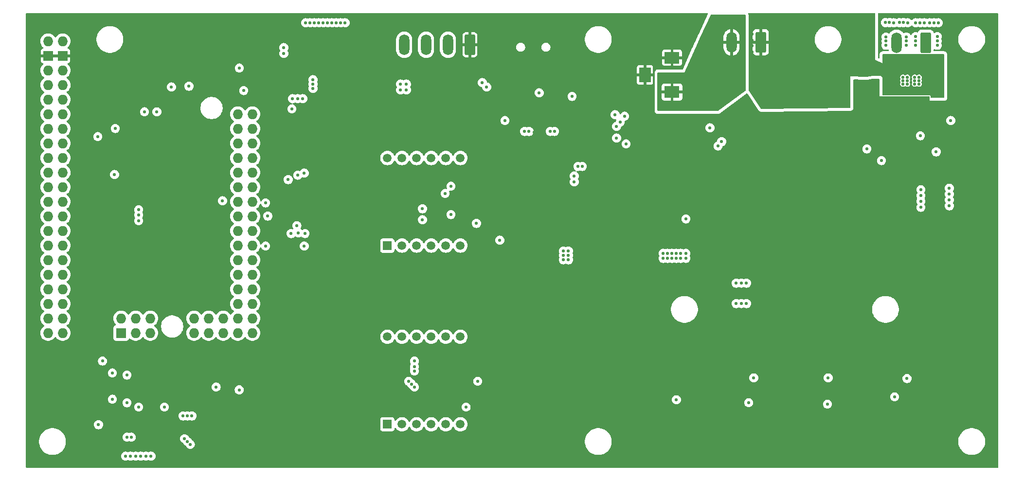
<source format=gbr>
%TF.GenerationSoftware,KiCad,Pcbnew,8.0.3*%
%TF.CreationDate,2024-07-06T20:01:25-04:00*%
%TF.ProjectId,UMTK,554d544b-2e6b-4696-9361-645f70636258,rev?*%
%TF.SameCoordinates,Original*%
%TF.FileFunction,Copper,L3,Inr*%
%TF.FilePolarity,Positive*%
%FSLAX46Y46*%
G04 Gerber Fmt 4.6, Leading zero omitted, Abs format (unit mm)*
G04 Created by KiCad (PCBNEW 8.0.3) date 2024-07-06 20:01:25*
%MOMM*%
%LPD*%
G01*
G04 APERTURE LIST*
G04 Aperture macros list*
%AMRoundRect*
0 Rectangle with rounded corners*
0 $1 Rounding radius*
0 $2 $3 $4 $5 $6 $7 $8 $9 X,Y pos of 4 corners*
0 Add a 4 corners polygon primitive as box body*
4,1,4,$2,$3,$4,$5,$6,$7,$8,$9,$2,$3,0*
0 Add four circle primitives for the rounded corners*
1,1,$1+$1,$2,$3*
1,1,$1+$1,$4,$5*
1,1,$1+$1,$6,$7*
1,1,$1+$1,$8,$9*
0 Add four rect primitives between the rounded corners*
20,1,$1+$1,$2,$3,$4,$5,0*
20,1,$1+$1,$4,$5,$6,$7,0*
20,1,$1+$1,$6,$7,$8,$9,0*
20,1,$1+$1,$8,$9,$2,$3,0*%
G04 Aperture macros list end*
%TA.AperFunction,ComponentPad*%
%ADD10RoundRect,0.250000X0.650000X1.550000X-0.650000X1.550000X-0.650000X-1.550000X0.650000X-1.550000X0*%
%TD*%
%TA.AperFunction,ComponentPad*%
%ADD11O,1.800000X3.600000*%
%TD*%
%TA.AperFunction,ComponentPad*%
%ADD12R,2.600000X2.000000*%
%TD*%
%TA.AperFunction,ComponentPad*%
%ADD13R,2.000000X2.600000*%
%TD*%
%TA.AperFunction,ComponentPad*%
%ADD14R,1.500000X1.500000*%
%TD*%
%TA.AperFunction,ComponentPad*%
%ADD15C,1.500000*%
%TD*%
%TA.AperFunction,HeatsinkPad*%
%ADD16C,0.600000*%
%TD*%
%TA.AperFunction,ComponentPad*%
%ADD17O,1.727200X1.727200*%
%TD*%
%TA.AperFunction,ComponentPad*%
%ADD18R,1.727200X1.727200*%
%TD*%
%TA.AperFunction,ViaPad*%
%ADD19C,0.560000*%
%TD*%
%TA.AperFunction,ViaPad*%
%ADD20C,0.800000*%
%TD*%
G04 APERTURE END LIST*
D10*
%TO.N,/MotorDriver/VM-*%
%TO.C,J1*%
X176987200Y-25577800D03*
D11*
%TO.N,/MotorDriver/VM+*%
X171907200Y-25577800D03*
%TD*%
D12*
%TO.N,+12V*%
%TO.C,J5*%
X132839133Y-34176000D03*
%TO.N,GND*%
X132839133Y-28176000D03*
D13*
X128139133Y-31176000D03*
%TD*%
D14*
%TO.N,Net-(U6-SEG_E)*%
%TO.C,U8*%
X83300000Y-60885000D03*
D15*
%TO.N,Net-(U6-SEG_D)*%
X85840000Y-60885000D03*
%TO.N,Net-(U6-SEG_DP)*%
X88380000Y-60885000D03*
%TO.N,Net-(U6-SEG_C)*%
X90920000Y-60885000D03*
%TO.N,Net-(U6-SEG_G)*%
X93460000Y-60885000D03*
%TO.N,Net-(U6-DIG_3)*%
X96000000Y-60885000D03*
%TO.N,Net-(U6-SEG_B)*%
X96000000Y-45645000D03*
%TO.N,Net-(U6-DIG_2)*%
X93460000Y-45645000D03*
%TO.N,Net-(U6-DIG_1)*%
X90920000Y-45645000D03*
%TO.N,Net-(U6-SEG_F)*%
X88380000Y-45645000D03*
%TO.N,Net-(U6-SEG_A)*%
X85840000Y-45645000D03*
%TO.N,Net-(U6-DIG_0)*%
X83300000Y-45645000D03*
%TD*%
D16*
%TO.N,GND*%
%TO.C,U1*%
X169889000Y-38559500D03*
X171189000Y-38559500D03*
X172489000Y-38559500D03*
X173789000Y-38559500D03*
X175089000Y-38559500D03*
X176389000Y-38559500D03*
X169889000Y-37259500D03*
X171189000Y-37259500D03*
X172489000Y-37259500D03*
X173789000Y-37259500D03*
X175089000Y-37259500D03*
X176389000Y-37259500D03*
X169889000Y-35959500D03*
X171189000Y-35959500D03*
X172489000Y-35959500D03*
X173789000Y-35959500D03*
X175089000Y-35959500D03*
X176389000Y-35959500D03*
%TD*%
D17*
%TO.N,unconnected-(A2-3.3V-Pad3V31)*%
%TO.C,A2*%
X26796000Y-32927000D03*
%TO.N,unconnected-(A2-3.3V-Pad3V32)*%
X24256000Y-32927000D03*
%TO.N,+5V*%
X26796000Y-30387000D03*
%TO.N,unconnected-(A2-SPI_5V-Pad5V2)*%
X42036000Y-76107000D03*
%TO.N,+5V*%
X24256000Y-30387000D03*
%TO.N,/Arduino/Vin_Sense*%
X59816000Y-38007000D03*
%TO.N,/Arduino/VM_Sense*%
X57276000Y-38007000D03*
%TO.N,/Arduino/MOT_SENSE1*%
X59816000Y-40547000D03*
%TO.N,/Arduino/MOT_SENSE2*%
X57276000Y-40547000D03*
%TO.N,unconnected-(A2-PadA4)*%
X59816000Y-43087000D03*
%TO.N,unconnected-(A2-PadA5)*%
X57276000Y-43087000D03*
%TO.N,unconnected-(A2-PadA6)*%
X59816000Y-45627000D03*
%TO.N,unconnected-(A2-PadA7)*%
X57276000Y-45627000D03*
%TO.N,/Arduino/SW_1*%
X59816000Y-48167000D03*
%TO.N,/Arduino/SW_2*%
X57276000Y-48167000D03*
%TO.N,/Arduino/SW_3*%
X59816000Y-50707000D03*
%TO.N,/Arduino/SW_4*%
X57276000Y-50707000D03*
%TO.N,/Arduino/SW_5*%
X59816000Y-53247000D03*
%TO.N,unconnected-(A2-PadA13)*%
X57276000Y-53247000D03*
%TO.N,unconnected-(A2-PadA14)*%
X59816000Y-55787000D03*
%TO.N,unconnected-(A2-PadA15)*%
X57276000Y-55787000D03*
%TO.N,unconnected-(A2-PadAREF)*%
X26796000Y-35467000D03*
%TO.N,unconnected-(A2-D0{slash}RX0-PadD0)*%
X26796000Y-38007000D03*
%TO.N,unconnected-(A2-D1{slash}TX0-PadD1)*%
X24256000Y-38007000D03*
%TO.N,unconnected-(A2-D2_INT0-PadD2)*%
X26796000Y-40547000D03*
%TO.N,/Arduino/SLIDE_DAT*%
X24256000Y-40547000D03*
%TO.N,/Arduino/SLIDE_CLK*%
X26796000Y-43087000D03*
%TO.N,/Arduino/LC_SCK*%
X24256000Y-43087000D03*
%TO.N,/Arduino/LC_DT*%
X26796000Y-45627000D03*
%TO.N,/Arduino/MOT_DISABLE*%
X24256000Y-45627000D03*
%TO.N,/Arduino/MOT_EN_N1*%
X26796000Y-48167000D03*
%TO.N,/Arduino/MOT_PH_IN2*%
X24256000Y-48167000D03*
%TO.N,/Arduino/MOT_nITRIP*%
X26796000Y-50707000D03*
%TO.N,/Arduino/MOT_nOL*%
X24256000Y-50707000D03*
%TO.N,/Arduino/MOT_nFAULT*%
X26796000Y-53247000D03*
%TO.N,/Arduino/MOT_nSLEEP*%
X24256000Y-53247000D03*
%TO.N,unconnected-(A2-D14{slash}TX3-PadD14)*%
X26796000Y-55787000D03*
%TO.N,unconnected-(A2-D15{slash}RX3-PadD15)*%
X24256000Y-55787000D03*
%TO.N,unconnected-(A2-D16{slash}TX2-PadD16)*%
X26796000Y-58327000D03*
%TO.N,unconnected-(A2-D17{slash}RX2-PadD17)*%
X24256000Y-58327000D03*
%TO.N,unconnected-(A2-D18{slash}TX1-PadD18)*%
X26796000Y-60867000D03*
%TO.N,unconnected-(A2-D19{slash}RX1-PadD19)*%
X24256000Y-60867000D03*
%TO.N,unconnected-(A2-D20{slash}SDA-PadD20)*%
X26796000Y-63407000D03*
%TO.N,unconnected-(A2-D21{slash}SCL-PadD21)*%
X24256000Y-63407000D03*
%TO.N,/Arduino/MOT_MODE*%
X26796000Y-65947000D03*
%TO.N,/Arduino/SLIDE_CLK_DIR*%
X24256000Y-65947000D03*
%TO.N,/Arduino/SLIDE_DAT_DIR*%
X26796000Y-68487000D03*
%TO.N,/Arduino/LC_RATE*%
X24256000Y-68487000D03*
%TO.N,/7Seg_Display/CS*%
X26796000Y-71027000D03*
%TO.N,unconnected-(A2-PadD27)*%
X24256000Y-71027000D03*
%TO.N,unconnected-(A2-PadD28)*%
X26796000Y-73567000D03*
%TO.N,unconnected-(A2-PadD29)*%
X24256000Y-73567000D03*
%TO.N,unconnected-(A2-PadD30)*%
X26796000Y-76107000D03*
%TO.N,unconnected-(A2-PadD31)*%
X24256000Y-76107000D03*
%TO.N,unconnected-(A2-PadD32)*%
X59816000Y-58327000D03*
%TO.N,unconnected-(A2-PadD33)*%
X57276000Y-58327000D03*
%TO.N,unconnected-(A2-PadD34)*%
X59816000Y-60867000D03*
%TO.N,unconnected-(A2-PadD35)*%
X57276000Y-60867000D03*
%TO.N,unconnected-(A2-PadD36)*%
X59816000Y-63407000D03*
%TO.N,unconnected-(A2-PadD37)*%
X57276000Y-63407000D03*
%TO.N,unconnected-(A2-PadD38)*%
X59816000Y-65947000D03*
%TO.N,unconnected-(A2-PadD39)*%
X57276000Y-65947000D03*
%TO.N,unconnected-(A2-PadD40)*%
X59816000Y-68487000D03*
%TO.N,unconnected-(A2-PadD41)*%
X57276000Y-68487000D03*
%TO.N,unconnected-(A2-PadD42)*%
X59816000Y-71027000D03*
%TO.N,unconnected-(A2-PadD43)*%
X57276000Y-71027000D03*
%TO.N,unconnected-(A2-PadD44)*%
X59816000Y-73567000D03*
%TO.N,unconnected-(A2-PadD45)*%
X57276000Y-73567000D03*
%TO.N,unconnected-(A2-PadD46)*%
X59816000Y-76107000D03*
%TO.N,unconnected-(A2-PadD47)*%
X57276000Y-76107000D03*
%TO.N,unconnected-(A2-PadD48)*%
X54736000Y-76107000D03*
%TO.N,unconnected-(A2-PadD49)*%
X54736000Y-73567000D03*
%TO.N,unconnected-(A2-D50_MISO-PadD50)*%
X52196000Y-76107000D03*
%TO.N,/7Seg_Display/DIN*%
X52196000Y-73567000D03*
%TO.N,/7Seg_Display/CLK*%
X49656000Y-76107000D03*
%TO.N,unconnected-(A2-D53_CS-PadD53)*%
X49656000Y-73567000D03*
D18*
%TO.N,GND*%
X26796000Y-27847000D03*
X24256000Y-27847000D03*
%TO.N,unconnected-(A2-SPI_GND-PadGND4)*%
X36956000Y-76107000D03*
D17*
%TO.N,unconnected-(A2-SPI_MISO-PadMISO)*%
X42036000Y-73567000D03*
%TO.N,unconnected-(A2-SPI_MOSI-PadMOSI)*%
X39496000Y-76107000D03*
%TO.N,unconnected-(A2-RESET-PadRST1)*%
X24256000Y-35467000D03*
%TO.N,unconnected-(A2-SPI_RESET-PadRST2)*%
X36956000Y-73567000D03*
%TO.N,unconnected-(A2-SPI_SCK-PadSCK)*%
X39496000Y-73567000D03*
%TO.N,unconnected-(A2-VIN-PadVIN1)*%
X26796000Y-25307000D03*
%TO.N,unconnected-(A2-VIN-PadVIN2)*%
X24256000Y-25307000D03*
%TD*%
D10*
%TO.N,GND*%
%TO.C,J3*%
X97660000Y-25932500D03*
D11*
%TO.N,/HX711/LCS+*%
X93850000Y-25932500D03*
%TO.N,/HX711/LCS-*%
X90040000Y-25932500D03*
%TO.N,/HX711/LCE+*%
X86230000Y-25932500D03*
%TD*%
D10*
%TO.N,VMOTOR*%
%TO.C,J2*%
X148281000Y-25487700D03*
D11*
%TO.N,+12V*%
X143201000Y-25487700D03*
%TD*%
D14*
%TO.N,Net-(U6-SEG_E)*%
%TO.C,U7*%
X83300000Y-92000000D03*
D15*
%TO.N,Net-(U6-SEG_D)*%
X85840000Y-92000000D03*
%TO.N,Net-(U6-SEG_DP)*%
X88380000Y-92000000D03*
%TO.N,Net-(U6-SEG_C)*%
X90920000Y-92000000D03*
%TO.N,Net-(U6-SEG_G)*%
X93460000Y-92000000D03*
%TO.N,Net-(U6-DIG_7)*%
X96000000Y-92000000D03*
%TO.N,Net-(U6-SEG_B)*%
X96000000Y-76760000D03*
%TO.N,Net-(U6-DIG_6)*%
X93460000Y-76760000D03*
%TO.N,Net-(U6-DIG_5)*%
X90920000Y-76760000D03*
%TO.N,Net-(U6-SEG_F)*%
X88380000Y-76760000D03*
%TO.N,Net-(U6-SEG_A)*%
X85840000Y-76760000D03*
%TO.N,Net-(U6-DIG_4)*%
X83300000Y-76760000D03*
%TD*%
D19*
%TO.N,/Arduino/VM_Sense*%
X139446000Y-40386000D03*
X58293000Y-33909000D03*
%TO.N,/Arduino/MOT_nSLEEP*%
X176064000Y-41783000D03*
%TO.N,GND*%
X133731000Y-23622000D03*
X34163000Y-34671000D03*
X129286000Y-27686000D03*
X82616000Y-28272500D03*
X70500000Y-29000000D03*
X30226000Y-59690000D03*
X27000000Y-22000000D03*
X30000000Y-27000000D03*
X131191000Y-23622000D03*
X119192000Y-57992000D03*
X74041000Y-78486000D03*
X121605000Y-65485000D03*
X132207000Y-25273000D03*
D20*
X166500000Y-88000000D03*
X183000000Y-92000000D03*
D19*
X109347000Y-51562000D03*
X25781000Y-79629000D03*
X168021000Y-57404000D03*
X50165000Y-86233000D03*
X125984000Y-27305000D03*
X35433000Y-80899000D03*
X175641000Y-59309000D03*
X152400000Y-41148000D03*
D20*
X127500000Y-92000000D03*
D19*
X31750000Y-55245000D03*
X98000000Y-22000000D03*
X163195000Y-61214000D03*
X123002000Y-57357000D03*
X127508000Y-27686000D03*
X43238000Y-85000000D03*
X26543000Y-79629000D03*
X30000000Y-28000000D03*
X184584667Y-43180000D03*
X183822667Y-41656000D03*
X133731000Y-24384000D03*
X159512000Y-50038002D03*
X46990000Y-36703000D03*
X107823000Y-51562000D03*
X137668000Y-40386000D03*
X30000000Y-26000000D03*
X106807000Y-31369000D03*
X152400000Y-39497000D03*
X132207000Y-24384000D03*
X125984000Y-28321000D03*
X63246000Y-28956000D03*
D20*
X127500000Y-88000000D03*
D19*
X182753000Y-59309000D03*
X125222000Y-28321000D03*
X132715000Y-47380000D03*
X73533000Y-66675000D03*
X128651000Y-51444000D03*
X182753000Y-61087000D03*
X80000000Y-22000000D03*
D20*
X131000000Y-92000000D03*
D19*
X168021000Y-55372000D03*
X92000000Y-32000000D03*
X163195000Y-57404000D03*
X106045000Y-31369000D03*
X52451000Y-48895000D03*
X152400000Y-40386000D03*
X152400000Y-38735000D03*
X156972000Y-41148000D03*
D20*
X170000000Y-88000000D03*
D19*
X174371000Y-63119000D03*
X134747000Y-24384000D03*
X128651000Y-49412000D03*
X51816000Y-63500000D03*
X185346667Y-43180000D03*
X30000000Y-25000000D03*
X94000000Y-32000000D03*
X79000000Y-22000000D03*
X156972000Y-38735000D03*
X128270000Y-27686000D03*
D20*
X183000000Y-88000000D03*
D19*
X150368000Y-58293000D03*
X81854000Y-28272500D03*
X122367000Y-66247000D03*
X117668000Y-57992000D03*
X121605000Y-67009000D03*
X119192000Y-57230000D03*
X174371000Y-59309000D03*
X118430000Y-57230000D03*
X51562000Y-56134000D03*
X82616000Y-29034500D03*
X134747000Y-23622000D03*
X45720000Y-49276000D03*
X28575000Y-84074000D03*
X109347000Y-50292000D03*
X130048000Y-27686000D03*
X105283000Y-31369000D03*
X115062000Y-27940000D03*
X175641000Y-63119000D03*
X67183000Y-81661000D03*
X44000000Y-85000000D03*
X156845000Y-47879000D03*
X50800000Y-56134000D03*
X42000000Y-22000000D03*
X26000000Y-22000000D03*
X181483000Y-59309000D03*
X52578000Y-63500000D03*
X184584667Y-42418000D03*
D20*
X140500000Y-92000000D03*
D19*
X122367000Y-67009000D03*
X156591000Y-50927000D03*
X70500000Y-28238000D03*
X61722000Y-83439000D03*
X183822667Y-40894000D03*
X46228000Y-36703000D03*
X151384000Y-40386000D03*
X63246000Y-29718000D03*
X131191000Y-24384000D03*
X123002000Y-58119000D03*
X151384000Y-38735000D03*
X164973000Y-33782000D03*
X122367000Y-65485000D03*
X151384000Y-39497000D03*
X157988000Y-38735000D03*
X181483000Y-61087000D03*
X113411000Y-41021000D03*
X184584667Y-40894000D03*
X53213000Y-48895000D03*
X165481000Y-55372000D03*
X125984000Y-31877000D03*
X174371000Y-61087000D03*
X29464000Y-59690000D03*
X81854000Y-29034500D03*
X175641000Y-61087000D03*
X75057000Y-48133000D03*
X183822667Y-43180000D03*
X121605000Y-66247000D03*
X30734000Y-53213000D03*
X130048000Y-28702000D03*
X163195000Y-59436000D03*
X134747000Y-49412000D03*
D20*
X140500000Y-88000000D03*
D19*
X25000000Y-22000000D03*
D20*
X144000000Y-88000000D03*
X131000000Y-88000000D03*
D19*
X134747000Y-26035000D03*
X125984000Y-29337000D03*
X134747000Y-51444000D03*
X134747000Y-53476000D03*
D20*
X179500000Y-88000000D03*
D19*
X96000000Y-32000000D03*
X156972000Y-39497000D03*
X148336000Y-58293000D03*
X60960000Y-83439000D03*
X156972000Y-40386000D03*
X27813000Y-84074000D03*
X142494000Y-58293000D03*
X128651000Y-47380000D03*
X115062000Y-28702000D03*
X34925000Y-85471000D03*
X181483000Y-63119000D03*
X182753000Y-63119000D03*
X127508000Y-28702000D03*
X151384000Y-41148000D03*
D20*
X153500000Y-92000000D03*
D19*
X33401000Y-34671000D03*
X52705000Y-29083000D03*
X125222000Y-29337000D03*
D20*
X144000000Y-92000000D03*
D19*
X185346667Y-42418000D03*
X31750000Y-57277000D03*
X166243000Y-34671000D03*
X159385000Y-48895000D03*
X115062000Y-29464000D03*
X122240000Y-57357000D03*
D20*
X166500000Y-92000000D03*
D19*
X115062000Y-30226000D03*
X167513000Y-46101000D03*
X125984000Y-30353000D03*
X183822667Y-42418000D03*
X78000000Y-30000000D03*
X134747000Y-47380000D03*
X122240000Y-58119000D03*
X125222000Y-27305000D03*
D20*
X157000000Y-88000000D03*
D19*
X108839000Y-41148000D03*
X50165000Y-85344000D03*
X40386000Y-67818000D03*
X157988000Y-40386000D03*
X131191000Y-25273000D03*
D20*
X179500000Y-92000000D03*
D19*
X165481000Y-59436000D03*
X185346667Y-40894000D03*
D20*
X153500000Y-88000000D03*
D19*
X168021000Y-59436000D03*
X157988000Y-41148000D03*
X123764000Y-58119000D03*
X74295000Y-66675000D03*
X64516000Y-28956000D03*
X144526000Y-58293000D03*
X51943000Y-29083000D03*
X125222000Y-31877000D03*
D20*
X157000000Y-92000000D03*
D19*
X33147000Y-89916000D03*
X184584667Y-41656000D03*
X125222000Y-30353000D03*
X24000000Y-22000000D03*
X123764000Y-57357000D03*
X66421000Y-81661000D03*
X143256000Y-40513000D03*
X78000000Y-28000000D03*
X185346667Y-41656000D03*
X133731000Y-25273000D03*
X90000000Y-32000000D03*
X73279000Y-78486000D03*
X158115000Y-47879000D03*
X133731000Y-26035000D03*
X129286000Y-28702000D03*
X64516000Y-29718000D03*
X46482000Y-49276000D03*
X157988000Y-39497000D03*
X132207000Y-26035000D03*
X132207000Y-23622000D03*
X117668000Y-57230000D03*
X31750000Y-53213000D03*
X130683000Y-47380000D03*
X163195000Y-55372000D03*
X28000000Y-22000000D03*
X107823000Y-50292000D03*
X128270000Y-28702000D03*
X165481000Y-61214000D03*
X131191000Y-26035000D03*
X164973000Y-34671000D03*
D20*
X170000000Y-92000000D03*
D19*
X166243000Y-33782000D03*
X134747000Y-25273000D03*
X41148000Y-67818000D03*
X165481000Y-57404000D03*
X75819000Y-48133000D03*
X118430000Y-57992000D03*
X168021000Y-61214000D03*
%TO.N,/Arduino/LC_SCK*%
X65278000Y-26416000D03*
%TO.N,/Arduino/MOT_nOL*%
X123825000Y-39370000D03*
X35941000Y-40513000D03*
%TO.N,+5V*%
X132080000Y-62230000D03*
X85598000Y-33782000D03*
X69850000Y-22098000D03*
X132842000Y-63119000D03*
X134366000Y-63119000D03*
X72136000Y-22098000D03*
X85598000Y-32766000D03*
X39497000Y-97536000D03*
X116459000Y-47117000D03*
X114808000Y-63373000D03*
X49000000Y-95500000D03*
X47752000Y-90551000D03*
X48514000Y-90551000D03*
X132842000Y-62230000D03*
X131318000Y-62230000D03*
X135255000Y-56261000D03*
X42164000Y-97536000D03*
X73660000Y-22098000D03*
X117221000Y-47117000D03*
X113919000Y-63373000D03*
X114808000Y-62611000D03*
X49276000Y-90551000D03*
X48500000Y-95000000D03*
X86614000Y-32766000D03*
X70358000Y-32004000D03*
X72898000Y-22098000D03*
X70612000Y-22098000D03*
X131318000Y-63119000D03*
X114808000Y-61849000D03*
X40386000Y-97536000D03*
X37719000Y-97536000D03*
X37973000Y-88265000D03*
X74422000Y-22098000D03*
X133604000Y-62230000D03*
X37973000Y-94234000D03*
X75946000Y-22098000D03*
X113919000Y-61849000D03*
X48000000Y-94500000D03*
X135255000Y-62230000D03*
X71374000Y-22098000D03*
X69088000Y-22098000D03*
X37973000Y-83439000D03*
X169291000Y-46101000D03*
X113919000Y-62611000D03*
X75184000Y-22098000D03*
X133604000Y-63119000D03*
X38608000Y-97536000D03*
X70358000Y-33528000D03*
X41275000Y-97536000D03*
X38735000Y-94234000D03*
X132080000Y-63119000D03*
X135255000Y-63119000D03*
X86614000Y-33782000D03*
X70358000Y-32766000D03*
X134366000Y-62230000D03*
%TO.N,/Arduino/MOT_SENSE1*%
X115824000Y-48768000D03*
X178816000Y-44577000D03*
%TO.N,/Arduino/MOT_SENSE2*%
X181356000Y-39116000D03*
X115824000Y-49784000D03*
%TO.N,/Arduino/SLIDE_CLK*%
X45720000Y-33274000D03*
X32893000Y-41910000D03*
%TO.N,/Arduino/SW_4*%
X159893000Y-88479000D03*
X98806004Y-57023000D03*
X67818000Y-58674000D03*
X54610000Y-53086000D03*
%TO.N,/Arduino/LC_DT*%
X65278000Y-27432000D03*
%TO.N,/Arduino/SW_1*%
X68961000Y-58801000D03*
X62103000Y-53467000D03*
%TO.N,/Arduino/SW_2*%
X133604000Y-87717000D03*
X62484000Y-55753000D03*
X89408000Y-56388000D03*
X67555925Y-57412075D03*
%TO.N,/Arduino/MOT_nITRIP*%
X43180000Y-37592000D03*
X124587000Y-38354000D03*
%TO.N,/7Seg_Display/CS*%
X33706000Y-81000000D03*
%TO.N,/Arduino/SLIDE_DAT*%
X99822000Y-32512000D03*
X115443000Y-34925000D03*
%TO.N,/Arduino/MOT_MODE*%
X140843000Y-43561000D03*
X89408000Y-54483000D03*
X66548000Y-58801000D03*
%TO.N,/Arduino/LC_RATE*%
X48768000Y-33147000D03*
X57531000Y-29972000D03*
%TO.N,/Arduino/SW_5*%
X62103000Y-60960000D03*
X68834000Y-60960000D03*
X102870000Y-59944000D03*
X171577000Y-87209000D03*
%TO.N,/Arduino/SLIDE_DAT_DIR*%
X100584000Y-33274000D03*
X109728000Y-34290000D03*
%TO.N,/Arduino/Vin_Sense*%
X122936000Y-38100000D03*
X103759000Y-39116000D03*
%TO.N,/Arduino/SW_3*%
X94361000Y-55499000D03*
X146177000Y-88225000D03*
X66040000Y-49403000D03*
%TO.N,/Arduino/SLIDE_CLK_DIR*%
X41021000Y-37592000D03*
X66675000Y-37084000D03*
%TO.N,VMOTOR*%
X149095133Y-21935400D03*
X157099000Y-32131000D03*
X177800000Y-30353000D03*
X151384000Y-31369000D03*
X151384000Y-34417000D03*
X153035000Y-35941000D03*
X170561000Y-31242000D03*
X157988000Y-32893000D03*
X146812000Y-27178000D03*
X177190400Y-32004000D03*
X157607000Y-35941000D03*
X151384000Y-32131000D03*
X171958000Y-32258000D03*
X165153667Y-29464000D03*
X153797000Y-35941000D03*
X170561000Y-30353000D03*
X146809133Y-21935400D03*
X177980667Y-32750800D03*
X157988000Y-34417000D03*
X164391667Y-29464000D03*
X155321000Y-35941000D03*
X177980667Y-31242000D03*
X146809133Y-22987000D03*
X152273000Y-32893000D03*
X157099000Y-31369000D03*
X152273000Y-31369000D03*
X157988000Y-32131000D03*
X150114000Y-26126400D03*
X147955000Y-29372600D03*
X178409600Y-29601200D03*
X157099000Y-33655000D03*
X150190200Y-22987000D03*
X179019200Y-29601200D03*
X152273000Y-32131000D03*
X147904200Y-21935400D03*
X150114000Y-27178000D03*
X157099000Y-34417000D03*
X151384000Y-33655000D03*
X179019200Y-28956000D03*
X149145933Y-29372600D03*
X150241000Y-28321000D03*
X179628800Y-28956000D03*
X156845000Y-35941000D03*
X171348400Y-32258000D03*
X146812000Y-25146000D03*
X150241000Y-29372600D03*
X149095133Y-22987000D03*
X146812000Y-26126400D03*
X152273000Y-33655000D03*
X156083000Y-35941000D03*
X147955000Y-28321000D03*
X157099000Y-32893000D03*
X178409600Y-30353000D03*
X150114000Y-24094400D03*
X152273000Y-34417000D03*
X157988000Y-33655000D03*
X157988000Y-31369000D03*
X152273000Y-35941000D03*
X177980667Y-32004000D03*
X166677667Y-29464000D03*
X163576000Y-29464000D03*
X169900600Y-30810200D03*
X171348400Y-31511200D03*
X150114000Y-25146000D03*
X151384000Y-32893000D03*
X177190400Y-31242000D03*
X149145933Y-28321000D03*
X171348400Y-30749200D03*
X146859933Y-28321000D03*
X177190400Y-32750800D03*
X167439667Y-29464000D03*
X171958000Y-31511200D03*
X146812000Y-24094400D03*
X154559000Y-35941000D03*
X147904200Y-22987000D03*
X165915667Y-29464000D03*
X169926000Y-29972000D03*
X171958000Y-30749200D03*
X163576000Y-30988000D03*
X150190200Y-21935400D03*
X146859933Y-29372600D03*
X163576000Y-30226000D03*
%TO.N,VDD*%
X173736000Y-84034000D03*
X40004000Y-55550000D03*
X144907000Y-70993000D03*
X144018000Y-67437000D03*
X145796000Y-67437000D03*
X35433000Y-83058000D03*
X68580000Y-35306000D03*
X107188000Y-41021000D03*
X166751000Y-44069000D03*
X147066000Y-83907000D03*
X40004000Y-54661000D03*
X40004000Y-56566000D03*
X160020000Y-83907000D03*
X112395000Y-41021000D03*
X67691000Y-35306000D03*
X145796000Y-70993000D03*
X66802000Y-35306000D03*
X144018000Y-70993000D03*
X35433000Y-87630000D03*
X144907000Y-67437000D03*
X107950000Y-41021000D03*
X111633000Y-41021000D03*
X33020000Y-92075000D03*
%TO.N,+12V*%
X181102000Y-50891400D03*
X141398933Y-22885400D03*
X134620000Y-32258000D03*
X176149000Y-51145400D03*
X141224000Y-27178000D03*
X144018000Y-28260000D03*
X133604000Y-32258000D03*
X144018000Y-29311600D03*
X176149000Y-53177400D03*
X144018000Y-22885400D03*
X144907000Y-21833800D03*
X131064000Y-32258000D03*
X142367000Y-29337000D03*
X141224000Y-24094400D03*
X144907000Y-22885400D03*
X176149000Y-54229000D03*
X145034000Y-27178000D03*
X131064000Y-36068000D03*
X145034000Y-25146000D03*
X141398933Y-21833800D03*
X142367000Y-28285400D03*
X134620000Y-36830000D03*
X133604000Y-36830000D03*
X141322733Y-28260000D03*
X144957800Y-28260000D03*
X131064000Y-36830000D03*
X141224000Y-26126400D03*
X133604000Y-31496000D03*
X134620000Y-36068000D03*
X132080000Y-36830000D03*
X134620000Y-31496000D03*
X141224000Y-25146000D03*
X132080000Y-32258000D03*
X142367000Y-21833800D03*
X132080000Y-31496000D03*
X133604000Y-36068000D03*
X181102000Y-52923400D03*
X144018000Y-21833800D03*
X142367000Y-22885400D03*
X145034000Y-26126400D03*
X141322733Y-29311600D03*
X132080000Y-36068000D03*
X131064000Y-31496000D03*
X181102000Y-53975000D03*
X145034000Y-24094400D03*
X176149000Y-52197000D03*
X144957800Y-29311600D03*
X181102000Y-51943000D03*
%TO.N,/MotorDriver/VM+*%
X173789667Y-32766000D03*
X169976800Y-22072600D03*
X170078400Y-24561800D03*
X172389800Y-22072600D03*
X173789667Y-32160997D03*
X170078400Y-25273000D03*
X173027735Y-32152009D03*
X173634400Y-25273000D03*
X173609000Y-26035000D03*
X173027735Y-31588612D03*
X173634400Y-24561800D03*
X171450000Y-22098000D03*
X170688000Y-22072600D03*
X170078400Y-26035000D03*
X173789667Y-31597600D03*
X173101000Y-22072600D03*
X173863000Y-22098000D03*
X173027667Y-32766000D03*
%TO.N,/MotorDriver/VM-*%
X175059735Y-32152009D03*
X175260000Y-26035000D03*
X175059667Y-32766000D03*
X178435000Y-22098000D03*
X175260000Y-22098000D03*
X175821667Y-32766000D03*
X176784000Y-22098000D03*
X176022000Y-22098000D03*
X178993800Y-24511000D03*
X175059735Y-31588612D03*
X178993800Y-26035000D03*
X175260000Y-24511000D03*
X177673000Y-22098000D03*
X178993800Y-25273000D03*
X175260000Y-25273000D03*
X175821667Y-31597600D03*
X179197000Y-22098000D03*
X175821667Y-32160997D03*
%TO.N,Net-(U5-B)*%
X53500000Y-85500000D03*
X40000000Y-89000000D03*
%TO.N,Net-(U6-SEG_A)*%
X87500000Y-85000000D03*
X87000000Y-84500000D03*
X88000000Y-85500000D03*
%TO.N,Net-(U6-DIG_5)*%
X44500000Y-89000000D03*
X57500000Y-86000000D03*
%TO.N,Net-(U6-SEG_F)*%
X88000000Y-81000000D03*
X88000000Y-82730003D03*
X88000000Y-82000000D03*
%TO.N,Net-(U6-SEG_B)*%
X99000000Y-84500000D03*
X97000000Y-89000000D03*
%TO.N,/Arduino/MOT_DISABLE*%
X93345000Y-51816000D03*
X124841000Y-43180000D03*
X67691000Y-48641000D03*
%TO.N,/Arduino/MOT_PH_IN2*%
X68834000Y-48260000D03*
X123190000Y-42164000D03*
X35814000Y-48514000D03*
X94361000Y-50546000D03*
%TO.N,/Arduino/MOT_nFAULT*%
X141478000Y-42799000D03*
%TO.N,/Arduino/MOT_EN_N1*%
X123190000Y-40132000D03*
%TD*%
%TA.AperFunction,Conductor*%
%TO.N,+12V*%
G36*
X145612039Y-20720685D02*
G01*
X145657794Y-20773489D01*
X145669000Y-20825000D01*
X145669000Y-33846341D01*
X145649315Y-33913380D01*
X145618557Y-33946168D01*
X140875806Y-37440827D01*
X140810158Y-37464747D01*
X140802249Y-37465000D01*
X130426000Y-37465000D01*
X130358961Y-37445315D01*
X130313206Y-37392511D01*
X130302000Y-37341000D01*
X130302000Y-33128155D01*
X131039133Y-33128155D01*
X131039133Y-33926000D01*
X132106121Y-33926000D01*
X132073208Y-33983007D01*
X132039133Y-34110174D01*
X132039133Y-34241826D01*
X132073208Y-34368993D01*
X132106121Y-34426000D01*
X131039133Y-34426000D01*
X131039133Y-35223844D01*
X131045534Y-35283372D01*
X131045536Y-35283379D01*
X131095778Y-35418086D01*
X131095782Y-35418093D01*
X131181942Y-35533187D01*
X131181945Y-35533190D01*
X131297039Y-35619350D01*
X131297046Y-35619354D01*
X131431753Y-35669596D01*
X131431760Y-35669598D01*
X131491288Y-35675999D01*
X131491305Y-35676000D01*
X132589133Y-35676000D01*
X132589133Y-34676000D01*
X133089133Y-34676000D01*
X133089133Y-35676000D01*
X134186961Y-35676000D01*
X134186977Y-35675999D01*
X134246505Y-35669598D01*
X134246512Y-35669596D01*
X134381219Y-35619354D01*
X134381226Y-35619350D01*
X134496320Y-35533190D01*
X134496323Y-35533187D01*
X134582483Y-35418093D01*
X134582487Y-35418086D01*
X134632729Y-35283379D01*
X134632731Y-35283372D01*
X134639132Y-35223844D01*
X134639133Y-35223827D01*
X134639133Y-34426000D01*
X133572145Y-34426000D01*
X133605058Y-34368993D01*
X133639133Y-34241826D01*
X133639133Y-34110174D01*
X133605058Y-33983007D01*
X133572145Y-33926000D01*
X134639133Y-33926000D01*
X134639133Y-33128172D01*
X134639132Y-33128155D01*
X134632731Y-33068627D01*
X134632729Y-33068620D01*
X134582487Y-32933913D01*
X134582483Y-32933906D01*
X134496323Y-32818812D01*
X134496320Y-32818809D01*
X134381226Y-32732649D01*
X134381219Y-32732645D01*
X134246512Y-32682403D01*
X134246505Y-32682401D01*
X134186977Y-32676000D01*
X133089133Y-32676000D01*
X133089133Y-33676000D01*
X132589133Y-33676000D01*
X132589133Y-32676000D01*
X131491288Y-32676000D01*
X131431760Y-32682401D01*
X131431753Y-32682403D01*
X131297046Y-32732645D01*
X131297039Y-32732649D01*
X131181945Y-32818809D01*
X131181942Y-32818812D01*
X131095782Y-32933906D01*
X131095778Y-32933913D01*
X131045536Y-33068620D01*
X131045534Y-33068627D01*
X131039133Y-33128155D01*
X130302000Y-33128155D01*
X130302000Y-30858000D01*
X130321685Y-30790961D01*
X130374489Y-30745206D01*
X130426000Y-30734000D01*
X135000999Y-30734000D01*
X135001000Y-30734000D01*
X137286852Y-25654328D01*
X137287136Y-25653703D01*
X137829991Y-24477518D01*
X141801000Y-24477518D01*
X141801000Y-25237700D01*
X142652518Y-25237700D01*
X142641889Y-25256109D01*
X142601000Y-25408709D01*
X142601000Y-25566691D01*
X142641889Y-25719291D01*
X142652518Y-25737700D01*
X141801000Y-25737700D01*
X141801000Y-26497881D01*
X141835473Y-26715535D01*
X141903567Y-26925110D01*
X142003613Y-27121460D01*
X142133142Y-27299741D01*
X142288958Y-27455557D01*
X142467239Y-27585086D01*
X142663589Y-27685132D01*
X142873163Y-27753226D01*
X142950999Y-27765554D01*
X142951000Y-27765554D01*
X142951000Y-26036182D01*
X142969409Y-26046811D01*
X143122009Y-26087700D01*
X143279991Y-26087700D01*
X143432591Y-26046811D01*
X143451000Y-26036182D01*
X143451000Y-27765554D01*
X143528834Y-27753226D01*
X143528837Y-27753226D01*
X143738410Y-27685132D01*
X143934760Y-27585086D01*
X144113041Y-27455557D01*
X144268857Y-27299741D01*
X144398386Y-27121460D01*
X144498432Y-26925110D01*
X144566526Y-26715535D01*
X144601000Y-26497881D01*
X144601000Y-25737700D01*
X143749482Y-25737700D01*
X143760111Y-25719291D01*
X143801000Y-25566691D01*
X143801000Y-25408709D01*
X143760111Y-25256109D01*
X143749482Y-25237700D01*
X144601000Y-25237700D01*
X144601000Y-24477518D01*
X144566526Y-24259864D01*
X144498432Y-24050289D01*
X144398386Y-23853939D01*
X144268857Y-23675658D01*
X144113041Y-23519842D01*
X143934760Y-23390313D01*
X143738410Y-23290267D01*
X143528836Y-23222173D01*
X143451000Y-23209844D01*
X143451000Y-24939217D01*
X143432591Y-24928589D01*
X143279991Y-24887700D01*
X143122009Y-24887700D01*
X142969409Y-24928589D01*
X142951000Y-24939217D01*
X142951000Y-23209844D01*
X142873164Y-23222173D01*
X142873161Y-23222173D01*
X142663589Y-23290267D01*
X142467239Y-23390313D01*
X142288958Y-23519842D01*
X142133142Y-23675658D01*
X142003613Y-23853939D01*
X141903567Y-24050289D01*
X141835473Y-24259864D01*
X141801000Y-24477518D01*
X137829991Y-24477518D01*
X139539752Y-20773036D01*
X139585718Y-20720417D01*
X139652339Y-20701000D01*
X145545000Y-20701000D01*
X145612039Y-20720685D01*
G37*
%TD.AperFunction*%
%TD*%
%TA.AperFunction,Conductor*%
%TO.N,VMOTOR*%
G36*
X168179138Y-20418093D02*
G01*
X168204858Y-20462642D01*
X168206000Y-20475700D01*
X168206000Y-28575000D01*
X169468800Y-29118405D01*
X169468800Y-31595013D01*
X169300882Y-31470500D01*
X169164000Y-31369000D01*
X167767000Y-31369000D01*
X166756133Y-31495358D01*
X166745835Y-31495933D01*
X165747809Y-31483040D01*
X164777000Y-31470500D01*
X164776979Y-31470500D01*
X163888000Y-31470500D01*
X163888000Y-36857034D01*
X163870407Y-36905372D01*
X163825858Y-36931092D01*
X163813537Y-36932230D01*
X148376718Y-37083600D01*
X148328211Y-37066482D01*
X148313411Y-37050117D01*
X148216914Y-36905372D01*
X146187130Y-33860695D01*
X146174500Y-33818982D01*
X146174500Y-23887727D01*
X146881000Y-23887727D01*
X146881000Y-25237700D01*
X147732518Y-25237700D01*
X147721889Y-25256109D01*
X147681000Y-25408709D01*
X147681000Y-25566691D01*
X147721889Y-25719291D01*
X147732518Y-25737700D01*
X146881001Y-25737700D01*
X146881001Y-27087673D01*
X146891494Y-27190394D01*
X146891495Y-27190397D01*
X146946642Y-27356822D01*
X147038681Y-27506042D01*
X147038686Y-27506048D01*
X147162651Y-27630013D01*
X147162657Y-27630018D01*
X147311877Y-27722057D01*
X147478302Y-27777205D01*
X147478301Y-27777205D01*
X147581027Y-27787699D01*
X148031000Y-27787699D01*
X148031000Y-26036182D01*
X148049409Y-26046811D01*
X148202009Y-26087700D01*
X148359991Y-26087700D01*
X148512591Y-26046811D01*
X148531000Y-26036182D01*
X148531000Y-27787699D01*
X148980973Y-27787699D01*
X149083694Y-27777205D01*
X149083697Y-27777204D01*
X149250122Y-27722057D01*
X149399342Y-27630018D01*
X149399348Y-27630013D01*
X149523313Y-27506048D01*
X149523318Y-27506042D01*
X149615357Y-27356822D01*
X149670505Y-27190397D01*
X149681000Y-27087672D01*
X149681000Y-25737700D01*
X148829482Y-25737700D01*
X148840111Y-25719291D01*
X148881000Y-25566691D01*
X148881000Y-25408709D01*
X148840111Y-25256109D01*
X148829482Y-25237700D01*
X149680999Y-25237700D01*
X149680999Y-24847251D01*
X157669500Y-24847251D01*
X157669500Y-25152749D01*
X157709376Y-25455633D01*
X157762528Y-25654000D01*
X157788446Y-25750724D01*
X157788446Y-25750725D01*
X157905354Y-26032966D01*
X158058104Y-26297536D01*
X158244073Y-26539896D01*
X158244085Y-26539910D01*
X158460089Y-26755914D01*
X158460103Y-26755926D01*
X158702463Y-26941895D01*
X158954955Y-27087672D01*
X158967035Y-27094646D01*
X159249278Y-27211555D01*
X159544367Y-27290624D01*
X159847251Y-27330500D01*
X159847254Y-27330500D01*
X160152746Y-27330500D01*
X160152749Y-27330500D01*
X160455633Y-27290624D01*
X160750722Y-27211555D01*
X161032965Y-27094646D01*
X161297534Y-26941897D01*
X161539902Y-26755922D01*
X161755922Y-26539902D01*
X161941897Y-26297534D01*
X162094646Y-26032965D01*
X162211555Y-25750722D01*
X162290624Y-25455633D01*
X162330500Y-25152749D01*
X162330500Y-24847251D01*
X162290624Y-24544367D01*
X162211555Y-24249278D01*
X162094646Y-23967035D01*
X162048857Y-23887727D01*
X161941895Y-23702463D01*
X161755926Y-23460103D01*
X161755914Y-23460089D01*
X161539910Y-23244085D01*
X161539896Y-23244073D01*
X161297536Y-23058104D01*
X161032966Y-22905354D01*
X160750725Y-22788446D01*
X160750723Y-22788445D01*
X160750722Y-22788445D01*
X160455633Y-22709376D01*
X160152749Y-22669500D01*
X159847251Y-22669500D01*
X159544367Y-22709376D01*
X159544363Y-22709377D01*
X159544362Y-22709377D01*
X159357283Y-22759505D01*
X159249278Y-22788445D01*
X159249276Y-22788445D01*
X159249275Y-22788446D01*
X159249274Y-22788446D01*
X158967033Y-22905354D01*
X158702463Y-23058104D01*
X158460103Y-23244073D01*
X158460089Y-23244085D01*
X158244085Y-23460089D01*
X158244073Y-23460103D01*
X158058104Y-23702463D01*
X157905354Y-23967033D01*
X157788446Y-24249274D01*
X157788446Y-24249275D01*
X157742674Y-24420099D01*
X157709376Y-24544367D01*
X157669500Y-24847251D01*
X149680999Y-24847251D01*
X149680999Y-23887726D01*
X149670505Y-23785005D01*
X149670504Y-23785002D01*
X149615357Y-23618577D01*
X149523318Y-23469357D01*
X149523313Y-23469351D01*
X149399348Y-23345386D01*
X149399342Y-23345381D01*
X149250122Y-23253342D01*
X149083697Y-23198194D01*
X149083698Y-23198194D01*
X148980973Y-23187700D01*
X148531000Y-23187700D01*
X148531000Y-24939217D01*
X148512591Y-24928589D01*
X148359991Y-24887700D01*
X148202009Y-24887700D01*
X148049409Y-24928589D01*
X148031000Y-24939217D01*
X148031000Y-23187700D01*
X147581026Y-23187700D01*
X147478305Y-23198194D01*
X147478302Y-23198195D01*
X147311877Y-23253342D01*
X147162657Y-23345381D01*
X147162651Y-23345386D01*
X147038686Y-23469351D01*
X147038681Y-23469357D01*
X146946642Y-23618577D01*
X146891494Y-23785002D01*
X146881000Y-23887727D01*
X146174500Y-23887727D01*
X146174500Y-20825008D01*
X146174500Y-20825000D01*
X146162947Y-20717544D01*
X146151741Y-20666033D01*
X146117613Y-20563496D01*
X146087318Y-20516356D01*
X146075985Y-20466180D01*
X146099556Y-20420459D01*
X146147002Y-20400585D01*
X146150580Y-20400500D01*
X168130800Y-20400500D01*
X168179138Y-20418093D01*
G37*
%TD.AperFunction*%
%TD*%
%TA.AperFunction,Conductor*%
%TO.N,GND*%
G36*
X26322619Y-27650919D02*
G01*
X26288000Y-27780120D01*
X26288000Y-27913880D01*
X26322619Y-28043081D01*
X26353749Y-28097000D01*
X24698251Y-28097000D01*
X24729381Y-28043081D01*
X24764000Y-27913880D01*
X24764000Y-27780120D01*
X24729381Y-27650919D01*
X24698251Y-27597000D01*
X26353749Y-27597000D01*
X26322619Y-27650919D01*
G37*
%TD.AperFunction*%
%TA.AperFunction,Conductor*%
G36*
X139028188Y-20420185D02*
G01*
X139073943Y-20472989D01*
X139083887Y-20542147D01*
X139073736Y-20576459D01*
X137510139Y-23964256D01*
X137371018Y-24265684D01*
X137254888Y-24517299D01*
X136828086Y-25442035D01*
X136827024Y-25444351D01*
X136827025Y-25444352D01*
X136826931Y-25444558D01*
X136826921Y-25444581D01*
X136826637Y-25445206D01*
X136826618Y-25445249D01*
X136825921Y-25446786D01*
X136825922Y-25446787D01*
X136825876Y-25446889D01*
X136823405Y-25452381D01*
X136813109Y-25475261D01*
X136813108Y-25475262D01*
X136412069Y-26366460D01*
X136370831Y-26458099D01*
X134710927Y-30146777D01*
X134707053Y-30155385D01*
X134661592Y-30208442D01*
X134594663Y-30228498D01*
X134593975Y-30228500D01*
X130426000Y-30228500D01*
X130425991Y-30228500D01*
X130425990Y-30228501D01*
X130318549Y-30240052D01*
X130318537Y-30240054D01*
X130267027Y-30251260D01*
X130164502Y-30285383D01*
X130164496Y-30285386D01*
X130043462Y-30363171D01*
X130043451Y-30363179D01*
X129990659Y-30408923D01*
X129896433Y-30517664D01*
X129896430Y-30517668D01*
X129836664Y-30648534D01*
X129816976Y-30715582D01*
X129813789Y-30737747D01*
X129796500Y-30858000D01*
X129796500Y-33420500D01*
X129796500Y-35170500D01*
X129796500Y-37341000D01*
X129796501Y-37341009D01*
X129808052Y-37448450D01*
X129808054Y-37448462D01*
X129819260Y-37499972D01*
X129853383Y-37602497D01*
X129853386Y-37602503D01*
X129931171Y-37723537D01*
X129931179Y-37723548D01*
X129976923Y-37776340D01*
X129976926Y-37776343D01*
X129976930Y-37776347D01*
X130085664Y-37870567D01*
X130085667Y-37870568D01*
X130085668Y-37870569D01*
X130194436Y-37920243D01*
X130216541Y-37930338D01*
X130283580Y-37950023D01*
X130283584Y-37950024D01*
X130426000Y-37970500D01*
X130426003Y-37970500D01*
X140802258Y-37970500D01*
X140806527Y-37970431D01*
X140818411Y-37970242D01*
X140826320Y-37969989D01*
X140842396Y-37969218D01*
X140983216Y-37939701D01*
X141048864Y-37915781D01*
X141048869Y-37915779D01*
X141175668Y-37847783D01*
X145806719Y-34435428D01*
X145872364Y-34411510D01*
X145940522Y-34426878D01*
X145983447Y-34466474D01*
X147786127Y-37170494D01*
X147786128Y-37170497D01*
X147796313Y-37185774D01*
X147887961Y-37323246D01*
X147892813Y-37330523D01*
X147902782Y-37343325D01*
X147936529Y-37386664D01*
X147938495Y-37389188D01*
X147938500Y-37389194D01*
X147953285Y-37405542D01*
X147953287Y-37405544D01*
X147953291Y-37405548D01*
X148032505Y-37476467D01*
X148032507Y-37476468D01*
X148159981Y-37543166D01*
X148159982Y-37543167D01*
X148159985Y-37543168D01*
X148159989Y-37543170D01*
X148208496Y-37560288D01*
X148239065Y-37569997D01*
X148381675Y-37589076D01*
X163743907Y-37438437D01*
X163818495Y-37437706D01*
X163820613Y-37437597D01*
X163860028Y-37435588D01*
X163872349Y-37434450D01*
X163945031Y-37422344D01*
X164078605Y-37368869D01*
X164106528Y-37352748D01*
X164123144Y-37343155D01*
X164123146Y-37343153D01*
X164123154Y-37343149D01*
X164158602Y-37319564D01*
X164176546Y-37307627D01*
X164186053Y-37297968D01*
X164277474Y-37205083D01*
X164345423Y-37078258D01*
X164363016Y-37029920D01*
X164373024Y-36999450D01*
X164393500Y-36857034D01*
X164393500Y-32100000D01*
X164413185Y-32032961D01*
X164465989Y-31987206D01*
X164517500Y-31976000D01*
X164772896Y-31976000D01*
X164774497Y-31976010D01*
X165690390Y-31987839D01*
X165690391Y-31987840D01*
X165741279Y-31988497D01*
X165741279Y-31988498D01*
X166739305Y-32001391D01*
X166774016Y-32000647D01*
X166774030Y-32000646D01*
X166774039Y-32000646D01*
X166784307Y-32000073D01*
X166794199Y-31999179D01*
X166818832Y-31996954D01*
X167790803Y-31875458D01*
X167806183Y-31874500D01*
X168839300Y-31874500D01*
X168906339Y-31894185D01*
X168952094Y-31946989D01*
X168963300Y-31998500D01*
X168963300Y-34644300D01*
X168965221Y-34688331D01*
X168966365Y-34701410D01*
X168978689Y-34776528D01*
X168978690Y-34776532D01*
X169032167Y-34910110D01*
X169032168Y-34910112D01*
X169040763Y-34925000D01*
X168529000Y-34925000D01*
X168529000Y-39624000D01*
X177673000Y-39624000D01*
X177673000Y-39115997D01*
X180570561Y-39115997D01*
X180570561Y-39116002D01*
X180590252Y-39290771D01*
X180648344Y-39456790D01*
X180703630Y-39544777D01*
X180741919Y-39605713D01*
X180866287Y-39730081D01*
X180893615Y-39747252D01*
X180986067Y-39805344D01*
X181015211Y-39823656D01*
X181181223Y-39881746D01*
X181181226Y-39881746D01*
X181181228Y-39881747D01*
X181355997Y-39901439D01*
X181356000Y-39901439D01*
X181356003Y-39901439D01*
X181530771Y-39881747D01*
X181530772Y-39881746D01*
X181530777Y-39881746D01*
X181696789Y-39823656D01*
X181845713Y-39730081D01*
X181970081Y-39605713D01*
X182063656Y-39456789D01*
X182121746Y-39290777D01*
X182123299Y-39277000D01*
X182141439Y-39116002D01*
X182141439Y-39115997D01*
X182121747Y-38941228D01*
X182121746Y-38941226D01*
X182121746Y-38941223D01*
X182063656Y-38775211D01*
X182061743Y-38772167D01*
X181970080Y-38626286D01*
X181845713Y-38501919D01*
X181696790Y-38408344D01*
X181530771Y-38350252D01*
X181356003Y-38330561D01*
X181355997Y-38330561D01*
X181181228Y-38350252D01*
X181015209Y-38408344D01*
X180866286Y-38501919D01*
X180741919Y-38626286D01*
X180648344Y-38775209D01*
X180590252Y-38941228D01*
X180570561Y-39115997D01*
X177673000Y-39115997D01*
X177673000Y-35614757D01*
X177732476Y-35646623D01*
X177732487Y-35646627D01*
X177780807Y-35664214D01*
X177797203Y-35669599D01*
X177811284Y-35674224D01*
X177953700Y-35694700D01*
X177953703Y-35694700D01*
X180163201Y-35694700D01*
X180167203Y-35694525D01*
X180207241Y-35692778D01*
X180220299Y-35691636D01*
X180295431Y-35679310D01*
X180429005Y-35625835D01*
X180473554Y-35600115D01*
X180509002Y-35576530D01*
X180526946Y-35564593D01*
X180526947Y-35564592D01*
X180627874Y-35462049D01*
X180695823Y-35335224D01*
X180713416Y-35286886D01*
X180723424Y-35256416D01*
X180743900Y-35114000D01*
X180743900Y-27644400D01*
X180741978Y-27600359D01*
X180740836Y-27587301D01*
X180728510Y-27512169D01*
X180675035Y-27378595D01*
X180675032Y-27378589D01*
X180675031Y-27378587D01*
X180649321Y-27334055D01*
X180649317Y-27334049D01*
X180613793Y-27280653D01*
X180561685Y-27229367D01*
X180511249Y-27179726D01*
X180511246Y-27179724D01*
X180384424Y-27111777D01*
X180384412Y-27111772D01*
X180336092Y-27094185D01*
X180305621Y-27084177D01*
X180305617Y-27084176D01*
X180305616Y-27084176D01*
X180163200Y-27063700D01*
X180163198Y-27063700D01*
X179042824Y-27063700D01*
X178992379Y-27048887D01*
X178966170Y-27061840D01*
X178944776Y-27063700D01*
X178511700Y-27063700D01*
X178444661Y-27044015D01*
X178398906Y-26991211D01*
X178387700Y-26939701D01*
X178387699Y-26895565D01*
X178387699Y-26800310D01*
X178407383Y-26733272D01*
X178460187Y-26687517D01*
X178529345Y-26677573D01*
X178577671Y-26695317D01*
X178653011Y-26742656D01*
X178819023Y-26800746D01*
X178819026Y-26800746D01*
X178819028Y-26800747D01*
X178958660Y-26816480D01*
X178992418Y-26830665D01*
X179007889Y-26820723D01*
X179028940Y-26816480D01*
X179168571Y-26800747D01*
X179168572Y-26800746D01*
X179168577Y-26800746D01*
X179334589Y-26742656D01*
X179483513Y-26649081D01*
X179607881Y-26524713D01*
X179701456Y-26375789D01*
X179759546Y-26209777D01*
X179762620Y-26182500D01*
X179779239Y-26035002D01*
X179779239Y-26034997D01*
X179759547Y-25860225D01*
X179721938Y-25752745D01*
X179701715Y-25694953D01*
X179698154Y-25625176D01*
X179701716Y-25613045D01*
X179703309Y-25608494D01*
X179759546Y-25447777D01*
X179759546Y-25447776D01*
X179759547Y-25447774D01*
X179779239Y-25273002D01*
X179779239Y-25272997D01*
X179759547Y-25098225D01*
X179710604Y-24958354D01*
X179701715Y-24932953D01*
X179698154Y-24863176D01*
X179701716Y-24851045D01*
X179703042Y-24847257D01*
X179703047Y-24847243D01*
X182669500Y-24847243D01*
X182669500Y-25152756D01*
X182709375Y-25455630D01*
X182788445Y-25750722D01*
X182905349Y-26032955D01*
X182905357Y-26032972D01*
X182991688Y-26182500D01*
X183058103Y-26297534D01*
X183058105Y-26297537D01*
X183058106Y-26297538D01*
X183244076Y-26539900D01*
X183244082Y-26539907D01*
X183460092Y-26755917D01*
X183460099Y-26755923D01*
X183557505Y-26830665D01*
X183702466Y-26941897D01*
X183856598Y-27030885D01*
X183967027Y-27094642D01*
X183967032Y-27094644D01*
X183967035Y-27094646D01*
X183967039Y-27094647D01*
X183967044Y-27094650D01*
X184056555Y-27131726D01*
X184249278Y-27211555D01*
X184544367Y-27290624D01*
X184847251Y-27330500D01*
X184847258Y-27330500D01*
X185152742Y-27330500D01*
X185152749Y-27330500D01*
X185455633Y-27290624D01*
X185750722Y-27211555D01*
X186032965Y-27094646D01*
X186033764Y-27094185D01*
X186051098Y-27084177D01*
X186297534Y-26941897D01*
X186539902Y-26755922D01*
X186755922Y-26539902D01*
X186941897Y-26297534D01*
X187094646Y-26032965D01*
X187211555Y-25750722D01*
X187290624Y-25455633D01*
X187330500Y-25152749D01*
X187330500Y-24847251D01*
X187290624Y-24544367D01*
X187211555Y-24249278D01*
X187100405Y-23980938D01*
X187094650Y-23967044D01*
X187094642Y-23967027D01*
X187018235Y-23834687D01*
X186941897Y-23702466D01*
X186865178Y-23602483D01*
X186755923Y-23460099D01*
X186755917Y-23460092D01*
X186539907Y-23244082D01*
X186539900Y-23244076D01*
X186297538Y-23058106D01*
X186297537Y-23058105D01*
X186297534Y-23058103D01*
X186192050Y-22997202D01*
X186032972Y-22905357D01*
X186032955Y-22905349D01*
X185750722Y-22788445D01*
X185455630Y-22709375D01*
X185152756Y-22669500D01*
X185152749Y-22669500D01*
X184847251Y-22669500D01*
X184847243Y-22669500D01*
X184544369Y-22709375D01*
X184249277Y-22788445D01*
X183967044Y-22905349D01*
X183967027Y-22905357D01*
X183702461Y-23058106D01*
X183460099Y-23244076D01*
X183460092Y-23244082D01*
X183244082Y-23460092D01*
X183244076Y-23460099D01*
X183058106Y-23702461D01*
X182905357Y-23967027D01*
X182905349Y-23967044D01*
X182788445Y-24249277D01*
X182709375Y-24544369D01*
X182669500Y-24847243D01*
X179703047Y-24847243D01*
X179759546Y-24685777D01*
X179759546Y-24685776D01*
X179759547Y-24685774D01*
X179779239Y-24511002D01*
X179779239Y-24510997D01*
X179759547Y-24336228D01*
X179759546Y-24336226D01*
X179759546Y-24336223D01*
X179701456Y-24170211D01*
X179671353Y-24122303D01*
X179607880Y-24021286D01*
X179483513Y-23896919D01*
X179334590Y-23803344D01*
X179168571Y-23745252D01*
X178993803Y-23725561D01*
X178993797Y-23725561D01*
X178819028Y-23745252D01*
X178653009Y-23803344D01*
X178539002Y-23874980D01*
X178471765Y-23893980D01*
X178404930Y-23873612D01*
X178359716Y-23820344D01*
X178355324Y-23808990D01*
X178322014Y-23708466D01*
X178229912Y-23559144D01*
X178105856Y-23435088D01*
X177956534Y-23342986D01*
X177789997Y-23287801D01*
X177789995Y-23287800D01*
X177687210Y-23277300D01*
X176287198Y-23277300D01*
X176287181Y-23277301D01*
X176184403Y-23287800D01*
X176184400Y-23287801D01*
X176017868Y-23342985D01*
X176017863Y-23342987D01*
X175868542Y-23435089D01*
X175744489Y-23559142D01*
X175648595Y-23714613D01*
X175646310Y-23713203D01*
X175608349Y-23756306D01*
X175541153Y-23775450D01*
X175501199Y-23768496D01*
X175434777Y-23745254D01*
X175434776Y-23745253D01*
X175434771Y-23745252D01*
X175260003Y-23725561D01*
X175259997Y-23725561D01*
X175085228Y-23745252D01*
X174919209Y-23803344D01*
X174770286Y-23896919D01*
X174645919Y-24021286D01*
X174552343Y-24170210D01*
X174552343Y-24170212D01*
X174550748Y-24174770D01*
X174510022Y-24231543D01*
X174445067Y-24257286D01*
X174376507Y-24243825D01*
X174328715Y-24199779D01*
X174304415Y-24161106D01*
X174248481Y-24072087D01*
X174124113Y-23947719D01*
X174081469Y-23920924D01*
X173975190Y-23854144D01*
X173809171Y-23796052D01*
X173634403Y-23776361D01*
X173634397Y-23776361D01*
X173459628Y-23796052D01*
X173293609Y-23854144D01*
X173217569Y-23901924D01*
X173150332Y-23920924D01*
X173083497Y-23900556D01*
X173051279Y-23869815D01*
X172975447Y-23765441D01*
X172975443Y-23765436D01*
X172819563Y-23609556D01*
X172819558Y-23609552D01*
X172641225Y-23479987D01*
X172641224Y-23479986D01*
X172641222Y-23479985D01*
X172553108Y-23435088D01*
X172444806Y-23379904D01*
X172444803Y-23379903D01*
X172235152Y-23311785D01*
X172083716Y-23287800D01*
X172017422Y-23277300D01*
X171796978Y-23277300D01*
X171730684Y-23287800D01*
X171579247Y-23311785D01*
X171369596Y-23379903D01*
X171369593Y-23379904D01*
X171173174Y-23479987D01*
X170994841Y-23609552D01*
X170994836Y-23609556D01*
X170838956Y-23765436D01*
X170838952Y-23765441D01*
X170731276Y-23913645D01*
X170675946Y-23956311D01*
X170606333Y-23962290D01*
X170564986Y-23945754D01*
X170419189Y-23854144D01*
X170419190Y-23854144D01*
X170253171Y-23796052D01*
X170078403Y-23776361D01*
X170078397Y-23776361D01*
X169903628Y-23796052D01*
X169737609Y-23854144D01*
X169588686Y-23947719D01*
X169464319Y-24072086D01*
X169370744Y-24221009D01*
X169312652Y-24387028D01*
X169292961Y-24561797D01*
X169292961Y-24561802D01*
X169312652Y-24736571D01*
X169361596Y-24876446D01*
X169365157Y-24946225D01*
X169361596Y-24958354D01*
X169312652Y-25098228D01*
X169292961Y-25272997D01*
X169292961Y-25273002D01*
X169312652Y-25447771D01*
X169370484Y-25613046D01*
X169374045Y-25682825D01*
X169370484Y-25694954D01*
X169312652Y-25860228D01*
X169292961Y-26034997D01*
X169292961Y-26035002D01*
X169312652Y-26209771D01*
X169370744Y-26375790D01*
X169464319Y-26524713D01*
X169588687Y-26649081D01*
X169623730Y-26671100D01*
X169727705Y-26736432D01*
X169737611Y-26742656D01*
X169903623Y-26800746D01*
X169903626Y-26800746D01*
X169903628Y-26800747D01*
X170043260Y-26816480D01*
X170077018Y-26830665D01*
X170092489Y-26820723D01*
X170113540Y-26816480D01*
X170253174Y-26800747D01*
X170281501Y-26790835D01*
X170390625Y-26752650D01*
X170460403Y-26749089D01*
X170521030Y-26783817D01*
X170549510Y-26831374D01*
X170572257Y-26901382D01*
X170574252Y-26971223D01*
X170538172Y-27031056D01*
X170475471Y-27061884D01*
X170454326Y-27063700D01*
X170127424Y-27063700D01*
X170076979Y-27048887D01*
X170050770Y-27061840D01*
X170029376Y-27063700D01*
X169543999Y-27063700D01*
X169499968Y-27065621D01*
X169486889Y-27066765D01*
X169411771Y-27079089D01*
X169411767Y-27079090D01*
X169278189Y-27132567D01*
X169278187Y-27132568D01*
X169233655Y-27158278D01*
X169233649Y-27158282D01*
X169180253Y-27193806D01*
X169079324Y-27296353D01*
X169011377Y-27423175D01*
X169011372Y-27423187D01*
X168993785Y-27471507D01*
X168983777Y-27501978D01*
X168983776Y-27501983D01*
X168983776Y-27501984D01*
X168971510Y-27587301D01*
X168963300Y-27644401D01*
X168963300Y-28162210D01*
X168943615Y-28229249D01*
X168890811Y-28275004D01*
X168821653Y-28284948D01*
X168790266Y-28276103D01*
X168786466Y-28274467D01*
X168732675Y-28229877D01*
X168711530Y-28163284D01*
X168711500Y-28160574D01*
X168711500Y-22072597D01*
X169191361Y-22072597D01*
X169191361Y-22072602D01*
X169211052Y-22247371D01*
X169269144Y-22413390D01*
X169362719Y-22562313D01*
X169487087Y-22686681D01*
X169527511Y-22712081D01*
X169616010Y-22767689D01*
X169636011Y-22780256D01*
X169802023Y-22838346D01*
X169802026Y-22838346D01*
X169802028Y-22838347D01*
X169976797Y-22858039D01*
X169976800Y-22858039D01*
X169976803Y-22858039D01*
X170151569Y-22838347D01*
X170151569Y-22838346D01*
X170151577Y-22838346D01*
X170291448Y-22789402D01*
X170361224Y-22785842D01*
X170373334Y-22789396D01*
X170513223Y-22838346D01*
X170513229Y-22838346D01*
X170513230Y-22838347D01*
X170687997Y-22858039D01*
X170688000Y-22858039D01*
X170688003Y-22858039D01*
X170862774Y-22838347D01*
X170862777Y-22838346D01*
X170998115Y-22790988D01*
X171067894Y-22787427D01*
X171105039Y-22803034D01*
X171109209Y-22805655D01*
X171109213Y-22805657D01*
X171156684Y-22822267D01*
X171275223Y-22863746D01*
X171275226Y-22863746D01*
X171275228Y-22863747D01*
X171449997Y-22883439D01*
X171450000Y-22883439D01*
X171450003Y-22883439D01*
X171624771Y-22863747D01*
X171624772Y-22863746D01*
X171624777Y-22863746D01*
X171790789Y-22805656D01*
X171874139Y-22753283D01*
X171941375Y-22734283D01*
X172006081Y-22753281D01*
X172049011Y-22780256D01*
X172215023Y-22838346D01*
X172215026Y-22838346D01*
X172215028Y-22838347D01*
X172389797Y-22858039D01*
X172389800Y-22858039D01*
X172389803Y-22858039D01*
X172564569Y-22838347D01*
X172564569Y-22838346D01*
X172564577Y-22838346D01*
X172704448Y-22789402D01*
X172774224Y-22785842D01*
X172786334Y-22789396D01*
X172926223Y-22838346D01*
X172926229Y-22838346D01*
X172926230Y-22838347D01*
X173100997Y-22858039D01*
X173101000Y-22858039D01*
X173101003Y-22858039D01*
X173275774Y-22838347D01*
X173275777Y-22838346D01*
X173411115Y-22790988D01*
X173480894Y-22787427D01*
X173518039Y-22803034D01*
X173522209Y-22805655D01*
X173522213Y-22805657D01*
X173569684Y-22822267D01*
X173688223Y-22863746D01*
X173688226Y-22863746D01*
X173688228Y-22863747D01*
X173862997Y-22883439D01*
X173863000Y-22883439D01*
X173863003Y-22883439D01*
X174037771Y-22863747D01*
X174037772Y-22863746D01*
X174037777Y-22863746D01*
X174203789Y-22805656D01*
X174352713Y-22712081D01*
X174473819Y-22590975D01*
X174535142Y-22557490D01*
X174604834Y-22562474D01*
X174649181Y-22590975D01*
X174770287Y-22712081D01*
X174815500Y-22740490D01*
X174919207Y-22805654D01*
X174919211Y-22805656D01*
X175085223Y-22863746D01*
X175085226Y-22863746D01*
X175085228Y-22863747D01*
X175259997Y-22883439D01*
X175260000Y-22883439D01*
X175260003Y-22883439D01*
X175434774Y-22863747D01*
X175434777Y-22863746D01*
X175600046Y-22805915D01*
X175669824Y-22802354D01*
X175681949Y-22805914D01*
X175769288Y-22836475D01*
X175847225Y-22863747D01*
X176021997Y-22883439D01*
X176022000Y-22883439D01*
X176022003Y-22883439D01*
X176196774Y-22863747D01*
X176196777Y-22863746D01*
X176362046Y-22805915D01*
X176431824Y-22802354D01*
X176443949Y-22805914D01*
X176531288Y-22836475D01*
X176609225Y-22863747D01*
X176783997Y-22883439D01*
X176784000Y-22883439D01*
X176784003Y-22883439D01*
X176958771Y-22863747D01*
X176958772Y-22863746D01*
X176958777Y-22863746D01*
X177124789Y-22805656D01*
X177149790Y-22789946D01*
X177162527Y-22781944D01*
X177229764Y-22762943D01*
X177294473Y-22781944D01*
X177323419Y-22800132D01*
X177332211Y-22805656D01*
X177498223Y-22863746D01*
X177498226Y-22863746D01*
X177498228Y-22863747D01*
X177672997Y-22883439D01*
X177673000Y-22883439D01*
X177673003Y-22883439D01*
X177847774Y-22863747D01*
X177847777Y-22863746D01*
X178013046Y-22805915D01*
X178082824Y-22802354D01*
X178094949Y-22805914D01*
X178182288Y-22836475D01*
X178260225Y-22863747D01*
X178434997Y-22883439D01*
X178435000Y-22883439D01*
X178435003Y-22883439D01*
X178609774Y-22863747D01*
X178609777Y-22863746D01*
X178775046Y-22805915D01*
X178844824Y-22802354D01*
X178856949Y-22805914D01*
X178944288Y-22836475D01*
X179022225Y-22863747D01*
X179196997Y-22883439D01*
X179197000Y-22883439D01*
X179197003Y-22883439D01*
X179371771Y-22863747D01*
X179371772Y-22863746D01*
X179371777Y-22863746D01*
X179537789Y-22805656D01*
X179686713Y-22712081D01*
X179811081Y-22587713D01*
X179904656Y-22438789D01*
X179962746Y-22272777D01*
X179982439Y-22098000D01*
X179982439Y-22097997D01*
X179962747Y-21923228D01*
X179962746Y-21923226D01*
X179962746Y-21923223D01*
X179904656Y-21757211D01*
X179811081Y-21608287D01*
X179686713Y-21483919D01*
X179641499Y-21455509D01*
X179537790Y-21390344D01*
X179371771Y-21332252D01*
X179197003Y-21312561D01*
X179196997Y-21312561D01*
X179022228Y-21332252D01*
X178856954Y-21390084D01*
X178787175Y-21393645D01*
X178775046Y-21390084D01*
X178710679Y-21367561D01*
X178609777Y-21332254D01*
X178609776Y-21332253D01*
X178609771Y-21332252D01*
X178435003Y-21312561D01*
X178434997Y-21312561D01*
X178260228Y-21332252D01*
X178094954Y-21390084D01*
X178025175Y-21393645D01*
X178013046Y-21390084D01*
X177948679Y-21367561D01*
X177847777Y-21332254D01*
X177847776Y-21332253D01*
X177847771Y-21332252D01*
X177673003Y-21312561D01*
X177672997Y-21312561D01*
X177498228Y-21332252D01*
X177332209Y-21390344D01*
X177294471Y-21414057D01*
X177227235Y-21433057D01*
X177162529Y-21414057D01*
X177124790Y-21390344D01*
X176958771Y-21332252D01*
X176784003Y-21312561D01*
X176783997Y-21312561D01*
X176609228Y-21332252D01*
X176443954Y-21390084D01*
X176374175Y-21393645D01*
X176362046Y-21390084D01*
X176297679Y-21367561D01*
X176196777Y-21332254D01*
X176196776Y-21332253D01*
X176196771Y-21332252D01*
X176022003Y-21312561D01*
X176021997Y-21312561D01*
X175847228Y-21332252D01*
X175681954Y-21390084D01*
X175612175Y-21393645D01*
X175600046Y-21390084D01*
X175535679Y-21367561D01*
X175434777Y-21332254D01*
X175434776Y-21332253D01*
X175434771Y-21332252D01*
X175260003Y-21312561D01*
X175259997Y-21312561D01*
X175085228Y-21332252D01*
X174919209Y-21390344D01*
X174770286Y-21483919D01*
X174649181Y-21605025D01*
X174587858Y-21638510D01*
X174518166Y-21633526D01*
X174473819Y-21605025D01*
X174352713Y-21483919D01*
X174203790Y-21390344D01*
X174037771Y-21332252D01*
X173863003Y-21312561D01*
X173862997Y-21312561D01*
X173688228Y-21332252D01*
X173552883Y-21379611D01*
X173483104Y-21383172D01*
X173445954Y-21367561D01*
X173441788Y-21364943D01*
X173275771Y-21306852D01*
X173101003Y-21287161D01*
X173100997Y-21287161D01*
X172926228Y-21306852D01*
X172786354Y-21355796D01*
X172716575Y-21359357D01*
X172704446Y-21355796D01*
X172564571Y-21306852D01*
X172389803Y-21287161D01*
X172389797Y-21287161D01*
X172215028Y-21306852D01*
X172049009Y-21364944D01*
X172049005Y-21364946D01*
X171965658Y-21417316D01*
X171898421Y-21436316D01*
X171833716Y-21417316D01*
X171790790Y-21390344D01*
X171624771Y-21332252D01*
X171450003Y-21312561D01*
X171449997Y-21312561D01*
X171275228Y-21332252D01*
X171139883Y-21379611D01*
X171070104Y-21383172D01*
X171032954Y-21367561D01*
X171028788Y-21364943D01*
X170862771Y-21306852D01*
X170688003Y-21287161D01*
X170687997Y-21287161D01*
X170513228Y-21306852D01*
X170373354Y-21355796D01*
X170303575Y-21359357D01*
X170291446Y-21355796D01*
X170151571Y-21306852D01*
X169976803Y-21287161D01*
X169976797Y-21287161D01*
X169802028Y-21306852D01*
X169636009Y-21364944D01*
X169487086Y-21458519D01*
X169362719Y-21582886D01*
X169269144Y-21731809D01*
X169211052Y-21897828D01*
X169191361Y-22072597D01*
X168711500Y-22072597D01*
X168711500Y-20524500D01*
X168731185Y-20457461D01*
X168783989Y-20411706D01*
X168835500Y-20400500D01*
X189475500Y-20400500D01*
X189542539Y-20420185D01*
X189588294Y-20472989D01*
X189599500Y-20524500D01*
X189599500Y-99475500D01*
X189579815Y-99542539D01*
X189527011Y-99588294D01*
X189475500Y-99599500D01*
X20524500Y-99599500D01*
X20457461Y-99579815D01*
X20411706Y-99527011D01*
X20400500Y-99475500D01*
X20400500Y-97535997D01*
X36933561Y-97535997D01*
X36933561Y-97536002D01*
X36953252Y-97710771D01*
X37011344Y-97876790D01*
X37104919Y-98025713D01*
X37229287Y-98150081D01*
X37274500Y-98178490D01*
X37378207Y-98243654D01*
X37378211Y-98243656D01*
X37544223Y-98301746D01*
X37544226Y-98301746D01*
X37544228Y-98301747D01*
X37718997Y-98321439D01*
X37719000Y-98321439D01*
X37719003Y-98321439D01*
X37893771Y-98301747D01*
X37893772Y-98301746D01*
X37893777Y-98301746D01*
X38059789Y-98243656D01*
X38084790Y-98227946D01*
X38097527Y-98219944D01*
X38164764Y-98200943D01*
X38229473Y-98219944D01*
X38258419Y-98238132D01*
X38267211Y-98243656D01*
X38433223Y-98301746D01*
X38433226Y-98301746D01*
X38433228Y-98301747D01*
X38607997Y-98321439D01*
X38608000Y-98321439D01*
X38608003Y-98321439D01*
X38782771Y-98301747D01*
X38782772Y-98301746D01*
X38782777Y-98301746D01*
X38948789Y-98243656D01*
X38973790Y-98227946D01*
X38986527Y-98219944D01*
X39053764Y-98200943D01*
X39118473Y-98219944D01*
X39147419Y-98238132D01*
X39156211Y-98243656D01*
X39322223Y-98301746D01*
X39322226Y-98301746D01*
X39322228Y-98301747D01*
X39496997Y-98321439D01*
X39497000Y-98321439D01*
X39497003Y-98321439D01*
X39671771Y-98301747D01*
X39671772Y-98301746D01*
X39671777Y-98301746D01*
X39837789Y-98243656D01*
X39862790Y-98227946D01*
X39875527Y-98219944D01*
X39942764Y-98200943D01*
X40007473Y-98219944D01*
X40036419Y-98238132D01*
X40045211Y-98243656D01*
X40211223Y-98301746D01*
X40211226Y-98301746D01*
X40211228Y-98301747D01*
X40385997Y-98321439D01*
X40386000Y-98321439D01*
X40386003Y-98321439D01*
X40560771Y-98301747D01*
X40560772Y-98301746D01*
X40560777Y-98301746D01*
X40726789Y-98243656D01*
X40751790Y-98227946D01*
X40764527Y-98219944D01*
X40831764Y-98200943D01*
X40896473Y-98219944D01*
X40925419Y-98238132D01*
X40934211Y-98243656D01*
X41100223Y-98301746D01*
X41100226Y-98301746D01*
X41100228Y-98301747D01*
X41274997Y-98321439D01*
X41275000Y-98321439D01*
X41275003Y-98321439D01*
X41449771Y-98301747D01*
X41449772Y-98301746D01*
X41449777Y-98301746D01*
X41615789Y-98243656D01*
X41640790Y-98227946D01*
X41653527Y-98219944D01*
X41720764Y-98200943D01*
X41785473Y-98219944D01*
X41814419Y-98238132D01*
X41823211Y-98243656D01*
X41989223Y-98301746D01*
X41989226Y-98301746D01*
X41989228Y-98301747D01*
X42163997Y-98321439D01*
X42164000Y-98321439D01*
X42164003Y-98321439D01*
X42338771Y-98301747D01*
X42338772Y-98301746D01*
X42338777Y-98301746D01*
X42504789Y-98243656D01*
X42653713Y-98150081D01*
X42778081Y-98025713D01*
X42871656Y-97876789D01*
X42929746Y-97710777D01*
X42949439Y-97536000D01*
X42929746Y-97361223D01*
X42871656Y-97195211D01*
X42778081Y-97046287D01*
X42653713Y-96921919D01*
X42608499Y-96893509D01*
X42504790Y-96828344D01*
X42338771Y-96770252D01*
X42164003Y-96750561D01*
X42163997Y-96750561D01*
X41989228Y-96770252D01*
X41823209Y-96828344D01*
X41785471Y-96852057D01*
X41718235Y-96871057D01*
X41653529Y-96852057D01*
X41615790Y-96828344D01*
X41449771Y-96770252D01*
X41275003Y-96750561D01*
X41274997Y-96750561D01*
X41100228Y-96770252D01*
X40934209Y-96828344D01*
X40896471Y-96852057D01*
X40829235Y-96871057D01*
X40764529Y-96852057D01*
X40726790Y-96828344D01*
X40560771Y-96770252D01*
X40386003Y-96750561D01*
X40385997Y-96750561D01*
X40211228Y-96770252D01*
X40045209Y-96828344D01*
X40007471Y-96852057D01*
X39940235Y-96871057D01*
X39875529Y-96852057D01*
X39837790Y-96828344D01*
X39671771Y-96770252D01*
X39497003Y-96750561D01*
X39496997Y-96750561D01*
X39322228Y-96770252D01*
X39156209Y-96828344D01*
X39118471Y-96852057D01*
X39051235Y-96871057D01*
X38986529Y-96852057D01*
X38948790Y-96828344D01*
X38782771Y-96770252D01*
X38608003Y-96750561D01*
X38607997Y-96750561D01*
X38433228Y-96770252D01*
X38267209Y-96828344D01*
X38229471Y-96852057D01*
X38162235Y-96871057D01*
X38097529Y-96852057D01*
X38059790Y-96828344D01*
X37893771Y-96770252D01*
X37719003Y-96750561D01*
X37718997Y-96750561D01*
X37544228Y-96770252D01*
X37378209Y-96828344D01*
X37229286Y-96921919D01*
X37104919Y-97046286D01*
X37011344Y-97195209D01*
X36953252Y-97361228D01*
X36933561Y-97535997D01*
X20400500Y-97535997D01*
X20400500Y-94847243D01*
X22669500Y-94847243D01*
X22669500Y-95152756D01*
X22709375Y-95455630D01*
X22788445Y-95750722D01*
X22905349Y-96032955D01*
X22905357Y-96032972D01*
X22952186Y-96114081D01*
X23058103Y-96297534D01*
X23058105Y-96297537D01*
X23058106Y-96297538D01*
X23244076Y-96539900D01*
X23244082Y-96539907D01*
X23460092Y-96755917D01*
X23460098Y-96755922D01*
X23702466Y-96941897D01*
X23872506Y-97040070D01*
X23967027Y-97094642D01*
X23967032Y-97094644D01*
X23967035Y-97094646D01*
X23967039Y-97094647D01*
X23967044Y-97094650D01*
X24056555Y-97131726D01*
X24249278Y-97211555D01*
X24544367Y-97290624D01*
X24847251Y-97330500D01*
X24847258Y-97330500D01*
X25152742Y-97330500D01*
X25152749Y-97330500D01*
X25455633Y-97290624D01*
X25750722Y-97211555D01*
X26032965Y-97094646D01*
X26297534Y-96941897D01*
X26539902Y-96755922D01*
X26755922Y-96539902D01*
X26941897Y-96297534D01*
X27094646Y-96032965D01*
X27211555Y-95750722D01*
X27290624Y-95455633D01*
X27330500Y-95152749D01*
X27330500Y-94847251D01*
X27290624Y-94544367D01*
X27211555Y-94249278D01*
X27205225Y-94233997D01*
X37187561Y-94233997D01*
X37187561Y-94234002D01*
X37207252Y-94408771D01*
X37265344Y-94574790D01*
X37358919Y-94723713D01*
X37483287Y-94848081D01*
X37632211Y-94941656D01*
X37798223Y-94999746D01*
X37798226Y-94999746D01*
X37798228Y-94999747D01*
X37972997Y-95019439D01*
X37973000Y-95019439D01*
X37973003Y-95019439D01*
X38147774Y-94999747D01*
X38147777Y-94999746D01*
X38313046Y-94941915D01*
X38382824Y-94938354D01*
X38394949Y-94941914D01*
X38482288Y-94972475D01*
X38560225Y-94999747D01*
X38734997Y-95019439D01*
X38735000Y-95019439D01*
X38735003Y-95019439D01*
X38909771Y-94999747D01*
X38909772Y-94999746D01*
X38909777Y-94999746D01*
X39075789Y-94941656D01*
X39224713Y-94848081D01*
X39349081Y-94723713D01*
X39442656Y-94574789D01*
X39468827Y-94499997D01*
X47214561Y-94499997D01*
X47214561Y-94500002D01*
X47234252Y-94674771D01*
X47292344Y-94840790D01*
X47353648Y-94938354D01*
X47385919Y-94989713D01*
X47510287Y-95114081D01*
X47571816Y-95152742D01*
X47659211Y-95207656D01*
X47701468Y-95222442D01*
X47758244Y-95263163D01*
X47777555Y-95298527D01*
X47786897Y-95325223D01*
X47792344Y-95340789D01*
X47885919Y-95489713D01*
X48010287Y-95614081D01*
X48106875Y-95674771D01*
X48159211Y-95707656D01*
X48201468Y-95722442D01*
X48258244Y-95763163D01*
X48277555Y-95798527D01*
X48292344Y-95840789D01*
X48385919Y-95989713D01*
X48510287Y-96114081D01*
X48659211Y-96207656D01*
X48825223Y-96265746D01*
X48825226Y-96265746D01*
X48825228Y-96265747D01*
X48999997Y-96285439D01*
X49000000Y-96285439D01*
X49000003Y-96285439D01*
X49174771Y-96265747D01*
X49174772Y-96265746D01*
X49174777Y-96265746D01*
X49340789Y-96207656D01*
X49489713Y-96114081D01*
X49614081Y-95989713D01*
X49707656Y-95840789D01*
X49765746Y-95674777D01*
X49785439Y-95500000D01*
X49765746Y-95325223D01*
X49707656Y-95159211D01*
X49614081Y-95010287D01*
X49489713Y-94885919D01*
X49428160Y-94847243D01*
X117669500Y-94847243D01*
X117669500Y-95152756D01*
X117709375Y-95455630D01*
X117788445Y-95750722D01*
X117905349Y-96032955D01*
X117905357Y-96032972D01*
X117952186Y-96114081D01*
X118058103Y-96297534D01*
X118058105Y-96297537D01*
X118058106Y-96297538D01*
X118244076Y-96539900D01*
X118244082Y-96539907D01*
X118460092Y-96755917D01*
X118460098Y-96755922D01*
X118702466Y-96941897D01*
X118872506Y-97040070D01*
X118967027Y-97094642D01*
X118967032Y-97094644D01*
X118967035Y-97094646D01*
X118967039Y-97094647D01*
X118967044Y-97094650D01*
X119056555Y-97131726D01*
X119249278Y-97211555D01*
X119544367Y-97290624D01*
X119847251Y-97330500D01*
X119847258Y-97330500D01*
X120152742Y-97330500D01*
X120152749Y-97330500D01*
X120455633Y-97290624D01*
X120750722Y-97211555D01*
X121032965Y-97094646D01*
X121297534Y-96941897D01*
X121539902Y-96755922D01*
X121755922Y-96539902D01*
X121941897Y-96297534D01*
X122094646Y-96032965D01*
X122211555Y-95750722D01*
X122290624Y-95455633D01*
X122330500Y-95152749D01*
X122330500Y-94847251D01*
X122330499Y-94847243D01*
X182669500Y-94847243D01*
X182669500Y-95152756D01*
X182709375Y-95455630D01*
X182788445Y-95750722D01*
X182905349Y-96032955D01*
X182905357Y-96032972D01*
X182952186Y-96114081D01*
X183058103Y-96297534D01*
X183058105Y-96297537D01*
X183058106Y-96297538D01*
X183244076Y-96539900D01*
X183244082Y-96539907D01*
X183460092Y-96755917D01*
X183460098Y-96755922D01*
X183702466Y-96941897D01*
X183872506Y-97040070D01*
X183967027Y-97094642D01*
X183967032Y-97094644D01*
X183967035Y-97094646D01*
X183967039Y-97094647D01*
X183967044Y-97094650D01*
X184056555Y-97131726D01*
X184249278Y-97211555D01*
X184544367Y-97290624D01*
X184847251Y-97330500D01*
X184847258Y-97330500D01*
X185152742Y-97330500D01*
X185152749Y-97330500D01*
X185455633Y-97290624D01*
X185750722Y-97211555D01*
X186032965Y-97094646D01*
X186297534Y-96941897D01*
X186539902Y-96755922D01*
X186755922Y-96539902D01*
X186941897Y-96297534D01*
X187094646Y-96032965D01*
X187211555Y-95750722D01*
X187290624Y-95455633D01*
X187330500Y-95152749D01*
X187330500Y-94847251D01*
X187290624Y-94544367D01*
X187211555Y-94249278D01*
X187094646Y-93967035D01*
X187094644Y-93967032D01*
X187094642Y-93967027D01*
X186966042Y-93744287D01*
X186941897Y-93702466D01*
X186865178Y-93602483D01*
X186755923Y-93460099D01*
X186755917Y-93460092D01*
X186539907Y-93244082D01*
X186539900Y-93244076D01*
X186297538Y-93058106D01*
X186297537Y-93058105D01*
X186297534Y-93058103D01*
X186192050Y-92997202D01*
X186032972Y-92905357D01*
X186032955Y-92905349D01*
X185750722Y-92788445D01*
X185455630Y-92709375D01*
X185152756Y-92669500D01*
X185152749Y-92669500D01*
X184847251Y-92669500D01*
X184847243Y-92669500D01*
X184544369Y-92709375D01*
X184249277Y-92788445D01*
X183967044Y-92905349D01*
X183967027Y-92905357D01*
X183702461Y-93058106D01*
X183460099Y-93244076D01*
X183460092Y-93244082D01*
X183244082Y-93460092D01*
X183244076Y-93460099D01*
X183058106Y-93702461D01*
X182905357Y-93967027D01*
X182905349Y-93967044D01*
X182788445Y-94249277D01*
X182709375Y-94544369D01*
X182669500Y-94847243D01*
X122330499Y-94847243D01*
X122290624Y-94544367D01*
X122211555Y-94249278D01*
X122094646Y-93967035D01*
X122094644Y-93967032D01*
X122094642Y-93967027D01*
X121966042Y-93744287D01*
X121941897Y-93702466D01*
X121865178Y-93602483D01*
X121755923Y-93460099D01*
X121755917Y-93460092D01*
X121539907Y-93244082D01*
X121539900Y-93244076D01*
X121297538Y-93058106D01*
X121297537Y-93058105D01*
X121297534Y-93058103D01*
X121192050Y-92997202D01*
X121032972Y-92905357D01*
X121032955Y-92905349D01*
X120750722Y-92788445D01*
X120455630Y-92709375D01*
X120152756Y-92669500D01*
X120152749Y-92669500D01*
X119847251Y-92669500D01*
X119847243Y-92669500D01*
X119544369Y-92709375D01*
X119249277Y-92788445D01*
X118967044Y-92905349D01*
X118967027Y-92905357D01*
X118702461Y-93058106D01*
X118460099Y-93244076D01*
X118460092Y-93244082D01*
X118244082Y-93460092D01*
X118244076Y-93460099D01*
X118058106Y-93702461D01*
X117905357Y-93967027D01*
X117905349Y-93967044D01*
X117788445Y-94249277D01*
X117709375Y-94544369D01*
X117669500Y-94847243D01*
X49428160Y-94847243D01*
X49340789Y-94792344D01*
X49298527Y-94777555D01*
X49241752Y-94736832D01*
X49222442Y-94701468D01*
X49207656Y-94659211D01*
X49114080Y-94510286D01*
X48989713Y-94385919D01*
X48840789Y-94292344D01*
X48798527Y-94277555D01*
X48741752Y-94236832D01*
X48722442Y-94201468D01*
X48707656Y-94159211D01*
X48707655Y-94159209D01*
X48614081Y-94010287D01*
X48489713Y-93885919D01*
X48340790Y-93792344D01*
X48174771Y-93734252D01*
X48000003Y-93714561D01*
X47999997Y-93714561D01*
X47825228Y-93734252D01*
X47659209Y-93792344D01*
X47510286Y-93885919D01*
X47385919Y-94010286D01*
X47292344Y-94159209D01*
X47234252Y-94325228D01*
X47214561Y-94499997D01*
X39468827Y-94499997D01*
X39500746Y-94408777D01*
X39510161Y-94325223D01*
X39520439Y-94234002D01*
X39520439Y-94233997D01*
X39500747Y-94059228D01*
X39500746Y-94059226D01*
X39500746Y-94059223D01*
X39442656Y-93893211D01*
X39349081Y-93744287D01*
X39224713Y-93619919D01*
X39081043Y-93529645D01*
X39075790Y-93526344D01*
X38909771Y-93468252D01*
X38735003Y-93448561D01*
X38734997Y-93448561D01*
X38560228Y-93468252D01*
X38394954Y-93526084D01*
X38325175Y-93529645D01*
X38313046Y-93526084D01*
X38147771Y-93468252D01*
X37973003Y-93448561D01*
X37972997Y-93448561D01*
X37798228Y-93468252D01*
X37632209Y-93526344D01*
X37483286Y-93619919D01*
X37358919Y-93744286D01*
X37265344Y-93893209D01*
X37207252Y-94059228D01*
X37187561Y-94233997D01*
X27205225Y-94233997D01*
X27094646Y-93967035D01*
X27094644Y-93967032D01*
X27094642Y-93967027D01*
X26966042Y-93744287D01*
X26941897Y-93702466D01*
X26865178Y-93602483D01*
X26755923Y-93460099D01*
X26755917Y-93460092D01*
X26539907Y-93244082D01*
X26539900Y-93244076D01*
X26297538Y-93058106D01*
X26297537Y-93058105D01*
X26297534Y-93058103D01*
X26192050Y-92997202D01*
X26032972Y-92905357D01*
X26032955Y-92905349D01*
X25750722Y-92788445D01*
X25455630Y-92709375D01*
X25152756Y-92669500D01*
X25152749Y-92669500D01*
X24847251Y-92669500D01*
X24847243Y-92669500D01*
X24544369Y-92709375D01*
X24249277Y-92788445D01*
X23967044Y-92905349D01*
X23967027Y-92905357D01*
X23702461Y-93058106D01*
X23460099Y-93244076D01*
X23460092Y-93244082D01*
X23244082Y-93460092D01*
X23244076Y-93460099D01*
X23058106Y-93702461D01*
X22905357Y-93967027D01*
X22905349Y-93967044D01*
X22788445Y-94249277D01*
X22709375Y-94544369D01*
X22669500Y-94847243D01*
X20400500Y-94847243D01*
X20400500Y-92074997D01*
X32234561Y-92074997D01*
X32234561Y-92075002D01*
X32254252Y-92249771D01*
X32312344Y-92415790D01*
X32350438Y-92476416D01*
X32405919Y-92564713D01*
X32530287Y-92689081D01*
X32679211Y-92782656D01*
X32845223Y-92840746D01*
X32845226Y-92840746D01*
X32845228Y-92840747D01*
X33019997Y-92860439D01*
X33020000Y-92860439D01*
X33020003Y-92860439D01*
X33194771Y-92840747D01*
X33194772Y-92840746D01*
X33194777Y-92840746D01*
X33360789Y-92782656D01*
X33509713Y-92689081D01*
X33634081Y-92564713D01*
X33727656Y-92415789D01*
X33785746Y-92249777D01*
X33789330Y-92217975D01*
X33805439Y-92075002D01*
X33805439Y-92074997D01*
X33785747Y-91900228D01*
X33785746Y-91900226D01*
X33785746Y-91900223D01*
X33727656Y-91734211D01*
X33634081Y-91585287D01*
X33509713Y-91460919D01*
X33360790Y-91367344D01*
X33194771Y-91309252D01*
X33020003Y-91289561D01*
X33019997Y-91289561D01*
X32845228Y-91309252D01*
X32679209Y-91367344D01*
X32530286Y-91460919D01*
X32405919Y-91585286D01*
X32312344Y-91734209D01*
X32254252Y-91900228D01*
X32234561Y-92074997D01*
X20400500Y-92074997D01*
X20400500Y-90550997D01*
X46966561Y-90550997D01*
X46966561Y-90551002D01*
X46986252Y-90725771D01*
X46986253Y-90725776D01*
X46986254Y-90725777D01*
X46994555Y-90749500D01*
X47044344Y-90891790D01*
X47117153Y-91007664D01*
X47137919Y-91040713D01*
X47262287Y-91165081D01*
X47411211Y-91258656D01*
X47577223Y-91316746D01*
X47577226Y-91316746D01*
X47577228Y-91316747D01*
X47751997Y-91336439D01*
X47752000Y-91336439D01*
X47752003Y-91336439D01*
X47926774Y-91316747D01*
X47948188Y-91309254D01*
X48092046Y-91258915D01*
X48161824Y-91255354D01*
X48173949Y-91258914D01*
X48261288Y-91289475D01*
X48339225Y-91316747D01*
X48513997Y-91336439D01*
X48514000Y-91336439D01*
X48514003Y-91336439D01*
X48688774Y-91316747D01*
X48710188Y-91309254D01*
X48854046Y-91258915D01*
X48923824Y-91255354D01*
X48935949Y-91258914D01*
X49023288Y-91289475D01*
X49101225Y-91316747D01*
X49275997Y-91336439D01*
X49276000Y-91336439D01*
X49276003Y-91336439D01*
X49450771Y-91316747D01*
X49450772Y-91316746D01*
X49450777Y-91316746D01*
X49616789Y-91258656D01*
X49706742Y-91202135D01*
X82049500Y-91202135D01*
X82049500Y-92797870D01*
X82049501Y-92797876D01*
X82055908Y-92857483D01*
X82106202Y-92992328D01*
X82106206Y-92992335D01*
X82192452Y-93107544D01*
X82192455Y-93107547D01*
X82307664Y-93193793D01*
X82307671Y-93193797D01*
X82442517Y-93244091D01*
X82442516Y-93244091D01*
X82449444Y-93244835D01*
X82502127Y-93250500D01*
X84097872Y-93250499D01*
X84157483Y-93244091D01*
X84292331Y-93193796D01*
X84407546Y-93107546D01*
X84493796Y-92992331D01*
X84544091Y-92857483D01*
X84550500Y-92797873D01*
X84550499Y-92731860D01*
X84570183Y-92664824D01*
X84622986Y-92619068D01*
X84692144Y-92609124D01*
X84755700Y-92638148D01*
X84776073Y-92660738D01*
X84861442Y-92782656D01*
X84878402Y-92806877D01*
X85033123Y-92961598D01*
X85212361Y-93087102D01*
X85410670Y-93179575D01*
X85622023Y-93236207D01*
X85804926Y-93252208D01*
X85839998Y-93255277D01*
X85840000Y-93255277D01*
X85840002Y-93255277D01*
X85868254Y-93252805D01*
X86057977Y-93236207D01*
X86269330Y-93179575D01*
X86467639Y-93087102D01*
X86646877Y-92961598D01*
X86801598Y-92806877D01*
X86927102Y-92627639D01*
X86997618Y-92476414D01*
X87043790Y-92423977D01*
X87110984Y-92404825D01*
X87177865Y-92425041D01*
X87222381Y-92476414D01*
X87292898Y-92627639D01*
X87418402Y-92806877D01*
X87573123Y-92961598D01*
X87752361Y-93087102D01*
X87950670Y-93179575D01*
X88162023Y-93236207D01*
X88344926Y-93252208D01*
X88379998Y-93255277D01*
X88380000Y-93255277D01*
X88380002Y-93255277D01*
X88408254Y-93252805D01*
X88597977Y-93236207D01*
X88809330Y-93179575D01*
X89007639Y-93087102D01*
X89186877Y-92961598D01*
X89341598Y-92806877D01*
X89467102Y-92627639D01*
X89537618Y-92476414D01*
X89583790Y-92423977D01*
X89650984Y-92404825D01*
X89717865Y-92425041D01*
X89762381Y-92476414D01*
X89832898Y-92627639D01*
X89958402Y-92806877D01*
X90113123Y-92961598D01*
X90292361Y-93087102D01*
X90490670Y-93179575D01*
X90702023Y-93236207D01*
X90884926Y-93252208D01*
X90919998Y-93255277D01*
X90920000Y-93255277D01*
X90920002Y-93255277D01*
X90948254Y-93252805D01*
X91137977Y-93236207D01*
X91349330Y-93179575D01*
X91547639Y-93087102D01*
X91726877Y-92961598D01*
X91881598Y-92806877D01*
X92007102Y-92627639D01*
X92077618Y-92476414D01*
X92123790Y-92423977D01*
X92190984Y-92404825D01*
X92257865Y-92425041D01*
X92302381Y-92476414D01*
X92372898Y-92627639D01*
X92498402Y-92806877D01*
X92653123Y-92961598D01*
X92832361Y-93087102D01*
X93030670Y-93179575D01*
X93242023Y-93236207D01*
X93424926Y-93252208D01*
X93459998Y-93255277D01*
X93460000Y-93255277D01*
X93460002Y-93255277D01*
X93488254Y-93252805D01*
X93677977Y-93236207D01*
X93889330Y-93179575D01*
X94087639Y-93087102D01*
X94266877Y-92961598D01*
X94421598Y-92806877D01*
X94547102Y-92627639D01*
X94617618Y-92476414D01*
X94663790Y-92423977D01*
X94730984Y-92404825D01*
X94797865Y-92425041D01*
X94842381Y-92476414D01*
X94912898Y-92627639D01*
X95038402Y-92806877D01*
X95193123Y-92961598D01*
X95372361Y-93087102D01*
X95570670Y-93179575D01*
X95782023Y-93236207D01*
X95964926Y-93252208D01*
X95999998Y-93255277D01*
X96000000Y-93255277D01*
X96000002Y-93255277D01*
X96028254Y-93252805D01*
X96217977Y-93236207D01*
X96429330Y-93179575D01*
X96627639Y-93087102D01*
X96806877Y-92961598D01*
X96961598Y-92806877D01*
X97087102Y-92627639D01*
X97179575Y-92429330D01*
X97236207Y-92217977D01*
X97255277Y-92000000D01*
X97236207Y-91782023D01*
X97179575Y-91570670D01*
X97087102Y-91372362D01*
X97087100Y-91372359D01*
X97087099Y-91372357D01*
X96961599Y-91193124D01*
X96910991Y-91142516D01*
X96806877Y-91038402D01*
X96627639Y-90912898D01*
X96627640Y-90912898D01*
X96627638Y-90912897D01*
X96528484Y-90866661D01*
X96429330Y-90820425D01*
X96429326Y-90820424D01*
X96429322Y-90820422D01*
X96217977Y-90763793D01*
X96000002Y-90744723D01*
X95999998Y-90744723D01*
X95872151Y-90755908D01*
X95782023Y-90763793D01*
X95782020Y-90763793D01*
X95570677Y-90820422D01*
X95570668Y-90820426D01*
X95372361Y-90912898D01*
X95372357Y-90912900D01*
X95193121Y-91038402D01*
X95038402Y-91193121D01*
X94912900Y-91372357D01*
X94912898Y-91372361D01*
X94842382Y-91523583D01*
X94796209Y-91576022D01*
X94729016Y-91595174D01*
X94662135Y-91574958D01*
X94617618Y-91523583D01*
X94588397Y-91460919D01*
X94547102Y-91372362D01*
X94547100Y-91372359D01*
X94547099Y-91372357D01*
X94421599Y-91193124D01*
X94370991Y-91142516D01*
X94266877Y-91038402D01*
X94087639Y-90912898D01*
X94087640Y-90912898D01*
X94087638Y-90912897D01*
X93988484Y-90866661D01*
X93889330Y-90820425D01*
X93889326Y-90820424D01*
X93889322Y-90820422D01*
X93677977Y-90763793D01*
X93460002Y-90744723D01*
X93459998Y-90744723D01*
X93332151Y-90755908D01*
X93242023Y-90763793D01*
X93242020Y-90763793D01*
X93030677Y-90820422D01*
X93030668Y-90820426D01*
X92832361Y-90912898D01*
X92832357Y-90912900D01*
X92653121Y-91038402D01*
X92498402Y-91193121D01*
X92372900Y-91372357D01*
X92372898Y-91372361D01*
X92302382Y-91523583D01*
X92256209Y-91576022D01*
X92189016Y-91595174D01*
X92122135Y-91574958D01*
X92077618Y-91523583D01*
X92048397Y-91460919D01*
X92007102Y-91372362D01*
X92007100Y-91372359D01*
X92007099Y-91372357D01*
X91881599Y-91193124D01*
X91830991Y-91142516D01*
X91726877Y-91038402D01*
X91547639Y-90912898D01*
X91547640Y-90912898D01*
X91547638Y-90912897D01*
X91448484Y-90866661D01*
X91349330Y-90820425D01*
X91349326Y-90820424D01*
X91349322Y-90820422D01*
X91137977Y-90763793D01*
X90920002Y-90744723D01*
X90919998Y-90744723D01*
X90792151Y-90755908D01*
X90702023Y-90763793D01*
X90702020Y-90763793D01*
X90490677Y-90820422D01*
X90490668Y-90820426D01*
X90292361Y-90912898D01*
X90292357Y-90912900D01*
X90113121Y-91038402D01*
X89958402Y-91193121D01*
X89832900Y-91372357D01*
X89832898Y-91372361D01*
X89762382Y-91523583D01*
X89716209Y-91576022D01*
X89649016Y-91595174D01*
X89582135Y-91574958D01*
X89537618Y-91523583D01*
X89508397Y-91460919D01*
X89467102Y-91372362D01*
X89467100Y-91372359D01*
X89467099Y-91372357D01*
X89341599Y-91193124D01*
X89290991Y-91142516D01*
X89186877Y-91038402D01*
X89007639Y-90912898D01*
X89007640Y-90912898D01*
X89007638Y-90912897D01*
X88908484Y-90866661D01*
X88809330Y-90820425D01*
X88809326Y-90820424D01*
X88809322Y-90820422D01*
X88597977Y-90763793D01*
X88380002Y-90744723D01*
X88379998Y-90744723D01*
X88252151Y-90755908D01*
X88162023Y-90763793D01*
X88162020Y-90763793D01*
X87950677Y-90820422D01*
X87950668Y-90820426D01*
X87752361Y-90912898D01*
X87752357Y-90912900D01*
X87573121Y-91038402D01*
X87418402Y-91193121D01*
X87292900Y-91372357D01*
X87292898Y-91372361D01*
X87222382Y-91523583D01*
X87176209Y-91576022D01*
X87109016Y-91595174D01*
X87042135Y-91574958D01*
X86997618Y-91523583D01*
X86968397Y-91460919D01*
X86927102Y-91372362D01*
X86927100Y-91372359D01*
X86927099Y-91372357D01*
X86801599Y-91193124D01*
X86750991Y-91142516D01*
X86646877Y-91038402D01*
X86467639Y-90912898D01*
X86467640Y-90912898D01*
X86467638Y-90912897D01*
X86368484Y-90866661D01*
X86269330Y-90820425D01*
X86269326Y-90820424D01*
X86269322Y-90820422D01*
X86057977Y-90763793D01*
X85840002Y-90744723D01*
X85839998Y-90744723D01*
X85712151Y-90755908D01*
X85622023Y-90763793D01*
X85622020Y-90763793D01*
X85410677Y-90820422D01*
X85410668Y-90820426D01*
X85212361Y-90912898D01*
X85212357Y-90912900D01*
X85033121Y-91038402D01*
X84878402Y-91193121D01*
X84776074Y-91339262D01*
X84721497Y-91382887D01*
X84651999Y-91390081D01*
X84589644Y-91358558D01*
X84554230Y-91298328D01*
X84550499Y-91268139D01*
X84550499Y-91202129D01*
X84550498Y-91202123D01*
X84550497Y-91202116D01*
X84544091Y-91142517D01*
X84493796Y-91007669D01*
X84493795Y-91007668D01*
X84493793Y-91007664D01*
X84407547Y-90892455D01*
X84407544Y-90892452D01*
X84292335Y-90806206D01*
X84292328Y-90806202D01*
X84157482Y-90755908D01*
X84157483Y-90755908D01*
X84097883Y-90749501D01*
X84097881Y-90749500D01*
X84097873Y-90749500D01*
X84097864Y-90749500D01*
X82502129Y-90749500D01*
X82502123Y-90749501D01*
X82442516Y-90755908D01*
X82307671Y-90806202D01*
X82307664Y-90806206D01*
X82192455Y-90892452D01*
X82192452Y-90892455D01*
X82106206Y-91007664D01*
X82106202Y-91007671D01*
X82055908Y-91142517D01*
X82050468Y-91193121D01*
X82049501Y-91202123D01*
X82049500Y-91202135D01*
X49706742Y-91202135D01*
X49765713Y-91165081D01*
X49890081Y-91040713D01*
X49983656Y-90891789D01*
X50041746Y-90725777D01*
X50061439Y-90551000D01*
X50041746Y-90376223D01*
X49983656Y-90210211D01*
X49890081Y-90061287D01*
X49765713Y-89936919D01*
X49622043Y-89846645D01*
X49616790Y-89843344D01*
X49487523Y-89798112D01*
X49450777Y-89785254D01*
X49450776Y-89785253D01*
X49450771Y-89785252D01*
X49276003Y-89765561D01*
X49275997Y-89765561D01*
X49101228Y-89785252D01*
X48935954Y-89843084D01*
X48866175Y-89846645D01*
X48854046Y-89843084D01*
X48834229Y-89836150D01*
X48688777Y-89785254D01*
X48688776Y-89785253D01*
X48688771Y-89785252D01*
X48514003Y-89765561D01*
X48513997Y-89765561D01*
X48339228Y-89785252D01*
X48173954Y-89843084D01*
X48104175Y-89846645D01*
X48092046Y-89843084D01*
X48072229Y-89836150D01*
X47926777Y-89785254D01*
X47926776Y-89785253D01*
X47926771Y-89785252D01*
X47752003Y-89765561D01*
X47751997Y-89765561D01*
X47577228Y-89785252D01*
X47411209Y-89843344D01*
X47262286Y-89936919D01*
X47137919Y-90061286D01*
X47044344Y-90210209D01*
X46986252Y-90376228D01*
X46966561Y-90550997D01*
X20400500Y-90550997D01*
X20400500Y-87629997D01*
X34647561Y-87629997D01*
X34647561Y-87630002D01*
X34667252Y-87804771D01*
X34667253Y-87804776D01*
X34667254Y-87804777D01*
X34673659Y-87823081D01*
X34725344Y-87970790D01*
X34780010Y-88057790D01*
X34818919Y-88119713D01*
X34943287Y-88244081D01*
X35092211Y-88337656D01*
X35258223Y-88395746D01*
X35258226Y-88395746D01*
X35258228Y-88395747D01*
X35432997Y-88415439D01*
X35433000Y-88415439D01*
X35433003Y-88415439D01*
X35607771Y-88395747D01*
X35607772Y-88395746D01*
X35607777Y-88395746D01*
X35773789Y-88337656D01*
X35889425Y-88264997D01*
X37187561Y-88264997D01*
X37187561Y-88265002D01*
X37207252Y-88439771D01*
X37265344Y-88605790D01*
X37298910Y-88659209D01*
X37358919Y-88754713D01*
X37483287Y-88879081D01*
X37568550Y-88932655D01*
X37625935Y-88968713D01*
X37632211Y-88972656D01*
X37798223Y-89030746D01*
X37798226Y-89030746D01*
X37798228Y-89030747D01*
X37972997Y-89050439D01*
X37973000Y-89050439D01*
X37973003Y-89050439D01*
X38147771Y-89030747D01*
X38147772Y-89030746D01*
X38147777Y-89030746D01*
X38235653Y-88999997D01*
X39214561Y-88999997D01*
X39214561Y-89000002D01*
X39234252Y-89174771D01*
X39292344Y-89340790D01*
X39385919Y-89489713D01*
X39510287Y-89614081D01*
X39659211Y-89707656D01*
X39825223Y-89765746D01*
X39825226Y-89765746D01*
X39825228Y-89765747D01*
X39999997Y-89785439D01*
X40000000Y-89785439D01*
X40000003Y-89785439D01*
X40174771Y-89765747D01*
X40174772Y-89765746D01*
X40174777Y-89765746D01*
X40340789Y-89707656D01*
X40489713Y-89614081D01*
X40614081Y-89489713D01*
X40707656Y-89340789D01*
X40765746Y-89174777D01*
X40785439Y-89000000D01*
X40785439Y-88999997D01*
X43714561Y-88999997D01*
X43714561Y-89000002D01*
X43734252Y-89174771D01*
X43792344Y-89340790D01*
X43885919Y-89489713D01*
X44010287Y-89614081D01*
X44159211Y-89707656D01*
X44325223Y-89765746D01*
X44325226Y-89765746D01*
X44325228Y-89765747D01*
X44499997Y-89785439D01*
X44500000Y-89785439D01*
X44500003Y-89785439D01*
X44674771Y-89765747D01*
X44674772Y-89765746D01*
X44674777Y-89765746D01*
X44840789Y-89707656D01*
X44989713Y-89614081D01*
X45114081Y-89489713D01*
X45207656Y-89340789D01*
X45265746Y-89174777D01*
X45285439Y-89000000D01*
X45285439Y-88999997D01*
X96214561Y-88999997D01*
X96214561Y-89000002D01*
X96234252Y-89174771D01*
X96292344Y-89340790D01*
X96385919Y-89489713D01*
X96510287Y-89614081D01*
X96659211Y-89707656D01*
X96825223Y-89765746D01*
X96825226Y-89765746D01*
X96825228Y-89765747D01*
X96999997Y-89785439D01*
X97000000Y-89785439D01*
X97000003Y-89785439D01*
X97174771Y-89765747D01*
X97174772Y-89765746D01*
X97174777Y-89765746D01*
X97340789Y-89707656D01*
X97489713Y-89614081D01*
X97614081Y-89489713D01*
X97707656Y-89340789D01*
X97765746Y-89174777D01*
X97785439Y-89000000D01*
X97785439Y-88999997D01*
X97765747Y-88825228D01*
X97765746Y-88825226D01*
X97765746Y-88825223D01*
X97707656Y-88659211D01*
X97614081Y-88510287D01*
X97489713Y-88385919D01*
X97412903Y-88337656D01*
X97340790Y-88292344D01*
X97174771Y-88234252D01*
X97000003Y-88214561D01*
X96999997Y-88214561D01*
X96825228Y-88234252D01*
X96659209Y-88292344D01*
X96510286Y-88385919D01*
X96385919Y-88510286D01*
X96292344Y-88659209D01*
X96234252Y-88825228D01*
X96214561Y-88999997D01*
X45285439Y-88999997D01*
X45265747Y-88825228D01*
X45265746Y-88825226D01*
X45265746Y-88825223D01*
X45207656Y-88659211D01*
X45114081Y-88510287D01*
X44989713Y-88385919D01*
X44912903Y-88337656D01*
X44840790Y-88292344D01*
X44674771Y-88234252D01*
X44500003Y-88214561D01*
X44499997Y-88214561D01*
X44325228Y-88234252D01*
X44159209Y-88292344D01*
X44010286Y-88385919D01*
X43885919Y-88510286D01*
X43792344Y-88659209D01*
X43734252Y-88825228D01*
X43714561Y-88999997D01*
X40785439Y-88999997D01*
X40765747Y-88825228D01*
X40765746Y-88825226D01*
X40765746Y-88825223D01*
X40707656Y-88659211D01*
X40614081Y-88510287D01*
X40489713Y-88385919D01*
X40412903Y-88337656D01*
X40340790Y-88292344D01*
X40174771Y-88234252D01*
X40000003Y-88214561D01*
X39999997Y-88214561D01*
X39825228Y-88234252D01*
X39659209Y-88292344D01*
X39510286Y-88385919D01*
X39385919Y-88510286D01*
X39292344Y-88659209D01*
X39234252Y-88825228D01*
X39214561Y-88999997D01*
X38235653Y-88999997D01*
X38313789Y-88972656D01*
X38462713Y-88879081D01*
X38587081Y-88754713D01*
X38680656Y-88605789D01*
X38738746Y-88439777D01*
X38741489Y-88415439D01*
X38758439Y-88265002D01*
X38758439Y-88264997D01*
X38738747Y-88090228D01*
X38738746Y-88090226D01*
X38738746Y-88090223D01*
X38680656Y-87924211D01*
X38660276Y-87891777D01*
X38587080Y-87775286D01*
X38528791Y-87716997D01*
X132818561Y-87716997D01*
X132818561Y-87717002D01*
X132838252Y-87891771D01*
X132896344Y-88057790D01*
X132935253Y-88119713D01*
X132989919Y-88206713D01*
X133114287Y-88331081D01*
X133201561Y-88385919D01*
X133217202Y-88395747D01*
X133263211Y-88424656D01*
X133429223Y-88482746D01*
X133429226Y-88482746D01*
X133429228Y-88482747D01*
X133603997Y-88502439D01*
X133604000Y-88502439D01*
X133604003Y-88502439D01*
X133778771Y-88482747D01*
X133778772Y-88482746D01*
X133778777Y-88482746D01*
X133944789Y-88424656D01*
X134093713Y-88331081D01*
X134199797Y-88224997D01*
X145391561Y-88224997D01*
X145391561Y-88225002D01*
X145411252Y-88399771D01*
X145469344Y-88565790D01*
X145528045Y-88659211D01*
X145562919Y-88714713D01*
X145687287Y-88839081D01*
X145836211Y-88932656D01*
X146002223Y-88990746D01*
X146002226Y-88990746D01*
X146002228Y-88990747D01*
X146176997Y-89010439D01*
X146177000Y-89010439D01*
X146177003Y-89010439D01*
X146351771Y-88990747D01*
X146351772Y-88990746D01*
X146351777Y-88990746D01*
X146517789Y-88932656D01*
X146666713Y-88839081D01*
X146791081Y-88714713D01*
X146884656Y-88565789D01*
X146915026Y-88478997D01*
X159107561Y-88478997D01*
X159107561Y-88479002D01*
X159127252Y-88653771D01*
X159127253Y-88653776D01*
X159127254Y-88653777D01*
X159140112Y-88690523D01*
X159185344Y-88819790D01*
X159256262Y-88932655D01*
X159278919Y-88968713D01*
X159403287Y-89093081D01*
X159491372Y-89148429D01*
X159533305Y-89174777D01*
X159552211Y-89186656D01*
X159718223Y-89244746D01*
X159718226Y-89244746D01*
X159718228Y-89244747D01*
X159892997Y-89264439D01*
X159893000Y-89264439D01*
X159893003Y-89264439D01*
X160067771Y-89244747D01*
X160067772Y-89244746D01*
X160067777Y-89244746D01*
X160233789Y-89186656D01*
X160382713Y-89093081D01*
X160507081Y-88968713D01*
X160600656Y-88819789D01*
X160658746Y-88653777D01*
X160678439Y-88479000D01*
X160672316Y-88424655D01*
X160658747Y-88304228D01*
X160658746Y-88304226D01*
X160658746Y-88304223D01*
X160600656Y-88138211D01*
X160507081Y-87989287D01*
X160382713Y-87864919D01*
X160233790Y-87771344D01*
X160067771Y-87713252D01*
X159893003Y-87693561D01*
X159892997Y-87693561D01*
X159718228Y-87713252D01*
X159552209Y-87771344D01*
X159403286Y-87864919D01*
X159278919Y-87989286D01*
X159185344Y-88138209D01*
X159127252Y-88304228D01*
X159107561Y-88478997D01*
X146915026Y-88478997D01*
X146942746Y-88399777D01*
X146943201Y-88395746D01*
X146962439Y-88225002D01*
X146962439Y-88224997D01*
X146942747Y-88050228D01*
X146942746Y-88050226D01*
X146942746Y-88050223D01*
X146884656Y-87884211D01*
X146791081Y-87735287D01*
X146666713Y-87610919D01*
X146569427Y-87549790D01*
X146517790Y-87517344D01*
X146351771Y-87459252D01*
X146177003Y-87439561D01*
X146176997Y-87439561D01*
X146002228Y-87459252D01*
X145836209Y-87517344D01*
X145687286Y-87610919D01*
X145562919Y-87735286D01*
X145469344Y-87884209D01*
X145411252Y-88050228D01*
X145391561Y-88224997D01*
X134199797Y-88224997D01*
X134218081Y-88206713D01*
X134311656Y-88057789D01*
X134369746Y-87891777D01*
X134370599Y-87884211D01*
X134389439Y-87717002D01*
X134389439Y-87716997D01*
X134369747Y-87542228D01*
X134369746Y-87542226D01*
X134369746Y-87542223D01*
X134311656Y-87376211D01*
X134218081Y-87227287D01*
X134199791Y-87208997D01*
X170791561Y-87208997D01*
X170791561Y-87209002D01*
X170811252Y-87383771D01*
X170869344Y-87549790D01*
X170874091Y-87557344D01*
X170962919Y-87698713D01*
X171087287Y-87823081D01*
X171236211Y-87916656D01*
X171402223Y-87974746D01*
X171402226Y-87974746D01*
X171402228Y-87974747D01*
X171576997Y-87994439D01*
X171577000Y-87994439D01*
X171577003Y-87994439D01*
X171751771Y-87974747D01*
X171751772Y-87974746D01*
X171751777Y-87974746D01*
X171917789Y-87916656D01*
X172066713Y-87823081D01*
X172191081Y-87698713D01*
X172284656Y-87549789D01*
X172342746Y-87383777D01*
X172343599Y-87376211D01*
X172362439Y-87209002D01*
X172362439Y-87208997D01*
X172342747Y-87034228D01*
X172342746Y-87034226D01*
X172342746Y-87034223D01*
X172284656Y-86868211D01*
X172282168Y-86864252D01*
X172191080Y-86719286D01*
X172066713Y-86594919D01*
X171917790Y-86501344D01*
X171751771Y-86443252D01*
X171577003Y-86423561D01*
X171576997Y-86423561D01*
X171402228Y-86443252D01*
X171236209Y-86501344D01*
X171087286Y-86594919D01*
X170962919Y-86719286D01*
X170869344Y-86868209D01*
X170811252Y-87034228D01*
X170791561Y-87208997D01*
X134199791Y-87208997D01*
X134093713Y-87102919D01*
X133984384Y-87034223D01*
X133944790Y-87009344D01*
X133778771Y-86951252D01*
X133604003Y-86931561D01*
X133603997Y-86931561D01*
X133429228Y-86951252D01*
X133263209Y-87009344D01*
X133114286Y-87102919D01*
X132989919Y-87227286D01*
X132896344Y-87376209D01*
X132838252Y-87542228D01*
X132818561Y-87716997D01*
X38528791Y-87716997D01*
X38462713Y-87650919D01*
X38313790Y-87557344D01*
X38147771Y-87499252D01*
X37973003Y-87479561D01*
X37972997Y-87479561D01*
X37798228Y-87499252D01*
X37632209Y-87557344D01*
X37483286Y-87650919D01*
X37358919Y-87775286D01*
X37265344Y-87924209D01*
X37207252Y-88090228D01*
X37187561Y-88264997D01*
X35889425Y-88264997D01*
X35922713Y-88244081D01*
X36047081Y-88119713D01*
X36140656Y-87970789D01*
X36198746Y-87804777D01*
X36208637Y-87717000D01*
X36218439Y-87630002D01*
X36218439Y-87629997D01*
X36198747Y-87455228D01*
X36198746Y-87455226D01*
X36198746Y-87455223D01*
X36140656Y-87289211D01*
X36047081Y-87140287D01*
X35922713Y-87015919D01*
X35912249Y-87009344D01*
X35773790Y-86922344D01*
X35607771Y-86864252D01*
X35433003Y-86844561D01*
X35432997Y-86844561D01*
X35258228Y-86864252D01*
X35092209Y-86922344D01*
X34943286Y-87015919D01*
X34818919Y-87140286D01*
X34725344Y-87289209D01*
X34667252Y-87455228D01*
X34647561Y-87629997D01*
X20400500Y-87629997D01*
X20400500Y-85499997D01*
X52714561Y-85499997D01*
X52714561Y-85500002D01*
X52734252Y-85674771D01*
X52792344Y-85840790D01*
X52885919Y-85989713D01*
X53010287Y-86114081D01*
X53159211Y-86207656D01*
X53325223Y-86265746D01*
X53325226Y-86265746D01*
X53325228Y-86265747D01*
X53499997Y-86285439D01*
X53500000Y-86285439D01*
X53500003Y-86285439D01*
X53674771Y-86265747D01*
X53674772Y-86265746D01*
X53674777Y-86265746D01*
X53840789Y-86207656D01*
X53989713Y-86114081D01*
X54103797Y-85999997D01*
X56714561Y-85999997D01*
X56714561Y-86000002D01*
X56734252Y-86174771D01*
X56792344Y-86340790D01*
X56856727Y-86443254D01*
X56885919Y-86489713D01*
X57010287Y-86614081D01*
X57159211Y-86707656D01*
X57325223Y-86765746D01*
X57325226Y-86765746D01*
X57325228Y-86765747D01*
X57499997Y-86785439D01*
X57500000Y-86785439D01*
X57500003Y-86785439D01*
X57674771Y-86765747D01*
X57674772Y-86765746D01*
X57674777Y-86765746D01*
X57840789Y-86707656D01*
X57989713Y-86614081D01*
X58114081Y-86489713D01*
X58207656Y-86340789D01*
X58265746Y-86174777D01*
X58285439Y-86000000D01*
X58265746Y-85825223D01*
X58207656Y-85659211D01*
X58114081Y-85510287D01*
X57989713Y-85385919D01*
X57893116Y-85325223D01*
X57840790Y-85292344D01*
X57674771Y-85234252D01*
X57500003Y-85214561D01*
X57499997Y-85214561D01*
X57325228Y-85234252D01*
X57159209Y-85292344D01*
X57010286Y-85385919D01*
X56885919Y-85510286D01*
X56792344Y-85659209D01*
X56734252Y-85825228D01*
X56714561Y-85999997D01*
X54103797Y-85999997D01*
X54114081Y-85989713D01*
X54207656Y-85840789D01*
X54265746Y-85674777D01*
X54285439Y-85500000D01*
X54265746Y-85325223D01*
X54207656Y-85159211D01*
X54114081Y-85010287D01*
X53989713Y-84885919D01*
X53840790Y-84792344D01*
X53695928Y-84741655D01*
X53674777Y-84734254D01*
X53674776Y-84734253D01*
X53674771Y-84734252D01*
X53500003Y-84714561D01*
X53499997Y-84714561D01*
X53325228Y-84734252D01*
X53159209Y-84792344D01*
X53010286Y-84885919D01*
X52885919Y-85010286D01*
X52792344Y-85159209D01*
X52734252Y-85325228D01*
X52714561Y-85499997D01*
X20400500Y-85499997D01*
X20400500Y-84499997D01*
X86214561Y-84499997D01*
X86214561Y-84500002D01*
X86234252Y-84674771D01*
X86292344Y-84840790D01*
X86320701Y-84885919D01*
X86385919Y-84989713D01*
X86510287Y-85114081D01*
X86582108Y-85159209D01*
X86659211Y-85207656D01*
X86701468Y-85222442D01*
X86758244Y-85263163D01*
X86777555Y-85298527D01*
X86786897Y-85325223D01*
X86792344Y-85340789D01*
X86885919Y-85489713D01*
X87010287Y-85614081D01*
X87082108Y-85659209D01*
X87159211Y-85707656D01*
X87201468Y-85722442D01*
X87258244Y-85763163D01*
X87277555Y-85798527D01*
X87286897Y-85825223D01*
X87292344Y-85840789D01*
X87385919Y-85989713D01*
X87510287Y-86114081D01*
X87659211Y-86207656D01*
X87825223Y-86265746D01*
X87825226Y-86265746D01*
X87825228Y-86265747D01*
X87999997Y-86285439D01*
X88000000Y-86285439D01*
X88000003Y-86285439D01*
X88174771Y-86265747D01*
X88174772Y-86265746D01*
X88174777Y-86265746D01*
X88340789Y-86207656D01*
X88489713Y-86114081D01*
X88614081Y-85989713D01*
X88707656Y-85840789D01*
X88765746Y-85674777D01*
X88785439Y-85500000D01*
X88765746Y-85325223D01*
X88707656Y-85159211D01*
X88614081Y-85010287D01*
X88489713Y-84885919D01*
X88340789Y-84792344D01*
X88298527Y-84777555D01*
X88241752Y-84736832D01*
X88222442Y-84701468D01*
X88207656Y-84659211D01*
X88120863Y-84521081D01*
X88114081Y-84510287D01*
X88103791Y-84499997D01*
X98214561Y-84499997D01*
X98214561Y-84500002D01*
X98234252Y-84674771D01*
X98292344Y-84840790D01*
X98320701Y-84885919D01*
X98385919Y-84989713D01*
X98510287Y-85114081D01*
X98659211Y-85207656D01*
X98825223Y-85265746D01*
X98825226Y-85265746D01*
X98825228Y-85265747D01*
X98999997Y-85285439D01*
X99000000Y-85285439D01*
X99000003Y-85285439D01*
X99174771Y-85265747D01*
X99174772Y-85265746D01*
X99174777Y-85265746D01*
X99340789Y-85207656D01*
X99489713Y-85114081D01*
X99614081Y-84989713D01*
X99707656Y-84840789D01*
X99765746Y-84674777D01*
X99772521Y-84614655D01*
X99785439Y-84500002D01*
X99785439Y-84499997D01*
X99765747Y-84325228D01*
X99765746Y-84325226D01*
X99765746Y-84325223D01*
X99707656Y-84159211D01*
X99614081Y-84010287D01*
X99510791Y-83906997D01*
X146280561Y-83906997D01*
X146280561Y-83907002D01*
X146300252Y-84081771D01*
X146358344Y-84247790D01*
X146406999Y-84325223D01*
X146451919Y-84396713D01*
X146576287Y-84521081D01*
X146725211Y-84614656D01*
X146891223Y-84672746D01*
X146891226Y-84672746D01*
X146891228Y-84672747D01*
X147065997Y-84692439D01*
X147066000Y-84692439D01*
X147066003Y-84692439D01*
X147240771Y-84672747D01*
X147240772Y-84672746D01*
X147240777Y-84672746D01*
X147406789Y-84614656D01*
X147555713Y-84521081D01*
X147680081Y-84396713D01*
X147773656Y-84247789D01*
X147831746Y-84081777D01*
X147834980Y-84053081D01*
X147851439Y-83907002D01*
X147851439Y-83906997D01*
X159234561Y-83906997D01*
X159234561Y-83907002D01*
X159254252Y-84081771D01*
X159312344Y-84247790D01*
X159360999Y-84325223D01*
X159405919Y-84396713D01*
X159530287Y-84521081D01*
X159679211Y-84614656D01*
X159845223Y-84672746D01*
X159845226Y-84672746D01*
X159845228Y-84672747D01*
X160019997Y-84692439D01*
X160020000Y-84692439D01*
X160020003Y-84692439D01*
X160194771Y-84672747D01*
X160194772Y-84672746D01*
X160194777Y-84672746D01*
X160360789Y-84614656D01*
X160509713Y-84521081D01*
X160634081Y-84396713D01*
X160727656Y-84247789D01*
X160785746Y-84081777D01*
X160788980Y-84053081D01*
X160791130Y-84033997D01*
X172950561Y-84033997D01*
X172950561Y-84034002D01*
X172970252Y-84208771D01*
X173028344Y-84374790D01*
X173107017Y-84499997D01*
X173121919Y-84523713D01*
X173246287Y-84648081D01*
X173331252Y-84701468D01*
X173387533Y-84736832D01*
X173395211Y-84741656D01*
X173561223Y-84799746D01*
X173561226Y-84799746D01*
X173561228Y-84799747D01*
X173735997Y-84819439D01*
X173736000Y-84819439D01*
X173736003Y-84819439D01*
X173910771Y-84799747D01*
X173910772Y-84799746D01*
X173910777Y-84799746D01*
X174076789Y-84741656D01*
X174225713Y-84648081D01*
X174350081Y-84523713D01*
X174443656Y-84374789D01*
X174501746Y-84208777D01*
X174502201Y-84204746D01*
X174521439Y-84034002D01*
X174521439Y-84033997D01*
X174501747Y-83859228D01*
X174501746Y-83859226D01*
X174501746Y-83859223D01*
X174443656Y-83693211D01*
X174350081Y-83544287D01*
X174225713Y-83419919D01*
X174221523Y-83417286D01*
X174076790Y-83326344D01*
X173910771Y-83268252D01*
X173736003Y-83248561D01*
X173735997Y-83248561D01*
X173561228Y-83268252D01*
X173395209Y-83326344D01*
X173246286Y-83419919D01*
X173121919Y-83544286D01*
X173028344Y-83693209D01*
X172970252Y-83859228D01*
X172950561Y-84033997D01*
X160791130Y-84033997D01*
X160805439Y-83907002D01*
X160805439Y-83906997D01*
X160785747Y-83732228D01*
X160785746Y-83732226D01*
X160785746Y-83732223D01*
X160727656Y-83566211D01*
X160634081Y-83417287D01*
X160509713Y-83292919D01*
X160470456Y-83268252D01*
X160360790Y-83199344D01*
X160194771Y-83141252D01*
X160020003Y-83121561D01*
X160019997Y-83121561D01*
X159845228Y-83141252D01*
X159679209Y-83199344D01*
X159530286Y-83292919D01*
X159405919Y-83417286D01*
X159312344Y-83566209D01*
X159254252Y-83732228D01*
X159234561Y-83906997D01*
X147851439Y-83906997D01*
X147831747Y-83732228D01*
X147831746Y-83732226D01*
X147831746Y-83732223D01*
X147773656Y-83566211D01*
X147680081Y-83417287D01*
X147555713Y-83292919D01*
X147516456Y-83268252D01*
X147406790Y-83199344D01*
X147240771Y-83141252D01*
X147066003Y-83121561D01*
X147065997Y-83121561D01*
X146891228Y-83141252D01*
X146725209Y-83199344D01*
X146576286Y-83292919D01*
X146451919Y-83417286D01*
X146358344Y-83566209D01*
X146300252Y-83732228D01*
X146280561Y-83906997D01*
X99510791Y-83906997D01*
X99489713Y-83885919D01*
X99340790Y-83792344D01*
X99174771Y-83734252D01*
X99000003Y-83714561D01*
X98999997Y-83714561D01*
X98825228Y-83734252D01*
X98659209Y-83792344D01*
X98510286Y-83885919D01*
X98385919Y-84010286D01*
X98292344Y-84159209D01*
X98234252Y-84325228D01*
X98214561Y-84499997D01*
X88103791Y-84499997D01*
X87989713Y-84385919D01*
X87840789Y-84292344D01*
X87798527Y-84277555D01*
X87741752Y-84236832D01*
X87722442Y-84201468D01*
X87707656Y-84159211D01*
X87640970Y-84053081D01*
X87614081Y-84010287D01*
X87489713Y-83885919D01*
X87340790Y-83792344D01*
X87174771Y-83734252D01*
X87000003Y-83714561D01*
X86999997Y-83714561D01*
X86825228Y-83734252D01*
X86659209Y-83792344D01*
X86510286Y-83885919D01*
X86385919Y-84010286D01*
X86292344Y-84159209D01*
X86234252Y-84325228D01*
X86214561Y-84499997D01*
X20400500Y-84499997D01*
X20400500Y-83057997D01*
X34647561Y-83057997D01*
X34647561Y-83058002D01*
X34667252Y-83232771D01*
X34725344Y-83398790D01*
X34798642Y-83515442D01*
X34818919Y-83547713D01*
X34943287Y-83672081D01*
X35092211Y-83765656D01*
X35258223Y-83823746D01*
X35258226Y-83823746D01*
X35258228Y-83823747D01*
X35432997Y-83843439D01*
X35433000Y-83843439D01*
X35433003Y-83843439D01*
X35607771Y-83823747D01*
X35607772Y-83823746D01*
X35607777Y-83823746D01*
X35773789Y-83765656D01*
X35922713Y-83672081D01*
X36047081Y-83547713D01*
X36115392Y-83438997D01*
X37187561Y-83438997D01*
X37187561Y-83439002D01*
X37207252Y-83613771D01*
X37265344Y-83779790D01*
X37332030Y-83885919D01*
X37358919Y-83928713D01*
X37483287Y-84053081D01*
X37632211Y-84146656D01*
X37798223Y-84204746D01*
X37798226Y-84204746D01*
X37798228Y-84204747D01*
X37972997Y-84224439D01*
X37973000Y-84224439D01*
X37973003Y-84224439D01*
X38147771Y-84204747D01*
X38147772Y-84204746D01*
X38147777Y-84204746D01*
X38313789Y-84146656D01*
X38462713Y-84053081D01*
X38587081Y-83928713D01*
X38680656Y-83779789D01*
X38738746Y-83613777D01*
X38744106Y-83566211D01*
X38758439Y-83439002D01*
X38758439Y-83438997D01*
X38738747Y-83264228D01*
X38738746Y-83264226D01*
X38738746Y-83264223D01*
X38680656Y-83098211D01*
X38587081Y-82949287D01*
X38462713Y-82824919D01*
X38313790Y-82731344D01*
X38147771Y-82673252D01*
X37973003Y-82653561D01*
X37972997Y-82653561D01*
X37798228Y-82673252D01*
X37632209Y-82731344D01*
X37483286Y-82824919D01*
X37358919Y-82949286D01*
X37265344Y-83098209D01*
X37207252Y-83264228D01*
X37187561Y-83438997D01*
X36115392Y-83438997D01*
X36140656Y-83398789D01*
X36198746Y-83232777D01*
X36209059Y-83141254D01*
X36218439Y-83058002D01*
X36218439Y-83057997D01*
X36198747Y-82883228D01*
X36198746Y-82883226D01*
X36198746Y-82883223D01*
X36140656Y-82717211D01*
X36047081Y-82568287D01*
X35922713Y-82443919D01*
X35862292Y-82405954D01*
X35773790Y-82350344D01*
X35607771Y-82292252D01*
X35433003Y-82272561D01*
X35432997Y-82272561D01*
X35258228Y-82292252D01*
X35092209Y-82350344D01*
X34943286Y-82443919D01*
X34818919Y-82568286D01*
X34725344Y-82717209D01*
X34667252Y-82883228D01*
X34647561Y-83057997D01*
X20400500Y-83057997D01*
X20400500Y-80999997D01*
X32920561Y-80999997D01*
X32920561Y-81000002D01*
X32940252Y-81174771D01*
X32998344Y-81340790D01*
X32998347Y-81340794D01*
X33091919Y-81489713D01*
X33216287Y-81614081D01*
X33365211Y-81707656D01*
X33531223Y-81765746D01*
X33531226Y-81765746D01*
X33531228Y-81765747D01*
X33705997Y-81785439D01*
X33706000Y-81785439D01*
X33706003Y-81785439D01*
X33880771Y-81765747D01*
X33880772Y-81765746D01*
X33880777Y-81765746D01*
X34046789Y-81707656D01*
X34195713Y-81614081D01*
X34320081Y-81489713D01*
X34413656Y-81340789D01*
X34471746Y-81174777D01*
X34491439Y-81000000D01*
X34491439Y-80999997D01*
X87214561Y-80999997D01*
X87214561Y-81000002D01*
X87234252Y-81174771D01*
X87292344Y-81340790D01*
X87292346Y-81340794D01*
X87350929Y-81434029D01*
X87369929Y-81501265D01*
X87350929Y-81565971D01*
X87292346Y-81659205D01*
X87292344Y-81659209D01*
X87234252Y-81825228D01*
X87214561Y-81999997D01*
X87214561Y-82000002D01*
X87234252Y-82174771D01*
X87286486Y-82324047D01*
X87290047Y-82393826D01*
X87286486Y-82405955D01*
X87234252Y-82555231D01*
X87214561Y-82730000D01*
X87214561Y-82730005D01*
X87234252Y-82904774D01*
X87292344Y-83070793D01*
X87309571Y-83098209D01*
X87385919Y-83219716D01*
X87510287Y-83344084D01*
X87597350Y-83398789D01*
X87626787Y-83417286D01*
X87659211Y-83437659D01*
X87825223Y-83495749D01*
X87825226Y-83495749D01*
X87825228Y-83495750D01*
X87999997Y-83515442D01*
X88000000Y-83515442D01*
X88000003Y-83515442D01*
X88174771Y-83495750D01*
X88174772Y-83495749D01*
X88174777Y-83495749D01*
X88340789Y-83437659D01*
X88489713Y-83344084D01*
X88614081Y-83219716D01*
X88707656Y-83070792D01*
X88765746Y-82904780D01*
X88768175Y-82883228D01*
X88785439Y-82730005D01*
X88785439Y-82730000D01*
X88765747Y-82555231D01*
X88765746Y-82555229D01*
X88765746Y-82555226D01*
X88713512Y-82405952D01*
X88709952Y-82336176D01*
X88713508Y-82324062D01*
X88765746Y-82174777D01*
X88765746Y-82174775D01*
X88765747Y-82174773D01*
X88785439Y-82000002D01*
X88785439Y-81999997D01*
X88765747Y-81825228D01*
X88765746Y-81825226D01*
X88765746Y-81825223D01*
X88707656Y-81659211D01*
X88649069Y-81565971D01*
X88630070Y-81498736D01*
X88649070Y-81434028D01*
X88707656Y-81340789D01*
X88765746Y-81174777D01*
X88785439Y-81000000D01*
X88765746Y-80825223D01*
X88707656Y-80659211D01*
X88614081Y-80510287D01*
X88489713Y-80385919D01*
X88340790Y-80292344D01*
X88174771Y-80234252D01*
X88000003Y-80214561D01*
X87999997Y-80214561D01*
X87825228Y-80234252D01*
X87659209Y-80292344D01*
X87510286Y-80385919D01*
X87385919Y-80510286D01*
X87292344Y-80659209D01*
X87234252Y-80825228D01*
X87214561Y-80999997D01*
X34491439Y-80999997D01*
X34471746Y-80825223D01*
X34413656Y-80659211D01*
X34320081Y-80510287D01*
X34195713Y-80385919D01*
X34046790Y-80292344D01*
X33880771Y-80234252D01*
X33706003Y-80214561D01*
X33705997Y-80214561D01*
X33531228Y-80234252D01*
X33365209Y-80292344D01*
X33216286Y-80385919D01*
X33091919Y-80510286D01*
X32998344Y-80659209D01*
X32940252Y-80825228D01*
X32920561Y-80999997D01*
X20400500Y-80999997D01*
X20400500Y-25306993D01*
X22887225Y-25306993D01*
X22887225Y-25307006D01*
X22905892Y-25532289D01*
X22961388Y-25751439D01*
X23052198Y-25958466D01*
X23175842Y-26147716D01*
X23175850Y-26147727D01*
X23328950Y-26314036D01*
X23328954Y-26314040D01*
X23378768Y-26352812D01*
X23396303Y-26366460D01*
X23437116Y-26423170D01*
X23440790Y-26492943D01*
X23406158Y-26553626D01*
X23344217Y-26585953D01*
X23339537Y-26586786D01*
X23267256Y-26598233D01*
X23267244Y-26598237D01*
X23154358Y-26655756D01*
X23154349Y-26655763D01*
X23064763Y-26745349D01*
X23064760Y-26745353D01*
X23007233Y-26858255D01*
X22992400Y-26951913D01*
X22992400Y-27597000D01*
X23813749Y-27597000D01*
X23782619Y-27650919D01*
X23748000Y-27780120D01*
X23748000Y-27913880D01*
X23782619Y-28043081D01*
X23813749Y-28097000D01*
X22992401Y-28097000D01*
X22992401Y-28742079D01*
X23007235Y-28835749D01*
X23007237Y-28835755D01*
X23064756Y-28948641D01*
X23064763Y-28948650D01*
X23154349Y-29038236D01*
X23154353Y-29038239D01*
X23267256Y-29095766D01*
X23339536Y-29107214D01*
X23402671Y-29137143D01*
X23439603Y-29196454D01*
X23438605Y-29266317D01*
X23399996Y-29324550D01*
X23396302Y-29327540D01*
X23328955Y-29379958D01*
X23328950Y-29379963D01*
X23175850Y-29546272D01*
X23175842Y-29546283D01*
X23052198Y-29735533D01*
X22961388Y-29942560D01*
X22905892Y-30161710D01*
X22887225Y-30386993D01*
X22887225Y-30387006D01*
X22905892Y-30612289D01*
X22961388Y-30831439D01*
X23052198Y-31038466D01*
X23175842Y-31227716D01*
X23175850Y-31227727D01*
X23325160Y-31389919D01*
X23328954Y-31394040D01*
X23507351Y-31532893D01*
X23523858Y-31541826D01*
X23535165Y-31547945D01*
X23584755Y-31597165D01*
X23599863Y-31665382D01*
X23575692Y-31730937D01*
X23535165Y-31766055D01*
X23507352Y-31781106D01*
X23328955Y-31919959D01*
X23328950Y-31919963D01*
X23175850Y-32086272D01*
X23175842Y-32086283D01*
X23052198Y-32275533D01*
X22961388Y-32482560D01*
X22905892Y-32701710D01*
X22887225Y-32926993D01*
X22887225Y-32927006D01*
X22905892Y-33152289D01*
X22961388Y-33371439D01*
X23052198Y-33578466D01*
X23175842Y-33767716D01*
X23175850Y-33767727D01*
X23309351Y-33912746D01*
X23328954Y-33934040D01*
X23507351Y-34072893D01*
X23527452Y-34083771D01*
X23535165Y-34087945D01*
X23584755Y-34137165D01*
X23599863Y-34205382D01*
X23575692Y-34270937D01*
X23535165Y-34306055D01*
X23507352Y-34321106D01*
X23328955Y-34459959D01*
X23328950Y-34459963D01*
X23175850Y-34626272D01*
X23175842Y-34626283D01*
X23052198Y-34815533D01*
X22961388Y-35022560D01*
X22905892Y-35241710D01*
X22887225Y-35466993D01*
X22887225Y-35467006D01*
X22905892Y-35692289D01*
X22961388Y-35911439D01*
X23052198Y-36118466D01*
X23175842Y-36307716D01*
X23175850Y-36307727D01*
X23325160Y-36469919D01*
X23328954Y-36474040D01*
X23507351Y-36612893D01*
X23535165Y-36627945D01*
X23584755Y-36677165D01*
X23599863Y-36745382D01*
X23575692Y-36810937D01*
X23535165Y-36846055D01*
X23507352Y-36861106D01*
X23328955Y-36999959D01*
X23328950Y-36999963D01*
X23175850Y-37166272D01*
X23175842Y-37166283D01*
X23052198Y-37355533D01*
X22961388Y-37562560D01*
X22905892Y-37781710D01*
X22887225Y-38006993D01*
X22887225Y-38007006D01*
X22905892Y-38232289D01*
X22961388Y-38451439D01*
X23052198Y-38658466D01*
X23175842Y-38847716D01*
X23175850Y-38847727D01*
X23322817Y-39007374D01*
X23328954Y-39014040D01*
X23507351Y-39152893D01*
X23535165Y-39167945D01*
X23584755Y-39217165D01*
X23599863Y-39285382D01*
X23575692Y-39350937D01*
X23535165Y-39386055D01*
X23507352Y-39401106D01*
X23328955Y-39539959D01*
X23328950Y-39539963D01*
X23175850Y-39706272D01*
X23175842Y-39706283D01*
X23052198Y-39895533D01*
X22961388Y-40102560D01*
X22905892Y-40321710D01*
X22887225Y-40546993D01*
X22887225Y-40547006D01*
X22905892Y-40772289D01*
X22961388Y-40991439D01*
X23052198Y-41198466D01*
X23175842Y-41387716D01*
X23175850Y-41387727D01*
X23289068Y-41510713D01*
X23328954Y-41554040D01*
X23507351Y-41692893D01*
X23526746Y-41703389D01*
X23535165Y-41707945D01*
X23584755Y-41757165D01*
X23599863Y-41825382D01*
X23575692Y-41890937D01*
X23535165Y-41926055D01*
X23507352Y-41941106D01*
X23328955Y-42079959D01*
X23328950Y-42079963D01*
X23175850Y-42246272D01*
X23175842Y-42246283D01*
X23052198Y-42435533D01*
X22961388Y-42642560D01*
X22905892Y-42861710D01*
X22887225Y-43086993D01*
X22887225Y-43087006D01*
X22905892Y-43312289D01*
X22961388Y-43531439D01*
X23052198Y-43738466D01*
X23175842Y-43927716D01*
X23175850Y-43927727D01*
X23322736Y-44087286D01*
X23328954Y-44094040D01*
X23507351Y-44232893D01*
X23527452Y-44243771D01*
X23535165Y-44247945D01*
X23584755Y-44297165D01*
X23599863Y-44365382D01*
X23575692Y-44430937D01*
X23535165Y-44466055D01*
X23507352Y-44481106D01*
X23328955Y-44619959D01*
X23328950Y-44619963D01*
X23175850Y-44786272D01*
X23175842Y-44786283D01*
X23052198Y-44975533D01*
X22961388Y-45182560D01*
X22905892Y-45401710D01*
X22887225Y-45626993D01*
X22887225Y-45627006D01*
X22905892Y-45852289D01*
X22961388Y-46071439D01*
X23052198Y-46278466D01*
X23175842Y-46467716D01*
X23175850Y-46467727D01*
X23322736Y-46627286D01*
X23328954Y-46634040D01*
X23507351Y-46772893D01*
X23535165Y-46787945D01*
X23584755Y-46837165D01*
X23599863Y-46905382D01*
X23575692Y-46970937D01*
X23535165Y-47006055D01*
X23507352Y-47021106D01*
X23328955Y-47159959D01*
X23328950Y-47159963D01*
X23175850Y-47326272D01*
X23175842Y-47326283D01*
X23052198Y-47515533D01*
X22961388Y-47722560D01*
X22905892Y-47941710D01*
X22887225Y-48166993D01*
X22887225Y-48167006D01*
X22905892Y-48392289D01*
X22961388Y-48611439D01*
X23052198Y-48818466D01*
X23175842Y-49007716D01*
X23175850Y-49007727D01*
X23289068Y-49130713D01*
X23328954Y-49174040D01*
X23507351Y-49312893D01*
X23535165Y-49327945D01*
X23584755Y-49377165D01*
X23599863Y-49445382D01*
X23575692Y-49510937D01*
X23535165Y-49546055D01*
X23507352Y-49561106D01*
X23328955Y-49699959D01*
X23328950Y-49699963D01*
X23175850Y-49866272D01*
X23175842Y-49866283D01*
X23052198Y-50055533D01*
X22961388Y-50262560D01*
X22905892Y-50481710D01*
X22887225Y-50706993D01*
X22887225Y-50707006D01*
X22905892Y-50932289D01*
X22961388Y-51151439D01*
X23052198Y-51358466D01*
X23175842Y-51547716D01*
X23175850Y-51547727D01*
X23290681Y-51672465D01*
X23328954Y-51714040D01*
X23507351Y-51852893D01*
X23535165Y-51867945D01*
X23584755Y-51917165D01*
X23599863Y-51985382D01*
X23575692Y-52050937D01*
X23535165Y-52086055D01*
X23507352Y-52101106D01*
X23328955Y-52239959D01*
X23328950Y-52239963D01*
X23175850Y-52406272D01*
X23175842Y-52406283D01*
X23052198Y-52595533D01*
X22961388Y-52802560D01*
X22905892Y-53021710D01*
X22887225Y-53246993D01*
X22887225Y-53247006D01*
X22905892Y-53472289D01*
X22961388Y-53691439D01*
X23052198Y-53898466D01*
X23175842Y-54087716D01*
X23175850Y-54087727D01*
X23309351Y-54232746D01*
X23328954Y-54254040D01*
X23507351Y-54392893D01*
X23527452Y-54403771D01*
X23535165Y-54407945D01*
X23584755Y-54457165D01*
X23599863Y-54525382D01*
X23575692Y-54590937D01*
X23535165Y-54626055D01*
X23507352Y-54641106D01*
X23328955Y-54779959D01*
X23328950Y-54779963D01*
X23175850Y-54946272D01*
X23175842Y-54946283D01*
X23052198Y-55135533D01*
X22961388Y-55342560D01*
X22905892Y-55561710D01*
X22887225Y-55786993D01*
X22887225Y-55787006D01*
X22905892Y-56012289D01*
X22961388Y-56231439D01*
X23052198Y-56438466D01*
X23175842Y-56627716D01*
X23175850Y-56627727D01*
X23289068Y-56750713D01*
X23328954Y-56794040D01*
X23507351Y-56932893D01*
X23535165Y-56947945D01*
X23584755Y-56997165D01*
X23599863Y-57065382D01*
X23575692Y-57130937D01*
X23535165Y-57166055D01*
X23507352Y-57181106D01*
X23328955Y-57319959D01*
X23328950Y-57319963D01*
X23175850Y-57486272D01*
X23175842Y-57486283D01*
X23052198Y-57675533D01*
X22961388Y-57882560D01*
X22905892Y-58101710D01*
X22887225Y-58326993D01*
X22887225Y-58327006D01*
X22905892Y-58552289D01*
X22961388Y-58771439D01*
X23052198Y-58978466D01*
X23175842Y-59167716D01*
X23175850Y-59167727D01*
X23323343Y-59327945D01*
X23328954Y-59334040D01*
X23507351Y-59472893D01*
X23535165Y-59487945D01*
X23584755Y-59537165D01*
X23599863Y-59605382D01*
X23575692Y-59670937D01*
X23535165Y-59706055D01*
X23507352Y-59721106D01*
X23328955Y-59859959D01*
X23328950Y-59859963D01*
X23175850Y-60026272D01*
X23175842Y-60026283D01*
X23052198Y-60215533D01*
X22961388Y-60422560D01*
X22905892Y-60641710D01*
X22887225Y-60866993D01*
X22887225Y-60867006D01*
X22905892Y-61092289D01*
X22961388Y-61311439D01*
X23052198Y-61518466D01*
X23175842Y-61707716D01*
X23175850Y-61707727D01*
X23328950Y-61874036D01*
X23328954Y-61874040D01*
X23507351Y-62012893D01*
X23527463Y-62023777D01*
X23535165Y-62027945D01*
X23584755Y-62077165D01*
X23599863Y-62145382D01*
X23575692Y-62210937D01*
X23535165Y-62246055D01*
X23507352Y-62261106D01*
X23328955Y-62399959D01*
X23328950Y-62399963D01*
X23175850Y-62566272D01*
X23175842Y-62566283D01*
X23052198Y-62755533D01*
X22961388Y-62962560D01*
X22905892Y-63181710D01*
X22887225Y-63406993D01*
X22887225Y-63407006D01*
X22905892Y-63632289D01*
X22961388Y-63851439D01*
X23052198Y-64058466D01*
X23175842Y-64247716D01*
X23175850Y-64247727D01*
X23328950Y-64414036D01*
X23328954Y-64414040D01*
X23507351Y-64552893D01*
X23535165Y-64567945D01*
X23584755Y-64617165D01*
X23599863Y-64685382D01*
X23575692Y-64750937D01*
X23535165Y-64786055D01*
X23507352Y-64801106D01*
X23328955Y-64939959D01*
X23328950Y-64939963D01*
X23175850Y-65106272D01*
X23175842Y-65106283D01*
X23052198Y-65295533D01*
X22961388Y-65502560D01*
X22905892Y-65721710D01*
X22887225Y-65946993D01*
X22887225Y-65947006D01*
X22905892Y-66172289D01*
X22961388Y-66391439D01*
X23052198Y-66598466D01*
X23175842Y-66787716D01*
X23175850Y-66787727D01*
X23322736Y-66947286D01*
X23328954Y-66954040D01*
X23507351Y-67092893D01*
X23535165Y-67107945D01*
X23584755Y-67157165D01*
X23599863Y-67225382D01*
X23575692Y-67290937D01*
X23535165Y-67326055D01*
X23507352Y-67341106D01*
X23328955Y-67479959D01*
X23328950Y-67479963D01*
X23175850Y-67646272D01*
X23175842Y-67646283D01*
X23052198Y-67835533D01*
X22961388Y-68042560D01*
X22905892Y-68261710D01*
X22887225Y-68486993D01*
X22887225Y-68487006D01*
X22905892Y-68712289D01*
X22961388Y-68931439D01*
X23052198Y-69138466D01*
X23175842Y-69327716D01*
X23175850Y-69327727D01*
X23328950Y-69494036D01*
X23328954Y-69494040D01*
X23507351Y-69632893D01*
X23535165Y-69647945D01*
X23584755Y-69697165D01*
X23599863Y-69765382D01*
X23575692Y-69830937D01*
X23535165Y-69866055D01*
X23507352Y-69881106D01*
X23328955Y-70019959D01*
X23328950Y-70019963D01*
X23175850Y-70186272D01*
X23175842Y-70186283D01*
X23052198Y-70375533D01*
X22961388Y-70582560D01*
X22905892Y-70801710D01*
X22887225Y-71026993D01*
X22887225Y-71027006D01*
X22905892Y-71252289D01*
X22961388Y-71471439D01*
X23052198Y-71678466D01*
X23175842Y-71867716D01*
X23175850Y-71867727D01*
X23328950Y-72034036D01*
X23328954Y-72034040D01*
X23507351Y-72172893D01*
X23535165Y-72187945D01*
X23584755Y-72237165D01*
X23599863Y-72305382D01*
X23575692Y-72370937D01*
X23535165Y-72406055D01*
X23507352Y-72421106D01*
X23328955Y-72559959D01*
X23328950Y-72559963D01*
X23175850Y-72726272D01*
X23175842Y-72726283D01*
X23052198Y-72915533D01*
X22961388Y-73122560D01*
X22905892Y-73341710D01*
X22887225Y-73566993D01*
X22887225Y-73567006D01*
X22905892Y-73792289D01*
X22961388Y-74011439D01*
X23052198Y-74218466D01*
X23175842Y-74407716D01*
X23175850Y-74407727D01*
X23312878Y-74556577D01*
X23328954Y-74574040D01*
X23507351Y-74712893D01*
X23535165Y-74727945D01*
X23584755Y-74777165D01*
X23599863Y-74845382D01*
X23575692Y-74910937D01*
X23535165Y-74946055D01*
X23507352Y-74961106D01*
X23328955Y-75099959D01*
X23328950Y-75099963D01*
X23175850Y-75266272D01*
X23175842Y-75266283D01*
X23052198Y-75455533D01*
X22961388Y-75662560D01*
X22905892Y-75881710D01*
X22887225Y-76106993D01*
X22887225Y-76107006D01*
X22905892Y-76332289D01*
X22961388Y-76551439D01*
X23052198Y-76758466D01*
X23175842Y-76947716D01*
X23175850Y-76947727D01*
X23328950Y-77114036D01*
X23328954Y-77114040D01*
X23507351Y-77252893D01*
X23706169Y-77360488D01*
X23706172Y-77360489D01*
X23919982Y-77433890D01*
X23919984Y-77433890D01*
X23919986Y-77433891D01*
X24142967Y-77471100D01*
X24142968Y-77471100D01*
X24369032Y-77471100D01*
X24369033Y-77471100D01*
X24592014Y-77433891D01*
X24805831Y-77360488D01*
X25004649Y-77252893D01*
X25183046Y-77114040D01*
X25308300Y-76977979D01*
X25336149Y-76947727D01*
X25336149Y-76947726D01*
X25336156Y-76947719D01*
X25422193Y-76816028D01*
X25475338Y-76770675D01*
X25544569Y-76761251D01*
X25607905Y-76790753D01*
X25629804Y-76816025D01*
X25715844Y-76947719D01*
X25715849Y-76947724D01*
X25715850Y-76947727D01*
X25868950Y-77114036D01*
X25868954Y-77114040D01*
X26047351Y-77252893D01*
X26246169Y-77360488D01*
X26246172Y-77360489D01*
X26459982Y-77433890D01*
X26459984Y-77433890D01*
X26459986Y-77433891D01*
X26682967Y-77471100D01*
X26682968Y-77471100D01*
X26909032Y-77471100D01*
X26909033Y-77471100D01*
X27132014Y-77433891D01*
X27345831Y-77360488D01*
X27544649Y-77252893D01*
X27723046Y-77114040D01*
X27848300Y-76977979D01*
X27876149Y-76947727D01*
X27876151Y-76947724D01*
X27876156Y-76947719D01*
X27999802Y-76758465D01*
X28090611Y-76551441D01*
X28146107Y-76332293D01*
X28153788Y-76239596D01*
X28164775Y-76107006D01*
X28164775Y-76106993D01*
X28146107Y-75881710D01*
X28146107Y-75881707D01*
X28090611Y-75662559D01*
X27999802Y-75455535D01*
X27876156Y-75266281D01*
X27876153Y-75266278D01*
X27876149Y-75266272D01*
X27723049Y-75099963D01*
X27723048Y-75099962D01*
X27723046Y-75099960D01*
X27544649Y-74961107D01*
X27544647Y-74961106D01*
X27544646Y-74961105D01*
X27544639Y-74961100D01*
X27516836Y-74946055D01*
X27467244Y-74896837D01*
X27452135Y-74828620D01*
X27476306Y-74763064D01*
X27516836Y-74727945D01*
X27544639Y-74712899D01*
X27544642Y-74712896D01*
X27544649Y-74712893D01*
X27723046Y-74574040D01*
X27876156Y-74407719D01*
X27999802Y-74218465D01*
X28090611Y-74011441D01*
X28146107Y-73792293D01*
X28164775Y-73567000D01*
X28164775Y-73566993D01*
X35587225Y-73566993D01*
X35587225Y-73567006D01*
X35605892Y-73792289D01*
X35661388Y-74011439D01*
X35752198Y-74218466D01*
X35875842Y-74407716D01*
X35875850Y-74407727D01*
X36012879Y-74556578D01*
X36043802Y-74619232D01*
X36035942Y-74688658D01*
X35991795Y-74742814D01*
X35964983Y-74756743D01*
X35850071Y-74799602D01*
X35850064Y-74799606D01*
X35734855Y-74885852D01*
X35734852Y-74885855D01*
X35648606Y-75001064D01*
X35648602Y-75001071D01*
X35598308Y-75135917D01*
X35591901Y-75195516D01*
X35591900Y-75195535D01*
X35591900Y-77018470D01*
X35591901Y-77018476D01*
X35598308Y-77078083D01*
X35648602Y-77212928D01*
X35648606Y-77212935D01*
X35734852Y-77328144D01*
X35734855Y-77328147D01*
X35850064Y-77414393D01*
X35850071Y-77414397D01*
X35984917Y-77464691D01*
X35984916Y-77464691D01*
X35991844Y-77465435D01*
X36044527Y-77471100D01*
X37867472Y-77471099D01*
X37927083Y-77464691D01*
X38061931Y-77414396D01*
X38177146Y-77328146D01*
X38263396Y-77212931D01*
X38300280Y-77114040D01*
X38307154Y-77095610D01*
X38349025Y-77039676D01*
X38414489Y-77015258D01*
X38482762Y-77030109D01*
X38514564Y-77054957D01*
X38568954Y-77114040D01*
X38747351Y-77252893D01*
X38946169Y-77360488D01*
X38946172Y-77360489D01*
X39159982Y-77433890D01*
X39159984Y-77433890D01*
X39159986Y-77433891D01*
X39382967Y-77471100D01*
X39382968Y-77471100D01*
X39609032Y-77471100D01*
X39609033Y-77471100D01*
X39832014Y-77433891D01*
X40045831Y-77360488D01*
X40244649Y-77252893D01*
X40423046Y-77114040D01*
X40548300Y-76977979D01*
X40576149Y-76947727D01*
X40576149Y-76947726D01*
X40576156Y-76947719D01*
X40662193Y-76816028D01*
X40715338Y-76770675D01*
X40784569Y-76761251D01*
X40847905Y-76790753D01*
X40869804Y-76816025D01*
X40955844Y-76947719D01*
X40955849Y-76947724D01*
X40955850Y-76947727D01*
X41108950Y-77114036D01*
X41108954Y-77114040D01*
X41287351Y-77252893D01*
X41486169Y-77360488D01*
X41486172Y-77360489D01*
X41699982Y-77433890D01*
X41699984Y-77433890D01*
X41699986Y-77433891D01*
X41922967Y-77471100D01*
X41922968Y-77471100D01*
X42149032Y-77471100D01*
X42149033Y-77471100D01*
X42372014Y-77433891D01*
X42585831Y-77360488D01*
X42784649Y-77252893D01*
X42963046Y-77114040D01*
X43088300Y-76977979D01*
X43116149Y-76947727D01*
X43116151Y-76947724D01*
X43116156Y-76947719D01*
X43239802Y-76758465D01*
X43330611Y-76551441D01*
X43386107Y-76332293D01*
X43393788Y-76239596D01*
X43404775Y-76107006D01*
X43404775Y-76106993D01*
X43386107Y-75881710D01*
X43386107Y-75881707D01*
X43330611Y-75662559D01*
X43239802Y-75455535D01*
X43116156Y-75266281D01*
X43116153Y-75266278D01*
X43116149Y-75266272D01*
X42963049Y-75099963D01*
X42963048Y-75099962D01*
X42963046Y-75099960D01*
X42784649Y-74961107D01*
X42784647Y-74961106D01*
X42784646Y-74961105D01*
X42784639Y-74961100D01*
X42756836Y-74946055D01*
X42707244Y-74896837D01*
X42694093Y-74837460D01*
X43915500Y-74837460D01*
X43915500Y-75090539D01*
X43943011Y-75299497D01*
X43948532Y-75341430D01*
X44014029Y-75585869D01*
X44014032Y-75585879D01*
X44102063Y-75798403D01*
X44110872Y-75819670D01*
X44237404Y-76038830D01*
X44237406Y-76038833D01*
X44237407Y-76038834D01*
X44391457Y-76239596D01*
X44391463Y-76239603D01*
X44570396Y-76418536D01*
X44570402Y-76418541D01*
X44771170Y-76572596D01*
X44990330Y-76699128D01*
X45163060Y-76770675D01*
X45211532Y-76790753D01*
X45224130Y-76795971D01*
X45468570Y-76861468D01*
X45719468Y-76894500D01*
X45719475Y-76894500D01*
X45972525Y-76894500D01*
X45972532Y-76894500D01*
X46223430Y-76861468D01*
X46467870Y-76795971D01*
X46701670Y-76699128D01*
X46920830Y-76572596D01*
X47121598Y-76418541D01*
X47300541Y-76239598D01*
X47454596Y-76038830D01*
X47581128Y-75819670D01*
X47677971Y-75585870D01*
X47743468Y-75341430D01*
X47776500Y-75090532D01*
X47776500Y-74837468D01*
X47743468Y-74586570D01*
X47677971Y-74342130D01*
X47581128Y-74108330D01*
X47454596Y-73889170D01*
X47300541Y-73688402D01*
X47300536Y-73688396D01*
X47179133Y-73566993D01*
X48287225Y-73566993D01*
X48287225Y-73567006D01*
X48305892Y-73792289D01*
X48361388Y-74011439D01*
X48452198Y-74218466D01*
X48575842Y-74407716D01*
X48575850Y-74407727D01*
X48712878Y-74556577D01*
X48728954Y-74574040D01*
X48907351Y-74712893D01*
X48935165Y-74727945D01*
X48984755Y-74777165D01*
X48999863Y-74845382D01*
X48975692Y-74910937D01*
X48935165Y-74946055D01*
X48907352Y-74961106D01*
X48728955Y-75099959D01*
X48728950Y-75099963D01*
X48575850Y-75266272D01*
X48575842Y-75266283D01*
X48452198Y-75455533D01*
X48361388Y-75662560D01*
X48305892Y-75881710D01*
X48287225Y-76106993D01*
X48287225Y-76107006D01*
X48305892Y-76332289D01*
X48361388Y-76551439D01*
X48452198Y-76758466D01*
X48575842Y-76947716D01*
X48575850Y-76947727D01*
X48728950Y-77114036D01*
X48728954Y-77114040D01*
X48907351Y-77252893D01*
X49106169Y-77360488D01*
X49106172Y-77360489D01*
X49319982Y-77433890D01*
X49319984Y-77433890D01*
X49319986Y-77433891D01*
X49542967Y-77471100D01*
X49542968Y-77471100D01*
X49769032Y-77471100D01*
X49769033Y-77471100D01*
X49992014Y-77433891D01*
X50205831Y-77360488D01*
X50404649Y-77252893D01*
X50583046Y-77114040D01*
X50708300Y-76977979D01*
X50736149Y-76947727D01*
X50736149Y-76947726D01*
X50736156Y-76947719D01*
X50822193Y-76816028D01*
X50875338Y-76770675D01*
X50944569Y-76761251D01*
X51007905Y-76790753D01*
X51029804Y-76816025D01*
X51115844Y-76947719D01*
X51115849Y-76947724D01*
X51115850Y-76947727D01*
X51268950Y-77114036D01*
X51268954Y-77114040D01*
X51447351Y-77252893D01*
X51646169Y-77360488D01*
X51646172Y-77360489D01*
X51859982Y-77433890D01*
X51859984Y-77433890D01*
X51859986Y-77433891D01*
X52082967Y-77471100D01*
X52082968Y-77471100D01*
X52309032Y-77471100D01*
X52309033Y-77471100D01*
X52532014Y-77433891D01*
X52745831Y-77360488D01*
X52944649Y-77252893D01*
X53123046Y-77114040D01*
X53248300Y-76977979D01*
X53276149Y-76947727D01*
X53276149Y-76947726D01*
X53276156Y-76947719D01*
X53362193Y-76816028D01*
X53415338Y-76770675D01*
X53484569Y-76761251D01*
X53547905Y-76790753D01*
X53569804Y-76816025D01*
X53655844Y-76947719D01*
X53655849Y-76947724D01*
X53655850Y-76947727D01*
X53808950Y-77114036D01*
X53808954Y-77114040D01*
X53987351Y-77252893D01*
X54186169Y-77360488D01*
X54186172Y-77360489D01*
X54399982Y-77433890D01*
X54399984Y-77433890D01*
X54399986Y-77433891D01*
X54622967Y-77471100D01*
X54622968Y-77471100D01*
X54849032Y-77471100D01*
X54849033Y-77471100D01*
X55072014Y-77433891D01*
X55285831Y-77360488D01*
X55484649Y-77252893D01*
X55663046Y-77114040D01*
X55788300Y-76977979D01*
X55816149Y-76947727D01*
X55816149Y-76947726D01*
X55816156Y-76947719D01*
X55902193Y-76816028D01*
X55955338Y-76770675D01*
X56024569Y-76761251D01*
X56087905Y-76790753D01*
X56109804Y-76816025D01*
X56195844Y-76947719D01*
X56195849Y-76947724D01*
X56195850Y-76947727D01*
X56348950Y-77114036D01*
X56348954Y-77114040D01*
X56527351Y-77252893D01*
X56726169Y-77360488D01*
X56726172Y-77360489D01*
X56939982Y-77433890D01*
X56939984Y-77433890D01*
X56939986Y-77433891D01*
X57162967Y-77471100D01*
X57162968Y-77471100D01*
X57389032Y-77471100D01*
X57389033Y-77471100D01*
X57612014Y-77433891D01*
X57825831Y-77360488D01*
X58024649Y-77252893D01*
X58203046Y-77114040D01*
X58328300Y-76977979D01*
X58356149Y-76947727D01*
X58356149Y-76947726D01*
X58356156Y-76947719D01*
X58442193Y-76816028D01*
X58495338Y-76770675D01*
X58564569Y-76761251D01*
X58627905Y-76790753D01*
X58649804Y-76816025D01*
X58735844Y-76947719D01*
X58735849Y-76947724D01*
X58735850Y-76947727D01*
X58888950Y-77114036D01*
X58888954Y-77114040D01*
X59067351Y-77252893D01*
X59266169Y-77360488D01*
X59266172Y-77360489D01*
X59479982Y-77433890D01*
X59479984Y-77433890D01*
X59479986Y-77433891D01*
X59702967Y-77471100D01*
X59702968Y-77471100D01*
X59929032Y-77471100D01*
X59929033Y-77471100D01*
X60152014Y-77433891D01*
X60365831Y-77360488D01*
X60564649Y-77252893D01*
X60743046Y-77114040D01*
X60868300Y-76977979D01*
X60896149Y-76947727D01*
X60896151Y-76947724D01*
X60896156Y-76947719D01*
X61018801Y-76759997D01*
X82044723Y-76759997D01*
X82044723Y-76760002D01*
X82063793Y-76977975D01*
X82063793Y-76977979D01*
X82120422Y-77189322D01*
X82120424Y-77189326D01*
X82120425Y-77189330D01*
X82142382Y-77236416D01*
X82212897Y-77387638D01*
X82212898Y-77387639D01*
X82338402Y-77566877D01*
X82493123Y-77721598D01*
X82672361Y-77847102D01*
X82870670Y-77939575D01*
X83082023Y-77996207D01*
X83264926Y-78012208D01*
X83299998Y-78015277D01*
X83300000Y-78015277D01*
X83300002Y-78015277D01*
X83328254Y-78012805D01*
X83517977Y-77996207D01*
X83729330Y-77939575D01*
X83927639Y-77847102D01*
X84106877Y-77721598D01*
X84261598Y-77566877D01*
X84387102Y-77387639D01*
X84457618Y-77236414D01*
X84503790Y-77183977D01*
X84570984Y-77164825D01*
X84637865Y-77185041D01*
X84682381Y-77236414D01*
X84752898Y-77387639D01*
X84878402Y-77566877D01*
X85033123Y-77721598D01*
X85212361Y-77847102D01*
X85410670Y-77939575D01*
X85622023Y-77996207D01*
X85804926Y-78012208D01*
X85839998Y-78015277D01*
X85840000Y-78015277D01*
X85840002Y-78015277D01*
X85868254Y-78012805D01*
X86057977Y-77996207D01*
X86269330Y-77939575D01*
X86467639Y-77847102D01*
X86646877Y-77721598D01*
X86801598Y-77566877D01*
X86927102Y-77387639D01*
X86997618Y-77236414D01*
X87043790Y-77183977D01*
X87110984Y-77164825D01*
X87177865Y-77185041D01*
X87222381Y-77236414D01*
X87292898Y-77387639D01*
X87418402Y-77566877D01*
X87573123Y-77721598D01*
X87752361Y-77847102D01*
X87950670Y-77939575D01*
X88162023Y-77996207D01*
X88344926Y-78012208D01*
X88379998Y-78015277D01*
X88380000Y-78015277D01*
X88380002Y-78015277D01*
X88408254Y-78012805D01*
X88597977Y-77996207D01*
X88809330Y-77939575D01*
X89007639Y-77847102D01*
X89186877Y-77721598D01*
X89341598Y-77566877D01*
X89467102Y-77387639D01*
X89537618Y-77236414D01*
X89583790Y-77183977D01*
X89650984Y-77164825D01*
X89717865Y-77185041D01*
X89762381Y-77236414D01*
X89832898Y-77387639D01*
X89958402Y-77566877D01*
X90113123Y-77721598D01*
X90292361Y-77847102D01*
X90490670Y-77939575D01*
X90702023Y-77996207D01*
X90884926Y-78012208D01*
X90919998Y-78015277D01*
X90920000Y-78015277D01*
X90920002Y-78015277D01*
X90948254Y-78012805D01*
X91137977Y-77996207D01*
X91349330Y-77939575D01*
X91547639Y-77847102D01*
X91726877Y-77721598D01*
X91881598Y-77566877D01*
X92007102Y-77387639D01*
X92077618Y-77236414D01*
X92123790Y-77183977D01*
X92190984Y-77164825D01*
X92257865Y-77185041D01*
X92302381Y-77236414D01*
X92372898Y-77387639D01*
X92498402Y-77566877D01*
X92653123Y-77721598D01*
X92832361Y-77847102D01*
X93030670Y-77939575D01*
X93242023Y-77996207D01*
X93424926Y-78012208D01*
X93459998Y-78015277D01*
X93460000Y-78015277D01*
X93460002Y-78015277D01*
X93488254Y-78012805D01*
X93677977Y-77996207D01*
X93889330Y-77939575D01*
X94087639Y-77847102D01*
X94266877Y-77721598D01*
X94421598Y-77566877D01*
X94547102Y-77387639D01*
X94617618Y-77236414D01*
X94663790Y-77183977D01*
X94730984Y-77164825D01*
X94797865Y-77185041D01*
X94842381Y-77236414D01*
X94912898Y-77387639D01*
X95038402Y-77566877D01*
X95193123Y-77721598D01*
X95372361Y-77847102D01*
X95570670Y-77939575D01*
X95782023Y-77996207D01*
X95964926Y-78012208D01*
X95999998Y-78015277D01*
X96000000Y-78015277D01*
X96000002Y-78015277D01*
X96028254Y-78012805D01*
X96217977Y-77996207D01*
X96429330Y-77939575D01*
X96627639Y-77847102D01*
X96806877Y-77721598D01*
X96961598Y-77566877D01*
X97087102Y-77387639D01*
X97179575Y-77189330D01*
X97236207Y-76977977D01*
X97255277Y-76760000D01*
X97236207Y-76542023D01*
X97179575Y-76330670D01*
X97087102Y-76132362D01*
X97087100Y-76132359D01*
X97087099Y-76132357D01*
X96961599Y-75953124D01*
X96890182Y-75881707D01*
X96806877Y-75798402D01*
X96627639Y-75672898D01*
X96627640Y-75672898D01*
X96627638Y-75672897D01*
X96528484Y-75626661D01*
X96429330Y-75580425D01*
X96429326Y-75580424D01*
X96429322Y-75580422D01*
X96217977Y-75523793D01*
X96000002Y-75504723D01*
X95999998Y-75504723D01*
X95854682Y-75517436D01*
X95782023Y-75523793D01*
X95782020Y-75523793D01*
X95570677Y-75580422D01*
X95570668Y-75580426D01*
X95372361Y-75672898D01*
X95372357Y-75672900D01*
X95193121Y-75798402D01*
X95038402Y-75953121D01*
X94912900Y-76132357D01*
X94912898Y-76132361D01*
X94842382Y-76283583D01*
X94796209Y-76336022D01*
X94729016Y-76355174D01*
X94662135Y-76334958D01*
X94617618Y-76283583D01*
X94603118Y-76252488D01*
X94547102Y-76132362D01*
X94547100Y-76132359D01*
X94547099Y-76132357D01*
X94421599Y-75953124D01*
X94350182Y-75881707D01*
X94266877Y-75798402D01*
X94087639Y-75672898D01*
X94087640Y-75672898D01*
X94087638Y-75672897D01*
X93988484Y-75626661D01*
X93889330Y-75580425D01*
X93889326Y-75580424D01*
X93889322Y-75580422D01*
X93677977Y-75523793D01*
X93460002Y-75504723D01*
X93459998Y-75504723D01*
X93314682Y-75517436D01*
X93242023Y-75523793D01*
X93242020Y-75523793D01*
X93030677Y-75580422D01*
X93030668Y-75580426D01*
X92832361Y-75672898D01*
X92832357Y-75672900D01*
X92653121Y-75798402D01*
X92498402Y-75953121D01*
X92372900Y-76132357D01*
X92372898Y-76132361D01*
X92302382Y-76283583D01*
X92256209Y-76336022D01*
X92189016Y-76355174D01*
X92122135Y-76334958D01*
X92077618Y-76283583D01*
X92063118Y-76252488D01*
X92007102Y-76132362D01*
X92007100Y-76132359D01*
X92007099Y-76132357D01*
X91881599Y-75953124D01*
X91810182Y-75881707D01*
X91726877Y-75798402D01*
X91547639Y-75672898D01*
X91547640Y-75672898D01*
X91547638Y-75672897D01*
X91448484Y-75626661D01*
X91349330Y-75580425D01*
X91349326Y-75580424D01*
X91349322Y-75580422D01*
X91137977Y-75523793D01*
X90920002Y-75504723D01*
X90919998Y-75504723D01*
X90774682Y-75517436D01*
X90702023Y-75523793D01*
X90702020Y-75523793D01*
X90490677Y-75580422D01*
X90490668Y-75580426D01*
X90292361Y-75672898D01*
X90292357Y-75672900D01*
X90113121Y-75798402D01*
X89958402Y-75953121D01*
X89832900Y-76132357D01*
X89832898Y-76132361D01*
X89762382Y-76283583D01*
X89716209Y-76336022D01*
X89649016Y-76355174D01*
X89582135Y-76334958D01*
X89537618Y-76283583D01*
X89523118Y-76252488D01*
X89467102Y-76132362D01*
X89467100Y-76132359D01*
X89467099Y-76132357D01*
X89341599Y-75953124D01*
X89270182Y-75881707D01*
X89186877Y-75798402D01*
X89007639Y-75672898D01*
X89007640Y-75672898D01*
X89007638Y-75672897D01*
X88908484Y-75626661D01*
X88809330Y-75580425D01*
X88809326Y-75580424D01*
X88809322Y-75580422D01*
X88597977Y-75523793D01*
X88380002Y-75504723D01*
X88379998Y-75504723D01*
X88234682Y-75517436D01*
X88162023Y-75523793D01*
X88162020Y-75523793D01*
X87950677Y-75580422D01*
X87950668Y-75580426D01*
X87752361Y-75672898D01*
X87752357Y-75672900D01*
X87573121Y-75798402D01*
X87418402Y-75953121D01*
X87292900Y-76132357D01*
X87292898Y-76132361D01*
X87222382Y-76283583D01*
X87176209Y-76336022D01*
X87109016Y-76355174D01*
X87042135Y-76334958D01*
X86997618Y-76283583D01*
X86983118Y-76252488D01*
X86927102Y-76132362D01*
X86927100Y-76132359D01*
X86927099Y-76132357D01*
X86801599Y-75953124D01*
X86730182Y-75881707D01*
X86646877Y-75798402D01*
X86467639Y-75672898D01*
X86467640Y-75672898D01*
X86467638Y-75672897D01*
X86368484Y-75626661D01*
X86269330Y-75580425D01*
X86269326Y-75580424D01*
X86269322Y-75580422D01*
X86057977Y-75523793D01*
X85840002Y-75504723D01*
X85839998Y-75504723D01*
X85694682Y-75517436D01*
X85622023Y-75523793D01*
X85622020Y-75523793D01*
X85410677Y-75580422D01*
X85410668Y-75580426D01*
X85212361Y-75672898D01*
X85212357Y-75672900D01*
X85033121Y-75798402D01*
X84878402Y-75953121D01*
X84752900Y-76132357D01*
X84752898Y-76132361D01*
X84682382Y-76283583D01*
X84636209Y-76336022D01*
X84569016Y-76355174D01*
X84502135Y-76334958D01*
X84457618Y-76283583D01*
X84443118Y-76252488D01*
X84387102Y-76132362D01*
X84387100Y-76132359D01*
X84387099Y-76132357D01*
X84261599Y-75953124D01*
X84190182Y-75881707D01*
X84106877Y-75798402D01*
X83927639Y-75672898D01*
X83927640Y-75672898D01*
X83927638Y-75672897D01*
X83828484Y-75626661D01*
X83729330Y-75580425D01*
X83729326Y-75580424D01*
X83729322Y-75580422D01*
X83517977Y-75523793D01*
X83300002Y-75504723D01*
X83299998Y-75504723D01*
X83154682Y-75517436D01*
X83082023Y-75523793D01*
X83082020Y-75523793D01*
X82870677Y-75580422D01*
X82870668Y-75580426D01*
X82672361Y-75672898D01*
X82672357Y-75672900D01*
X82493121Y-75798402D01*
X82338402Y-75953121D01*
X82212900Y-76132357D01*
X82212898Y-76132361D01*
X82120426Y-76330668D01*
X82120422Y-76330677D01*
X82063793Y-76542020D01*
X82063793Y-76542024D01*
X82044723Y-76759997D01*
X61018801Y-76759997D01*
X61019802Y-76758465D01*
X61110611Y-76551441D01*
X61166107Y-76332293D01*
X61173788Y-76239596D01*
X61184775Y-76107006D01*
X61184775Y-76106993D01*
X61166107Y-75881710D01*
X61166107Y-75881707D01*
X61110611Y-75662559D01*
X61019802Y-75455535D01*
X60896156Y-75266281D01*
X60896153Y-75266278D01*
X60896149Y-75266272D01*
X60743049Y-75099963D01*
X60743048Y-75099962D01*
X60743046Y-75099960D01*
X60564649Y-74961107D01*
X60564647Y-74961106D01*
X60564646Y-74961105D01*
X60564639Y-74961100D01*
X60536836Y-74946055D01*
X60487244Y-74896837D01*
X60472135Y-74828620D01*
X60496306Y-74763064D01*
X60536836Y-74727945D01*
X60564639Y-74712899D01*
X60564642Y-74712896D01*
X60564649Y-74712893D01*
X60743046Y-74574040D01*
X60896156Y-74407719D01*
X61019802Y-74218465D01*
X61110611Y-74011441D01*
X61166107Y-73792293D01*
X61184775Y-73567000D01*
X61184775Y-73566993D01*
X61166107Y-73341710D01*
X61166107Y-73341707D01*
X61110611Y-73122559D01*
X61019802Y-72915535D01*
X60896156Y-72726281D01*
X60896153Y-72726278D01*
X60896149Y-72726272D01*
X60743049Y-72559963D01*
X60743048Y-72559962D01*
X60743046Y-72559960D01*
X60564649Y-72421107D01*
X60564647Y-72421106D01*
X60564646Y-72421105D01*
X60564639Y-72421100D01*
X60536836Y-72406055D01*
X60487244Y-72356837D01*
X60472135Y-72288620D01*
X60496306Y-72223064D01*
X60536836Y-72187945D01*
X60564639Y-72172899D01*
X60564642Y-72172896D01*
X60564649Y-72172893D01*
X60743046Y-72034040D01*
X60896156Y-71867719D01*
X60909534Y-71847243D01*
X132669500Y-71847243D01*
X132669500Y-72152756D01*
X132709375Y-72455630D01*
X132788445Y-72750722D01*
X132905349Y-73032955D01*
X132905356Y-73032970D01*
X132962550Y-73132032D01*
X133058103Y-73297534D01*
X133058105Y-73297537D01*
X133058106Y-73297538D01*
X133244076Y-73539900D01*
X133244082Y-73539907D01*
X133460092Y-73755917D01*
X133460099Y-73755923D01*
X133507498Y-73792293D01*
X133702466Y-73941897D01*
X133822920Y-74011441D01*
X133967027Y-74094642D01*
X133967032Y-74094644D01*
X133967035Y-74094646D01*
X133967039Y-74094647D01*
X133967044Y-74094650D01*
X134056555Y-74131726D01*
X134249278Y-74211555D01*
X134544367Y-74290624D01*
X134847251Y-74330500D01*
X134847258Y-74330500D01*
X135152742Y-74330500D01*
X135152749Y-74330500D01*
X135455633Y-74290624D01*
X135750722Y-74211555D01*
X136032965Y-74094646D01*
X136297534Y-73941897D01*
X136539902Y-73755922D01*
X136755922Y-73539902D01*
X136941897Y-73297534D01*
X137075266Y-73066533D01*
X137094644Y-73032970D01*
X137094650Y-73032955D01*
X137143287Y-72915535D01*
X137211555Y-72750722D01*
X137290624Y-72455633D01*
X137330500Y-72152749D01*
X137330500Y-71847251D01*
X137330499Y-71847243D01*
X167669500Y-71847243D01*
X167669500Y-72152756D01*
X167709375Y-72455630D01*
X167788445Y-72750722D01*
X167905349Y-73032955D01*
X167905356Y-73032970D01*
X167962550Y-73132032D01*
X168058103Y-73297534D01*
X168058105Y-73297537D01*
X168058106Y-73297538D01*
X168244076Y-73539900D01*
X168244082Y-73539907D01*
X168460092Y-73755917D01*
X168460099Y-73755923D01*
X168507498Y-73792293D01*
X168702466Y-73941897D01*
X168822920Y-74011441D01*
X168967027Y-74094642D01*
X168967032Y-74094644D01*
X168967035Y-74094646D01*
X168967039Y-74094647D01*
X168967044Y-74094650D01*
X169056555Y-74131726D01*
X169249278Y-74211555D01*
X169544367Y-74290624D01*
X169847251Y-74330500D01*
X169847258Y-74330500D01*
X170152742Y-74330500D01*
X170152749Y-74330500D01*
X170455633Y-74290624D01*
X170750722Y-74211555D01*
X171032965Y-74094646D01*
X171297534Y-73941897D01*
X171539902Y-73755922D01*
X171755922Y-73539902D01*
X171941897Y-73297534D01*
X172075266Y-73066533D01*
X172094644Y-73032970D01*
X172094650Y-73032955D01*
X172143287Y-72915535D01*
X172211555Y-72750722D01*
X172290624Y-72455633D01*
X172330500Y-72152749D01*
X172330500Y-71847251D01*
X172290624Y-71544367D01*
X172211555Y-71249278D01*
X172119484Y-71027000D01*
X172094650Y-70967044D01*
X172094642Y-70967027D01*
X172008729Y-70818223D01*
X171941897Y-70702466D01*
X171755922Y-70460098D01*
X171755917Y-70460092D01*
X171539907Y-70244082D01*
X171539900Y-70244076D01*
X171297538Y-70058106D01*
X171297537Y-70058105D01*
X171297534Y-70058103D01*
X171192050Y-69997202D01*
X171032972Y-69905357D01*
X171032955Y-69905349D01*
X170750722Y-69788445D01*
X170455630Y-69709375D01*
X170152756Y-69669500D01*
X170152749Y-69669500D01*
X169847251Y-69669500D01*
X169847243Y-69669500D01*
X169544369Y-69709375D01*
X169249277Y-69788445D01*
X168967044Y-69905349D01*
X168967027Y-69905357D01*
X168702461Y-70058106D01*
X168460099Y-70244076D01*
X168460092Y-70244082D01*
X168244082Y-70460092D01*
X168244076Y-70460099D01*
X168058106Y-70702461D01*
X167905357Y-70967027D01*
X167905349Y-70967044D01*
X167788445Y-71249277D01*
X167709375Y-71544369D01*
X167669500Y-71847243D01*
X137330499Y-71847243D01*
X137290624Y-71544367D01*
X137211555Y-71249278D01*
X137119484Y-71027000D01*
X137105400Y-70992997D01*
X143232561Y-70992997D01*
X143232561Y-70993002D01*
X143252252Y-71167771D01*
X143310344Y-71333790D01*
X143396835Y-71471439D01*
X143403919Y-71482713D01*
X143528287Y-71607081D01*
X143573500Y-71635490D01*
X143677207Y-71700654D01*
X143677211Y-71700656D01*
X143843223Y-71758746D01*
X143843226Y-71758746D01*
X143843228Y-71758747D01*
X144017997Y-71778439D01*
X144018000Y-71778439D01*
X144018003Y-71778439D01*
X144192771Y-71758747D01*
X144192772Y-71758746D01*
X144192777Y-71758746D01*
X144358789Y-71700656D01*
X144389672Y-71681251D01*
X144396527Y-71676944D01*
X144463764Y-71657943D01*
X144528473Y-71676944D01*
X144535328Y-71681251D01*
X144566211Y-71700656D01*
X144732223Y-71758746D01*
X144732226Y-71758746D01*
X144732228Y-71758747D01*
X144906997Y-71778439D01*
X144907000Y-71778439D01*
X144907003Y-71778439D01*
X145081771Y-71758747D01*
X145081772Y-71758746D01*
X145081777Y-71758746D01*
X145247789Y-71700656D01*
X145278672Y-71681251D01*
X145285527Y-71676944D01*
X145352764Y-71657943D01*
X145417473Y-71676944D01*
X145424328Y-71681251D01*
X145455211Y-71700656D01*
X145621223Y-71758746D01*
X145621226Y-71758746D01*
X145621228Y-71758747D01*
X145795997Y-71778439D01*
X145796000Y-71778439D01*
X145796003Y-71778439D01*
X145970771Y-71758747D01*
X145970772Y-71758746D01*
X145970777Y-71758746D01*
X146136789Y-71700656D01*
X146285713Y-71607081D01*
X146410081Y-71482713D01*
X146503656Y-71333789D01*
X146561746Y-71167777D01*
X146577608Y-71027006D01*
X146581439Y-70993002D01*
X146581439Y-70992997D01*
X146561747Y-70818228D01*
X146561746Y-70818226D01*
X146561746Y-70818223D01*
X146503656Y-70652211D01*
X146410081Y-70503287D01*
X146285713Y-70378919D01*
X146228940Y-70343246D01*
X146136790Y-70285344D01*
X145970771Y-70227252D01*
X145796003Y-70207561D01*
X145795997Y-70207561D01*
X145621228Y-70227252D01*
X145455209Y-70285344D01*
X145417471Y-70309057D01*
X145350235Y-70328057D01*
X145285529Y-70309057D01*
X145247790Y-70285344D01*
X145081771Y-70227252D01*
X144907003Y-70207561D01*
X144906997Y-70207561D01*
X144732228Y-70227252D01*
X144566209Y-70285344D01*
X144528471Y-70309057D01*
X144461235Y-70328057D01*
X144396529Y-70309057D01*
X144358790Y-70285344D01*
X144192771Y-70227252D01*
X144018003Y-70207561D01*
X144017997Y-70207561D01*
X143843228Y-70227252D01*
X143677209Y-70285344D01*
X143528286Y-70378919D01*
X143403919Y-70503286D01*
X143310344Y-70652209D01*
X143252252Y-70818228D01*
X143232561Y-70992997D01*
X137105400Y-70992997D01*
X137094650Y-70967044D01*
X137094642Y-70967027D01*
X137008729Y-70818223D01*
X136941897Y-70702466D01*
X136755922Y-70460098D01*
X136755917Y-70460092D01*
X136539907Y-70244082D01*
X136539900Y-70244076D01*
X136297538Y-70058106D01*
X136297537Y-70058105D01*
X136297534Y-70058103D01*
X136192050Y-69997202D01*
X136032972Y-69905357D01*
X136032955Y-69905349D01*
X135750722Y-69788445D01*
X135455630Y-69709375D01*
X135152756Y-69669500D01*
X135152749Y-69669500D01*
X134847251Y-69669500D01*
X134847243Y-69669500D01*
X134544369Y-69709375D01*
X134249277Y-69788445D01*
X133967044Y-69905349D01*
X133967027Y-69905357D01*
X133702461Y-70058106D01*
X133460099Y-70244076D01*
X133460092Y-70244082D01*
X133244082Y-70460092D01*
X133244076Y-70460099D01*
X133058106Y-70702461D01*
X132905357Y-70967027D01*
X132905349Y-70967044D01*
X132788445Y-71249277D01*
X132709375Y-71544369D01*
X132669500Y-71847243D01*
X60909534Y-71847243D01*
X61019802Y-71678465D01*
X61110611Y-71471441D01*
X61166107Y-71252293D01*
X61184775Y-71027000D01*
X61184775Y-71026993D01*
X61167476Y-70818228D01*
X61166107Y-70801707D01*
X61110611Y-70582559D01*
X61019802Y-70375535D01*
X60896156Y-70186281D01*
X60896153Y-70186278D01*
X60896149Y-70186272D01*
X60743049Y-70019963D01*
X60743048Y-70019962D01*
X60743046Y-70019960D01*
X60564649Y-69881107D01*
X60564647Y-69881106D01*
X60564646Y-69881105D01*
X60564639Y-69881100D01*
X60536836Y-69866055D01*
X60487244Y-69816837D01*
X60472135Y-69748620D01*
X60496306Y-69683064D01*
X60536836Y-69647945D01*
X60564639Y-69632899D01*
X60564642Y-69632896D01*
X60564649Y-69632893D01*
X60743046Y-69494040D01*
X60896156Y-69327719D01*
X61019802Y-69138465D01*
X61110611Y-68931441D01*
X61166107Y-68712293D01*
X61184775Y-68487000D01*
X61184775Y-68486993D01*
X61166107Y-68261710D01*
X61166107Y-68261707D01*
X61110611Y-68042559D01*
X61019802Y-67835535D01*
X60896156Y-67646281D01*
X60896153Y-67646278D01*
X60896149Y-67646272D01*
X60743049Y-67479963D01*
X60743048Y-67479962D01*
X60743046Y-67479960D01*
X60687848Y-67436997D01*
X143232561Y-67436997D01*
X143232561Y-67437002D01*
X143252252Y-67611771D01*
X143310344Y-67777790D01*
X143338956Y-67823325D01*
X143403919Y-67926713D01*
X143528287Y-68051081D01*
X143573500Y-68079490D01*
X143677207Y-68144654D01*
X143677211Y-68144656D01*
X143843223Y-68202746D01*
X143843226Y-68202746D01*
X143843228Y-68202747D01*
X144017997Y-68222439D01*
X144018000Y-68222439D01*
X144018003Y-68222439D01*
X144192771Y-68202747D01*
X144192772Y-68202746D01*
X144192777Y-68202746D01*
X144358789Y-68144656D01*
X144383790Y-68128946D01*
X144396527Y-68120944D01*
X144463764Y-68101943D01*
X144528473Y-68120944D01*
X144557419Y-68139132D01*
X144566211Y-68144656D01*
X144732223Y-68202746D01*
X144732226Y-68202746D01*
X144732228Y-68202747D01*
X144906997Y-68222439D01*
X144907000Y-68222439D01*
X144907003Y-68222439D01*
X145081771Y-68202747D01*
X145081772Y-68202746D01*
X145081777Y-68202746D01*
X145247789Y-68144656D01*
X145272790Y-68128946D01*
X145285527Y-68120944D01*
X145352764Y-68101943D01*
X145417473Y-68120944D01*
X145446419Y-68139132D01*
X145455211Y-68144656D01*
X145621223Y-68202746D01*
X145621226Y-68202746D01*
X145621228Y-68202747D01*
X145795997Y-68222439D01*
X145796000Y-68222439D01*
X145796003Y-68222439D01*
X145970771Y-68202747D01*
X145970772Y-68202746D01*
X145970777Y-68202746D01*
X146136789Y-68144656D01*
X146285713Y-68051081D01*
X146410081Y-67926713D01*
X146503656Y-67777789D01*
X146561746Y-67611777D01*
X146576599Y-67479960D01*
X146581439Y-67437002D01*
X146581439Y-67436997D01*
X146561747Y-67262228D01*
X146561746Y-67262226D01*
X146561746Y-67262223D01*
X146503656Y-67096211D01*
X146410081Y-66947287D01*
X146285713Y-66822919D01*
X146240499Y-66794509D01*
X146136790Y-66729344D01*
X145970771Y-66671252D01*
X145796003Y-66651561D01*
X145795997Y-66651561D01*
X145621228Y-66671252D01*
X145455209Y-66729344D01*
X145417471Y-66753057D01*
X145350235Y-66772057D01*
X145285529Y-66753057D01*
X145247790Y-66729344D01*
X145081771Y-66671252D01*
X144907003Y-66651561D01*
X144906997Y-66651561D01*
X144732228Y-66671252D01*
X144566209Y-66729344D01*
X144528471Y-66753057D01*
X144461235Y-66772057D01*
X144396529Y-66753057D01*
X144358790Y-66729344D01*
X144192771Y-66671252D01*
X144018003Y-66651561D01*
X144017997Y-66651561D01*
X143843228Y-66671252D01*
X143677209Y-66729344D01*
X143528286Y-66822919D01*
X143403919Y-66947286D01*
X143310344Y-67096209D01*
X143252252Y-67262228D01*
X143232561Y-67436997D01*
X60687848Y-67436997D01*
X60564649Y-67341107D01*
X60564647Y-67341106D01*
X60564646Y-67341105D01*
X60564639Y-67341100D01*
X60536836Y-67326055D01*
X60487244Y-67276837D01*
X60472135Y-67208620D01*
X60496306Y-67143064D01*
X60536836Y-67107945D01*
X60564639Y-67092899D01*
X60564642Y-67092896D01*
X60564649Y-67092893D01*
X60743046Y-66954040D01*
X60863752Y-66822919D01*
X60896149Y-66787727D01*
X60896151Y-66787724D01*
X60896156Y-66787719D01*
X61019802Y-66598465D01*
X61110611Y-66391441D01*
X61166107Y-66172293D01*
X61184775Y-65947000D01*
X61184775Y-65946993D01*
X61166107Y-65721710D01*
X61166107Y-65721707D01*
X61110611Y-65502559D01*
X61019802Y-65295535D01*
X60896156Y-65106281D01*
X60896153Y-65106278D01*
X60896149Y-65106272D01*
X60743049Y-64939963D01*
X60743048Y-64939962D01*
X60743046Y-64939960D01*
X60564649Y-64801107D01*
X60564647Y-64801106D01*
X60564646Y-64801105D01*
X60564639Y-64801100D01*
X60536836Y-64786055D01*
X60487244Y-64736837D01*
X60472135Y-64668620D01*
X60496306Y-64603064D01*
X60536836Y-64567945D01*
X60564639Y-64552899D01*
X60564642Y-64552896D01*
X60564649Y-64552893D01*
X60743046Y-64414040D01*
X60896156Y-64247719D01*
X61019802Y-64058465D01*
X61110611Y-63851441D01*
X61166107Y-63632293D01*
X61184775Y-63407000D01*
X61184775Y-63406993D01*
X61167476Y-63198225D01*
X61166107Y-63181707D01*
X61110611Y-62962559D01*
X61019802Y-62755535D01*
X61009961Y-62740473D01*
X60923757Y-62608527D01*
X60896156Y-62566281D01*
X60896153Y-62566278D01*
X60896149Y-62566272D01*
X60743049Y-62399963D01*
X60743048Y-62399962D01*
X60743046Y-62399960D01*
X60564649Y-62261107D01*
X60564647Y-62261106D01*
X60564646Y-62261105D01*
X60564639Y-62261100D01*
X60536836Y-62246055D01*
X60487244Y-62196837D01*
X60472135Y-62128620D01*
X60496306Y-62063064D01*
X60536836Y-62027945D01*
X60564639Y-62012899D01*
X60564642Y-62012896D01*
X60564649Y-62012893D01*
X60743046Y-61874040D01*
X60896156Y-61707719D01*
X61019802Y-61518465D01*
X61110611Y-61311441D01*
X61130568Y-61232631D01*
X61166108Y-61172476D01*
X61228528Y-61141084D01*
X61298011Y-61148422D01*
X61352497Y-61192160D01*
X61367816Y-61222118D01*
X61395344Y-61300790D01*
X61433438Y-61361416D01*
X61488919Y-61449713D01*
X61613287Y-61574081D01*
X61762211Y-61667656D01*
X61928223Y-61725746D01*
X61928226Y-61725746D01*
X61928228Y-61725747D01*
X62102997Y-61745439D01*
X62103000Y-61745439D01*
X62103003Y-61745439D01*
X62277771Y-61725747D01*
X62277772Y-61725746D01*
X62277777Y-61725746D01*
X62443789Y-61667656D01*
X62592713Y-61574081D01*
X62717081Y-61449713D01*
X62810656Y-61300789D01*
X62868746Y-61134777D01*
X62872330Y-61102975D01*
X62888439Y-60960002D01*
X62888439Y-60959997D01*
X68048561Y-60959997D01*
X68048561Y-60960002D01*
X68068252Y-61134771D01*
X68126344Y-61300790D01*
X68164438Y-61361416D01*
X68219919Y-61449713D01*
X68344287Y-61574081D01*
X68493211Y-61667656D01*
X68659223Y-61725746D01*
X68659226Y-61725746D01*
X68659228Y-61725747D01*
X68833997Y-61745439D01*
X68834000Y-61745439D01*
X68834003Y-61745439D01*
X69008771Y-61725747D01*
X69008772Y-61725746D01*
X69008777Y-61725746D01*
X69174789Y-61667656D01*
X69323713Y-61574081D01*
X69448081Y-61449713D01*
X69541656Y-61300789D01*
X69599746Y-61134777D01*
X69603330Y-61102975D01*
X69619439Y-60960002D01*
X69619439Y-60959997D01*
X69599747Y-60785228D01*
X69599746Y-60785226D01*
X69599746Y-60785223D01*
X69541656Y-60619211D01*
X69448081Y-60470287D01*
X69323713Y-60345919D01*
X69226427Y-60284790D01*
X69174790Y-60252344D01*
X69008771Y-60194252D01*
X68834003Y-60174561D01*
X68833997Y-60174561D01*
X68659228Y-60194252D01*
X68493209Y-60252344D01*
X68344286Y-60345919D01*
X68219919Y-60470286D01*
X68126344Y-60619209D01*
X68068252Y-60785228D01*
X68048561Y-60959997D01*
X62888439Y-60959997D01*
X62868747Y-60785228D01*
X62868746Y-60785226D01*
X62868746Y-60785223D01*
X62810656Y-60619211D01*
X62717081Y-60470287D01*
X62592713Y-60345919D01*
X62495427Y-60284790D01*
X62443790Y-60252344D01*
X62277771Y-60194252D01*
X62103003Y-60174561D01*
X62102997Y-60174561D01*
X61928228Y-60194252D01*
X61762209Y-60252344D01*
X61613286Y-60345919D01*
X61488919Y-60470286D01*
X61395343Y-60619210D01*
X61395340Y-60619217D01*
X61395135Y-60619805D01*
X61394900Y-60620132D01*
X61392323Y-60625484D01*
X61391384Y-60625032D01*
X61354405Y-60676575D01*
X61289449Y-60702313D01*
X61220889Y-60688848D01*
X61170493Y-60640454D01*
X61157895Y-60609279D01*
X61110611Y-60422559D01*
X61019802Y-60215535D01*
X61005898Y-60194254D01*
X60935914Y-60087135D01*
X82049500Y-60087135D01*
X82049500Y-61682870D01*
X82049501Y-61682876D01*
X82055908Y-61742483D01*
X82106202Y-61877328D01*
X82106206Y-61877335D01*
X82192452Y-61992544D01*
X82192455Y-61992547D01*
X82307664Y-62078793D01*
X82307671Y-62078797D01*
X82442517Y-62129091D01*
X82442516Y-62129091D01*
X82449444Y-62129835D01*
X82502127Y-62135500D01*
X84097872Y-62135499D01*
X84157483Y-62129091D01*
X84292331Y-62078796D01*
X84407546Y-61992546D01*
X84493796Y-61877331D01*
X84544091Y-61742483D01*
X84550500Y-61682873D01*
X84550499Y-61616860D01*
X84570183Y-61549824D01*
X84622986Y-61504068D01*
X84692144Y-61494124D01*
X84755700Y-61523148D01*
X84776073Y-61545738D01*
X84866044Y-61674228D01*
X84878402Y-61691877D01*
X85033123Y-61846598D01*
X85212361Y-61972102D01*
X85410670Y-62064575D01*
X85622023Y-62121207D01*
X85802543Y-62137000D01*
X85839998Y-62140277D01*
X85840000Y-62140277D01*
X85840002Y-62140277D01*
X85877457Y-62137000D01*
X86057977Y-62121207D01*
X86269330Y-62064575D01*
X86467639Y-61972102D01*
X86646877Y-61846598D01*
X86801598Y-61691877D01*
X86927102Y-61512639D01*
X86997618Y-61361414D01*
X87043790Y-61308977D01*
X87110984Y-61289825D01*
X87177865Y-61310041D01*
X87222381Y-61361414D01*
X87292898Y-61512639D01*
X87418402Y-61691877D01*
X87573123Y-61846598D01*
X87752361Y-61972102D01*
X87950670Y-62064575D01*
X88162023Y-62121207D01*
X88342543Y-62137000D01*
X88379998Y-62140277D01*
X88380000Y-62140277D01*
X88380002Y-62140277D01*
X88417457Y-62137000D01*
X88597977Y-62121207D01*
X88809330Y-62064575D01*
X89007639Y-61972102D01*
X89186877Y-61846598D01*
X89341598Y-61691877D01*
X89467102Y-61512639D01*
X89537618Y-61361414D01*
X89583790Y-61308977D01*
X89650984Y-61289825D01*
X89717865Y-61310041D01*
X89762381Y-61361414D01*
X89832898Y-61512639D01*
X89958402Y-61691877D01*
X90113123Y-61846598D01*
X90292361Y-61972102D01*
X90490670Y-62064575D01*
X90702023Y-62121207D01*
X90882543Y-62137000D01*
X90919998Y-62140277D01*
X90920000Y-62140277D01*
X90920002Y-62140277D01*
X90957457Y-62137000D01*
X91137977Y-62121207D01*
X91349330Y-62064575D01*
X91547639Y-61972102D01*
X91726877Y-61846598D01*
X91881598Y-61691877D01*
X92007102Y-61512639D01*
X92077618Y-61361414D01*
X92123790Y-61308977D01*
X92190984Y-61289825D01*
X92257865Y-61310041D01*
X92302381Y-61361414D01*
X92372898Y-61512639D01*
X92498402Y-61691877D01*
X92653123Y-61846598D01*
X92832361Y-61972102D01*
X93030670Y-62064575D01*
X93242023Y-62121207D01*
X93422543Y-62137000D01*
X93459998Y-62140277D01*
X93460000Y-62140277D01*
X93460002Y-62140277D01*
X93497457Y-62137000D01*
X93677977Y-62121207D01*
X93889330Y-62064575D01*
X94087639Y-61972102D01*
X94266877Y-61846598D01*
X94421598Y-61691877D01*
X94547102Y-61512639D01*
X94617618Y-61361414D01*
X94663790Y-61308977D01*
X94730984Y-61289825D01*
X94797865Y-61310041D01*
X94842381Y-61361414D01*
X94912898Y-61512639D01*
X95038402Y-61691877D01*
X95193123Y-61846598D01*
X95372361Y-61972102D01*
X95570670Y-62064575D01*
X95782023Y-62121207D01*
X95962543Y-62137000D01*
X95999998Y-62140277D01*
X96000000Y-62140277D01*
X96000002Y-62140277D01*
X96037457Y-62137000D01*
X96217977Y-62121207D01*
X96429330Y-62064575D01*
X96627639Y-61972102D01*
X96803451Y-61848997D01*
X113133561Y-61848997D01*
X113133561Y-61849002D01*
X113153252Y-62023771D01*
X113153253Y-62023776D01*
X113153254Y-62023777D01*
X113192872Y-62137000D01*
X113211084Y-62189046D01*
X113214645Y-62258825D01*
X113211084Y-62270954D01*
X113153252Y-62436228D01*
X113133561Y-62610997D01*
X113133561Y-62611002D01*
X113153252Y-62785771D01*
X113211084Y-62951046D01*
X113214645Y-63020825D01*
X113211084Y-63032954D01*
X113153252Y-63198228D01*
X113133561Y-63372997D01*
X113133561Y-63373002D01*
X113153252Y-63547771D01*
X113211344Y-63713790D01*
X113280188Y-63823354D01*
X113304919Y-63862713D01*
X113429287Y-63987081D01*
X113474500Y-64015490D01*
X113578207Y-64080654D01*
X113578211Y-64080656D01*
X113744223Y-64138746D01*
X113744226Y-64138746D01*
X113744228Y-64138747D01*
X113918997Y-64158439D01*
X113919000Y-64158439D01*
X113919003Y-64158439D01*
X114093771Y-64138747D01*
X114093772Y-64138746D01*
X114093777Y-64138746D01*
X114259789Y-64080656D01*
X114290672Y-64061251D01*
X114297527Y-64056944D01*
X114364764Y-64037943D01*
X114429473Y-64056944D01*
X114436328Y-64061251D01*
X114467211Y-64080656D01*
X114633223Y-64138746D01*
X114633226Y-64138746D01*
X114633228Y-64138747D01*
X114807997Y-64158439D01*
X114808000Y-64158439D01*
X114808003Y-64158439D01*
X114982771Y-64138747D01*
X114982772Y-64138746D01*
X114982777Y-64138746D01*
X115148789Y-64080656D01*
X115297713Y-63987081D01*
X115422081Y-63862713D01*
X115515656Y-63713789D01*
X115573746Y-63547777D01*
X115589608Y-63407006D01*
X115593439Y-63373002D01*
X115593439Y-63372997D01*
X115573747Y-63198225D01*
X115515916Y-63032955D01*
X115512354Y-62963176D01*
X115515916Y-62951045D01*
X115518302Y-62944228D01*
X115573746Y-62785777D01*
X115573746Y-62785776D01*
X115573747Y-62785774D01*
X115593439Y-62611002D01*
X115593439Y-62610997D01*
X115573747Y-62436225D01*
X115515916Y-62270955D01*
X115513825Y-62229997D01*
X130532561Y-62229997D01*
X130532561Y-62230002D01*
X130552252Y-62404771D01*
X130610344Y-62570790D01*
X130634057Y-62608529D01*
X130653057Y-62675765D01*
X130634057Y-62740471D01*
X130610344Y-62778209D01*
X130552252Y-62944228D01*
X130532561Y-63118997D01*
X130532561Y-63119002D01*
X130552252Y-63293771D01*
X130610344Y-63459790D01*
X130665630Y-63547777D01*
X130703919Y-63608713D01*
X130828287Y-63733081D01*
X130873500Y-63761490D01*
X130977207Y-63826654D01*
X130977211Y-63826656D01*
X131143223Y-63884746D01*
X131143226Y-63884746D01*
X131143228Y-63884747D01*
X131317997Y-63904439D01*
X131318000Y-63904439D01*
X131318003Y-63904439D01*
X131492774Y-63884747D01*
X131492777Y-63884746D01*
X131658046Y-63826915D01*
X131727824Y-63823354D01*
X131739949Y-63826914D01*
X131810037Y-63851439D01*
X131905225Y-63884747D01*
X132079997Y-63904439D01*
X132080000Y-63904439D01*
X132080003Y-63904439D01*
X132254774Y-63884747D01*
X132254777Y-63884746D01*
X132420046Y-63826915D01*
X132489824Y-63823354D01*
X132501949Y-63826914D01*
X132572037Y-63851439D01*
X132667225Y-63884747D01*
X132841997Y-63904439D01*
X132842000Y-63904439D01*
X132842003Y-63904439D01*
X133016774Y-63884747D01*
X133016777Y-63884746D01*
X133182046Y-63826915D01*
X133251824Y-63823354D01*
X133263949Y-63826914D01*
X133334037Y-63851439D01*
X133429225Y-63884747D01*
X133603997Y-63904439D01*
X133604000Y-63904439D01*
X133604003Y-63904439D01*
X133778774Y-63884747D01*
X133778777Y-63884746D01*
X133944046Y-63826915D01*
X134013824Y-63823354D01*
X134025949Y-63826914D01*
X134096037Y-63851439D01*
X134191225Y-63884747D01*
X134365997Y-63904439D01*
X134366000Y-63904439D01*
X134366003Y-63904439D01*
X134540771Y-63884747D01*
X134540772Y-63884746D01*
X134540777Y-63884746D01*
X134706789Y-63826656D01*
X134731790Y-63810946D01*
X134744527Y-63802944D01*
X134811764Y-63783943D01*
X134876473Y-63802944D01*
X134905419Y-63821132D01*
X134914211Y-63826656D01*
X135080223Y-63884746D01*
X135080226Y-63884746D01*
X135080228Y-63884747D01*
X135254997Y-63904439D01*
X135255000Y-63904439D01*
X135255003Y-63904439D01*
X135429771Y-63884747D01*
X135429772Y-63884746D01*
X135429777Y-63884746D01*
X135595789Y-63826656D01*
X135744713Y-63733081D01*
X135869081Y-63608713D01*
X135962656Y-63459789D01*
X136020746Y-63293777D01*
X136031513Y-63198225D01*
X136040439Y-63119002D01*
X136040439Y-63118997D01*
X136020747Y-62944228D01*
X136020746Y-62944226D01*
X136020746Y-62944223D01*
X135962656Y-62778211D01*
X135948408Y-62755535D01*
X135938944Y-62740473D01*
X135919943Y-62673236D01*
X135938944Y-62608527D01*
X135946946Y-62595790D01*
X135962656Y-62570789D01*
X136020746Y-62404777D01*
X136021289Y-62399963D01*
X136040439Y-62230002D01*
X136040439Y-62229997D01*
X136020747Y-62055228D01*
X136020746Y-62055226D01*
X136020746Y-62055223D01*
X135962656Y-61889211D01*
X135955191Y-61877331D01*
X135872318Y-61745439D01*
X135869081Y-61740287D01*
X135744713Y-61615919D01*
X135681232Y-61576031D01*
X135595790Y-61522344D01*
X135429771Y-61464252D01*
X135255003Y-61444561D01*
X135254997Y-61444561D01*
X135080228Y-61464252D01*
X134914209Y-61522344D01*
X134876471Y-61546057D01*
X134809235Y-61565057D01*
X134744529Y-61546057D01*
X134706790Y-61522344D01*
X134540771Y-61464252D01*
X134366003Y-61444561D01*
X134365997Y-61444561D01*
X134191228Y-61464252D01*
X134025954Y-61522084D01*
X133956175Y-61525645D01*
X133944046Y-61522084D01*
X133778771Y-61464252D01*
X133604003Y-61444561D01*
X133603997Y-61444561D01*
X133429228Y-61464252D01*
X133263954Y-61522084D01*
X133194175Y-61525645D01*
X133182046Y-61522084D01*
X133016771Y-61464252D01*
X132842003Y-61444561D01*
X132841997Y-61444561D01*
X132667228Y-61464252D01*
X132501954Y-61522084D01*
X132432175Y-61525645D01*
X132420046Y-61522084D01*
X132254771Y-61464252D01*
X132080003Y-61444561D01*
X132079997Y-61444561D01*
X131905228Y-61464252D01*
X131739954Y-61522084D01*
X131670175Y-61525645D01*
X131658046Y-61522084D01*
X131492771Y-61464252D01*
X131318003Y-61444561D01*
X131317997Y-61444561D01*
X131143228Y-61464252D01*
X130977209Y-61522344D01*
X130828286Y-61615919D01*
X130703919Y-61740286D01*
X130610344Y-61889209D01*
X130552252Y-62055228D01*
X130532561Y-62229997D01*
X115513825Y-62229997D01*
X115512354Y-62201176D01*
X115515916Y-62189045D01*
X115531195Y-62145382D01*
X115573746Y-62023777D01*
X115573746Y-62023776D01*
X115573747Y-62023774D01*
X115593439Y-61849002D01*
X115593439Y-61848997D01*
X115573747Y-61674228D01*
X115573746Y-61674226D01*
X115573746Y-61674223D01*
X115515656Y-61508211D01*
X115422081Y-61359287D01*
X115297713Y-61234919D01*
X115252499Y-61206509D01*
X115148790Y-61141344D01*
X114982771Y-61083252D01*
X114808003Y-61063561D01*
X114807997Y-61063561D01*
X114633228Y-61083252D01*
X114467209Y-61141344D01*
X114429471Y-61165057D01*
X114362235Y-61184057D01*
X114297529Y-61165057D01*
X114259790Y-61141344D01*
X114093771Y-61083252D01*
X113919003Y-61063561D01*
X113918997Y-61063561D01*
X113744228Y-61083252D01*
X113578209Y-61141344D01*
X113429286Y-61234919D01*
X113304919Y-61359286D01*
X113211344Y-61508209D01*
X113153252Y-61674228D01*
X113133561Y-61848997D01*
X96803451Y-61848997D01*
X96806877Y-61846598D01*
X96961598Y-61691877D01*
X97087102Y-61512639D01*
X97179575Y-61314330D01*
X97236207Y-61102977D01*
X97255277Y-60885000D01*
X97236207Y-60667023D01*
X97179575Y-60455670D01*
X97087102Y-60257362D01*
X97087100Y-60257359D01*
X97087099Y-60257357D01*
X96961599Y-60078124D01*
X96909747Y-60026272D01*
X96827472Y-59943997D01*
X102084561Y-59943997D01*
X102084561Y-59944002D01*
X102104252Y-60118771D01*
X102162344Y-60284790D01*
X102240129Y-60408583D01*
X102255919Y-60433713D01*
X102380287Y-60558081D01*
X102461760Y-60609274D01*
X102477584Y-60619217D01*
X102529211Y-60651656D01*
X102695223Y-60709746D01*
X102695226Y-60709746D01*
X102695228Y-60709747D01*
X102869997Y-60729439D01*
X102870000Y-60729439D01*
X102870003Y-60729439D01*
X103044771Y-60709747D01*
X103044772Y-60709746D01*
X103044777Y-60709746D01*
X103210789Y-60651656D01*
X103359713Y-60558081D01*
X103484081Y-60433713D01*
X103577656Y-60284789D01*
X103635746Y-60118777D01*
X103639312Y-60087135D01*
X103655439Y-59944002D01*
X103655439Y-59943997D01*
X103635747Y-59769228D01*
X103635746Y-59769226D01*
X103635746Y-59769223D01*
X103577656Y-59603211D01*
X103573753Y-59597000D01*
X103518243Y-59508656D01*
X103484081Y-59454287D01*
X103359713Y-59329919D01*
X103354397Y-59326579D01*
X103210790Y-59236344D01*
X103044771Y-59178252D01*
X102870003Y-59158561D01*
X102869997Y-59158561D01*
X102695228Y-59178252D01*
X102529209Y-59236344D01*
X102380286Y-59329919D01*
X102255919Y-59454286D01*
X102162344Y-59603209D01*
X102104252Y-59769228D01*
X102084561Y-59943997D01*
X96827472Y-59943997D01*
X96806877Y-59923402D01*
X96627639Y-59797898D01*
X96627640Y-59797898D01*
X96627638Y-59797897D01*
X96528484Y-59751661D01*
X96429330Y-59705425D01*
X96429326Y-59705424D01*
X96429322Y-59705422D01*
X96217977Y-59648793D01*
X96000002Y-59629723D01*
X95999998Y-59629723D01*
X95872151Y-59640908D01*
X95782023Y-59648793D01*
X95782020Y-59648793D01*
X95570677Y-59705422D01*
X95570668Y-59705426D01*
X95372361Y-59797898D01*
X95372357Y-59797900D01*
X95193121Y-59923402D01*
X95038402Y-60078121D01*
X94912900Y-60257357D01*
X94912898Y-60257361D01*
X94842382Y-60408583D01*
X94796209Y-60461022D01*
X94729016Y-60480174D01*
X94662135Y-60459958D01*
X94617618Y-60408583D01*
X94559891Y-60284789D01*
X94547102Y-60257362D01*
X94547100Y-60257359D01*
X94547099Y-60257357D01*
X94421599Y-60078124D01*
X94369747Y-60026272D01*
X94266877Y-59923402D01*
X94087639Y-59797898D01*
X94087640Y-59797898D01*
X94087638Y-59797897D01*
X93988484Y-59751661D01*
X93889330Y-59705425D01*
X93889326Y-59705424D01*
X93889322Y-59705422D01*
X93677977Y-59648793D01*
X93460002Y-59629723D01*
X93459998Y-59629723D01*
X93332151Y-59640908D01*
X93242023Y-59648793D01*
X93242020Y-59648793D01*
X93030677Y-59705422D01*
X93030668Y-59705426D01*
X92832361Y-59797898D01*
X92832357Y-59797900D01*
X92653121Y-59923402D01*
X92498402Y-60078121D01*
X92372900Y-60257357D01*
X92372898Y-60257361D01*
X92302382Y-60408583D01*
X92256209Y-60461022D01*
X92189016Y-60480174D01*
X92122135Y-60459958D01*
X92077618Y-60408583D01*
X92019891Y-60284789D01*
X92007102Y-60257362D01*
X92007100Y-60257359D01*
X92007099Y-60257357D01*
X91881599Y-60078124D01*
X91829747Y-60026272D01*
X91726877Y-59923402D01*
X91547639Y-59797898D01*
X91547640Y-59797898D01*
X91547638Y-59797897D01*
X91448484Y-59751661D01*
X91349330Y-59705425D01*
X91349326Y-59705424D01*
X91349322Y-59705422D01*
X91137977Y-59648793D01*
X90920002Y-59629723D01*
X90919998Y-59629723D01*
X90792151Y-59640908D01*
X90702023Y-59648793D01*
X90702020Y-59648793D01*
X90490677Y-59705422D01*
X90490668Y-59705426D01*
X90292361Y-59797898D01*
X90292357Y-59797900D01*
X90113121Y-59923402D01*
X89958402Y-60078121D01*
X89832900Y-60257357D01*
X89832898Y-60257361D01*
X89762382Y-60408583D01*
X89716209Y-60461022D01*
X89649016Y-60480174D01*
X89582135Y-60459958D01*
X89537618Y-60408583D01*
X89479891Y-60284789D01*
X89467102Y-60257362D01*
X89467100Y-60257359D01*
X89467099Y-60257357D01*
X89341599Y-60078124D01*
X89289747Y-60026272D01*
X89186877Y-59923402D01*
X89007639Y-59797898D01*
X89007640Y-59797898D01*
X89007638Y-59797897D01*
X88908484Y-59751661D01*
X88809330Y-59705425D01*
X88809326Y-59705424D01*
X88809322Y-59705422D01*
X88597977Y-59648793D01*
X88380002Y-59629723D01*
X88379998Y-59629723D01*
X88252151Y-59640908D01*
X88162023Y-59648793D01*
X88162020Y-59648793D01*
X87950677Y-59705422D01*
X87950668Y-59705426D01*
X87752361Y-59797898D01*
X87752357Y-59797900D01*
X87573121Y-59923402D01*
X87418402Y-60078121D01*
X87292900Y-60257357D01*
X87292898Y-60257361D01*
X87222382Y-60408583D01*
X87176209Y-60461022D01*
X87109016Y-60480174D01*
X87042135Y-60459958D01*
X86997618Y-60408583D01*
X86939891Y-60284789D01*
X86927102Y-60257362D01*
X86927100Y-60257359D01*
X86927099Y-60257357D01*
X86801599Y-60078124D01*
X86749747Y-60026272D01*
X86646877Y-59923402D01*
X86467639Y-59797898D01*
X86467640Y-59797898D01*
X86467638Y-59797897D01*
X86368484Y-59751661D01*
X86269330Y-59705425D01*
X86269326Y-59705424D01*
X86269322Y-59705422D01*
X86057977Y-59648793D01*
X85840002Y-59629723D01*
X85839998Y-59629723D01*
X85712151Y-59640908D01*
X85622023Y-59648793D01*
X85622020Y-59648793D01*
X85410677Y-59705422D01*
X85410668Y-59705426D01*
X85212361Y-59797898D01*
X85212357Y-59797900D01*
X85033121Y-59923402D01*
X84878402Y-60078121D01*
X84776074Y-60224262D01*
X84721497Y-60267887D01*
X84651999Y-60275081D01*
X84589644Y-60243558D01*
X84554230Y-60183328D01*
X84550499Y-60153139D01*
X84550499Y-60087129D01*
X84550498Y-60087123D01*
X84550497Y-60087116D01*
X84544091Y-60027517D01*
X84512941Y-59944000D01*
X84493797Y-59892671D01*
X84493793Y-59892664D01*
X84407547Y-59777455D01*
X84407544Y-59777452D01*
X84292335Y-59691206D01*
X84292328Y-59691202D01*
X84157482Y-59640908D01*
X84157483Y-59640908D01*
X84097883Y-59634501D01*
X84097881Y-59634500D01*
X84097873Y-59634500D01*
X84097864Y-59634500D01*
X82502129Y-59634500D01*
X82502123Y-59634501D01*
X82442516Y-59640908D01*
X82307671Y-59691202D01*
X82307664Y-59691206D01*
X82192455Y-59777452D01*
X82192452Y-59777455D01*
X82106206Y-59892664D01*
X82106202Y-59892671D01*
X82055908Y-60027517D01*
X82050468Y-60078121D01*
X82049501Y-60087123D01*
X82049500Y-60087135D01*
X60935914Y-60087135D01*
X60935906Y-60087123D01*
X60896156Y-60026281D01*
X60896153Y-60026278D01*
X60896149Y-60026272D01*
X60743049Y-59859963D01*
X60743048Y-59859962D01*
X60743046Y-59859960D01*
X60564649Y-59721107D01*
X60564647Y-59721106D01*
X60564646Y-59721105D01*
X60564639Y-59721100D01*
X60536836Y-59706055D01*
X60487244Y-59656837D01*
X60472135Y-59588620D01*
X60496306Y-59523064D01*
X60536836Y-59487945D01*
X60564639Y-59472899D01*
X60564642Y-59472896D01*
X60564649Y-59472893D01*
X60743046Y-59334040D01*
X60842832Y-59225643D01*
X60896149Y-59167727D01*
X60896151Y-59167724D01*
X60896156Y-59167719D01*
X61019802Y-58978465D01*
X61097647Y-58800997D01*
X65762561Y-58800997D01*
X65762561Y-58801002D01*
X65782252Y-58975771D01*
X65782253Y-58975776D01*
X65782254Y-58975777D01*
X65787467Y-58990675D01*
X65840344Y-59141790D01*
X65899757Y-59236344D01*
X65933919Y-59290713D01*
X66058287Y-59415081D01*
X66146372Y-59470429D01*
X66174249Y-59487945D01*
X66207211Y-59508656D01*
X66373223Y-59566746D01*
X66373226Y-59566746D01*
X66373228Y-59566747D01*
X66547997Y-59586439D01*
X66548000Y-59586439D01*
X66548003Y-59586439D01*
X66722771Y-59566747D01*
X66722772Y-59566746D01*
X66722777Y-59566746D01*
X66888789Y-59508656D01*
X67037713Y-59415081D01*
X67158928Y-59293866D01*
X67220251Y-59260381D01*
X67289943Y-59265365D01*
X67323920Y-59284599D01*
X67328282Y-59288077D01*
X67328284Y-59288078D01*
X67328287Y-59288081D01*
X67442924Y-59360112D01*
X67477207Y-59381654D01*
X67477211Y-59381656D01*
X67643223Y-59439746D01*
X67643226Y-59439746D01*
X67643228Y-59439747D01*
X67817997Y-59459439D01*
X67818000Y-59459439D01*
X67818003Y-59459439D01*
X67992771Y-59439747D01*
X67992772Y-59439746D01*
X67992777Y-59439746D01*
X68158789Y-59381656D01*
X68246444Y-59326578D01*
X68313680Y-59307578D01*
X68380515Y-59327945D01*
X68400097Y-59343891D01*
X68471287Y-59415081D01*
X68559372Y-59470429D01*
X68587249Y-59487945D01*
X68620211Y-59508656D01*
X68786223Y-59566746D01*
X68786226Y-59566746D01*
X68786228Y-59566747D01*
X68960997Y-59586439D01*
X68961000Y-59586439D01*
X68961003Y-59586439D01*
X69135771Y-59566747D01*
X69135772Y-59566746D01*
X69135777Y-59566746D01*
X69301789Y-59508656D01*
X69450713Y-59415081D01*
X69575081Y-59290713D01*
X69668656Y-59141789D01*
X69726746Y-58975777D01*
X69746439Y-58801000D01*
X69746439Y-58800997D01*
X69726747Y-58626228D01*
X69726746Y-58626226D01*
X69726746Y-58626223D01*
X69668656Y-58460211D01*
X69575081Y-58311287D01*
X69450713Y-58186919D01*
X69365788Y-58133557D01*
X69301790Y-58093344D01*
X69135771Y-58035252D01*
X68961003Y-58015561D01*
X68960997Y-58015561D01*
X68786228Y-58035252D01*
X68620209Y-58093344D01*
X68620205Y-58093346D01*
X68532554Y-58148421D01*
X68465318Y-58167421D01*
X68398483Y-58147053D01*
X68378902Y-58131108D01*
X68307713Y-58059919D01*
X68268459Y-58035254D01*
X68242742Y-58019095D01*
X68196452Y-57966761D01*
X68185804Y-57897708D01*
X68203722Y-57848129D01*
X68241034Y-57788747D01*
X68263581Y-57752864D01*
X68321671Y-57586852D01*
X68341364Y-57412075D01*
X68341364Y-57412072D01*
X68321672Y-57237303D01*
X68321671Y-57237301D01*
X68321671Y-57237298D01*
X68263581Y-57071286D01*
X68259871Y-57065382D01*
X68217008Y-56997165D01*
X68170006Y-56922362D01*
X68045638Y-56797994D01*
X67954578Y-56740777D01*
X67896715Y-56704419D01*
X67730696Y-56646327D01*
X67555928Y-56626636D01*
X67555922Y-56626636D01*
X67381153Y-56646327D01*
X67215134Y-56704419D01*
X67066211Y-56797994D01*
X66941844Y-56922361D01*
X66848269Y-57071284D01*
X66790177Y-57237303D01*
X66770486Y-57412072D01*
X66770486Y-57412077D01*
X66790177Y-57586846D01*
X66848269Y-57752865D01*
X66922544Y-57871072D01*
X66941544Y-57938309D01*
X66921176Y-58005144D01*
X66867908Y-58050358D01*
X66798652Y-58059596D01*
X66776597Y-58054086D01*
X66722773Y-58035252D01*
X66548003Y-58015561D01*
X66547997Y-58015561D01*
X66373228Y-58035252D01*
X66207209Y-58093344D01*
X66058286Y-58186919D01*
X65933919Y-58311286D01*
X65840344Y-58460209D01*
X65782252Y-58626228D01*
X65762561Y-58800997D01*
X61097647Y-58800997D01*
X61110611Y-58771441D01*
X61166107Y-58552293D01*
X61184775Y-58327000D01*
X61184775Y-58326993D01*
X61166107Y-58101710D01*
X61166107Y-58101707D01*
X61110611Y-57882559D01*
X61019802Y-57675535D01*
X60961858Y-57586846D01*
X60896157Y-57486283D01*
X60896149Y-57486272D01*
X60743049Y-57319963D01*
X60743048Y-57319962D01*
X60743046Y-57319960D01*
X60564649Y-57181107D01*
X60564647Y-57181106D01*
X60564646Y-57181105D01*
X60564639Y-57181100D01*
X60536836Y-57166055D01*
X60487244Y-57116837D01*
X60472135Y-57048620D01*
X60496306Y-56983064D01*
X60536836Y-56947945D01*
X60564639Y-56932899D01*
X60564642Y-56932896D01*
X60564649Y-56932893D01*
X60743046Y-56794040D01*
X60896156Y-56627719D01*
X61019802Y-56438465D01*
X61110611Y-56231441D01*
X61166107Y-56012293D01*
X61184775Y-55787000D01*
X61184775Y-55786993D01*
X61181958Y-55752997D01*
X61698561Y-55752997D01*
X61698561Y-55753002D01*
X61718252Y-55927771D01*
X61776344Y-56093790D01*
X61858922Y-56225211D01*
X61869919Y-56242713D01*
X61994287Y-56367081D01*
X62143211Y-56460656D01*
X62309223Y-56518746D01*
X62309226Y-56518746D01*
X62309228Y-56518747D01*
X62483997Y-56538439D01*
X62484000Y-56538439D01*
X62484003Y-56538439D01*
X62658771Y-56518747D01*
X62658772Y-56518746D01*
X62658777Y-56518746D01*
X62824789Y-56460656D01*
X62940425Y-56387997D01*
X88622561Y-56387997D01*
X88622561Y-56388002D01*
X88642252Y-56562771D01*
X88642253Y-56562776D01*
X88642254Y-56562777D01*
X88655112Y-56599523D01*
X88700344Y-56728790D01*
X88741341Y-56794036D01*
X88793919Y-56877713D01*
X88918287Y-57002081D01*
X89067211Y-57095656D01*
X89233223Y-57153746D01*
X89233226Y-57153746D01*
X89233228Y-57153747D01*
X89407997Y-57173439D01*
X89408000Y-57173439D01*
X89408003Y-57173439D01*
X89582771Y-57153747D01*
X89582772Y-57153746D01*
X89582777Y-57153746D01*
X89748789Y-57095656D01*
X89864425Y-57022997D01*
X98020565Y-57022997D01*
X98020565Y-57023002D01*
X98040256Y-57197771D01*
X98098348Y-57363790D01*
X98128686Y-57412072D01*
X98191923Y-57512713D01*
X98316291Y-57637081D01*
X98465215Y-57730656D01*
X98631227Y-57788746D01*
X98631230Y-57788746D01*
X98631232Y-57788747D01*
X98806001Y-57808439D01*
X98806004Y-57808439D01*
X98806007Y-57808439D01*
X98980775Y-57788747D01*
X98980776Y-57788746D01*
X98980781Y-57788746D01*
X99146793Y-57730656D01*
X99295717Y-57637081D01*
X99420085Y-57512713D01*
X99513660Y-57363789D01*
X99571750Y-57197777D01*
X99573629Y-57181107D01*
X99591443Y-57023002D01*
X99591443Y-57022997D01*
X99571751Y-56848228D01*
X99571750Y-56848226D01*
X99571750Y-56848223D01*
X99513660Y-56682211D01*
X99479425Y-56627727D01*
X99420084Y-56533286D01*
X99295717Y-56408919D01*
X99146794Y-56315344D01*
X98991478Y-56260997D01*
X134469561Y-56260997D01*
X134469561Y-56261002D01*
X134489252Y-56435771D01*
X134489253Y-56435776D01*
X134489254Y-56435777D01*
X134494467Y-56450675D01*
X134547344Y-56601790D01*
X134627143Y-56728789D01*
X134640919Y-56750713D01*
X134765287Y-56875081D01*
X134769476Y-56877713D01*
X134881249Y-56947945D01*
X134914211Y-56968656D01*
X135080223Y-57026746D01*
X135080226Y-57026746D01*
X135080228Y-57026747D01*
X135254997Y-57046439D01*
X135255000Y-57046439D01*
X135255003Y-57046439D01*
X135429771Y-57026747D01*
X135429772Y-57026746D01*
X135429777Y-57026746D01*
X135595789Y-56968656D01*
X135744713Y-56875081D01*
X135869081Y-56750713D01*
X135962656Y-56601789D01*
X136020746Y-56435777D01*
X136023773Y-56408919D01*
X136040439Y-56261002D01*
X136040439Y-56260997D01*
X136020747Y-56086228D01*
X136020746Y-56086226D01*
X136020746Y-56086223D01*
X135962656Y-55920211D01*
X135869081Y-55771287D01*
X135744713Y-55646919D01*
X135635384Y-55578223D01*
X135595790Y-55553344D01*
X135429771Y-55495252D01*
X135255003Y-55475561D01*
X135254997Y-55475561D01*
X135080228Y-55495252D01*
X134914209Y-55553344D01*
X134765286Y-55646919D01*
X134640919Y-55771286D01*
X134547344Y-55920209D01*
X134489252Y-56086228D01*
X134469561Y-56260997D01*
X98991478Y-56260997D01*
X98980775Y-56257252D01*
X98806007Y-56237561D01*
X98806001Y-56237561D01*
X98631232Y-56257252D01*
X98465213Y-56315344D01*
X98316290Y-56408919D01*
X98191923Y-56533286D01*
X98098348Y-56682209D01*
X98040256Y-56848228D01*
X98020565Y-57022997D01*
X89864425Y-57022997D01*
X89897713Y-57002081D01*
X90022081Y-56877713D01*
X90115656Y-56728789D01*
X90173746Y-56562777D01*
X90176489Y-56538439D01*
X90193439Y-56388002D01*
X90193439Y-56387997D01*
X90173747Y-56213228D01*
X90173746Y-56213226D01*
X90173746Y-56213223D01*
X90115656Y-56047211D01*
X90022081Y-55898287D01*
X89897713Y-55773919D01*
X89819504Y-55724777D01*
X89748790Y-55680344D01*
X89582771Y-55622252D01*
X89408003Y-55602561D01*
X89407997Y-55602561D01*
X89233228Y-55622252D01*
X89067209Y-55680344D01*
X88918286Y-55773919D01*
X88793919Y-55898286D01*
X88700344Y-56047209D01*
X88642252Y-56213228D01*
X88622561Y-56387997D01*
X62940425Y-56387997D01*
X62973713Y-56367081D01*
X63098081Y-56242713D01*
X63191656Y-56093789D01*
X63249746Y-55927777D01*
X63250599Y-55920211D01*
X63269439Y-55753002D01*
X63269439Y-55752997D01*
X63249747Y-55578228D01*
X63249746Y-55578226D01*
X63249746Y-55578223D01*
X63222024Y-55498997D01*
X93575561Y-55498997D01*
X93575561Y-55499002D01*
X93595252Y-55673771D01*
X93653344Y-55839790D01*
X93708630Y-55927777D01*
X93746919Y-55988713D01*
X93871287Y-56113081D01*
X94020211Y-56206656D01*
X94186223Y-56264746D01*
X94186226Y-56264746D01*
X94186228Y-56264747D01*
X94360997Y-56284439D01*
X94361000Y-56284439D01*
X94361003Y-56284439D01*
X94535771Y-56264747D01*
X94535772Y-56264746D01*
X94535777Y-56264746D01*
X94701789Y-56206656D01*
X94850713Y-56113081D01*
X94975081Y-55988713D01*
X95068656Y-55839789D01*
X95126746Y-55673777D01*
X95129773Y-55646919D01*
X95146439Y-55499002D01*
X95146439Y-55498997D01*
X95126747Y-55324228D01*
X95126746Y-55324226D01*
X95126746Y-55324223D01*
X95068656Y-55158211D01*
X95054406Y-55135533D01*
X94975080Y-55009286D01*
X94850713Y-54884919D01*
X94701790Y-54791344D01*
X94535771Y-54733252D01*
X94361003Y-54713561D01*
X94360997Y-54713561D01*
X94186228Y-54733252D01*
X94020209Y-54791344D01*
X93871286Y-54884919D01*
X93746919Y-55009286D01*
X93653344Y-55158209D01*
X93595252Y-55324228D01*
X93575561Y-55498997D01*
X63222024Y-55498997D01*
X63191656Y-55412211D01*
X63098081Y-55263287D01*
X62973713Y-55138919D01*
X62920527Y-55105500D01*
X62824790Y-55045344D01*
X62658771Y-54987252D01*
X62484003Y-54967561D01*
X62483997Y-54967561D01*
X62309228Y-54987252D01*
X62143209Y-55045344D01*
X61994286Y-55138919D01*
X61869919Y-55263286D01*
X61776344Y-55412209D01*
X61718252Y-55578228D01*
X61698561Y-55752997D01*
X61181958Y-55752997D01*
X61167476Y-55578228D01*
X61166107Y-55561707D01*
X61110611Y-55342559D01*
X61019802Y-55135535D01*
X60999353Y-55104236D01*
X60937319Y-55009286D01*
X60896156Y-54946281D01*
X60896153Y-54946278D01*
X60896149Y-54946272D01*
X60743049Y-54779963D01*
X60743048Y-54779962D01*
X60743046Y-54779960D01*
X60564649Y-54641107D01*
X60564647Y-54641106D01*
X60564646Y-54641105D01*
X60564639Y-54641100D01*
X60536836Y-54626055D01*
X60487244Y-54576837D01*
X60472135Y-54508620D01*
X60481582Y-54482997D01*
X88622561Y-54482997D01*
X88622561Y-54483002D01*
X88642252Y-54657771D01*
X88642253Y-54657776D01*
X88642254Y-54657777D01*
X88650959Y-54682655D01*
X88700344Y-54823790D01*
X88738754Y-54884919D01*
X88793919Y-54972713D01*
X88918287Y-55097081D01*
X89067211Y-55190656D01*
X89233223Y-55248746D01*
X89233226Y-55248746D01*
X89233228Y-55248747D01*
X89407997Y-55268439D01*
X89408000Y-55268439D01*
X89408003Y-55268439D01*
X89582771Y-55248747D01*
X89582772Y-55248746D01*
X89582777Y-55248746D01*
X89748789Y-55190656D01*
X89897713Y-55097081D01*
X90022081Y-54972713D01*
X90115656Y-54823789D01*
X90173746Y-54657777D01*
X90175625Y-54641107D01*
X90193439Y-54483002D01*
X90193439Y-54482997D01*
X90173747Y-54308228D01*
X90173746Y-54308226D01*
X90173746Y-54308223D01*
X90115656Y-54142211D01*
X90081421Y-54087727D01*
X90060373Y-54054228D01*
X90022081Y-53993287D01*
X89897713Y-53868919D01*
X89800427Y-53807790D01*
X89748790Y-53775344D01*
X89582771Y-53717252D01*
X89408003Y-53697561D01*
X89407997Y-53697561D01*
X89233228Y-53717252D01*
X89067209Y-53775344D01*
X88918286Y-53868919D01*
X88793919Y-53993286D01*
X88700344Y-54142209D01*
X88642252Y-54308228D01*
X88622561Y-54482997D01*
X60481582Y-54482997D01*
X60496306Y-54443064D01*
X60536836Y-54407945D01*
X60564639Y-54392899D01*
X60564642Y-54392896D01*
X60564649Y-54392893D01*
X60743046Y-54254040D01*
X60896156Y-54087719D01*
X61019802Y-53898465D01*
X61110611Y-53691441D01*
X61111909Y-53686314D01*
X61147446Y-53626157D01*
X61209865Y-53594763D01*
X61279349Y-53602098D01*
X61333836Y-53645835D01*
X61349157Y-53675794D01*
X61368840Y-53732044D01*
X61395344Y-53807790D01*
X61450302Y-53895254D01*
X61488919Y-53956713D01*
X61613287Y-54081081D01*
X61701372Y-54136429D01*
X61756847Y-54171286D01*
X61762211Y-54174656D01*
X61928223Y-54232746D01*
X61928226Y-54232746D01*
X61928228Y-54232747D01*
X62102997Y-54252439D01*
X62103000Y-54252439D01*
X62103003Y-54252439D01*
X62277771Y-54232747D01*
X62277772Y-54232746D01*
X62277777Y-54232746D01*
X62443789Y-54174656D01*
X62592713Y-54081081D01*
X62717081Y-53956713D01*
X62810656Y-53807789D01*
X62868746Y-53641777D01*
X62869599Y-53634211D01*
X62888439Y-53467002D01*
X62888439Y-53466997D01*
X62868747Y-53292228D01*
X62868746Y-53292226D01*
X62868746Y-53292223D01*
X62810656Y-53126211D01*
X62717081Y-52977287D01*
X62592713Y-52852919D01*
X62566754Y-52836608D01*
X62443790Y-52759344D01*
X62277771Y-52701252D01*
X62103003Y-52681561D01*
X62102997Y-52681561D01*
X61928228Y-52701252D01*
X61762209Y-52759344D01*
X61613286Y-52852919D01*
X61488917Y-52977288D01*
X61398324Y-53121466D01*
X61345990Y-53167756D01*
X61276936Y-53178404D01*
X61213088Y-53150029D01*
X61174716Y-53091639D01*
X61169755Y-53065739D01*
X61166107Y-53021707D01*
X61110611Y-52802559D01*
X61019802Y-52595535D01*
X61011358Y-52582611D01*
X60956845Y-52499172D01*
X60896156Y-52406281D01*
X60896153Y-52406278D01*
X60896149Y-52406272D01*
X60743049Y-52239963D01*
X60743048Y-52239962D01*
X60743046Y-52239960D01*
X60564649Y-52101107D01*
X60564647Y-52101106D01*
X60564646Y-52101105D01*
X60564639Y-52101100D01*
X60536836Y-52086055D01*
X60487244Y-52036837D01*
X60472135Y-51968620D01*
X60496306Y-51903064D01*
X60536836Y-51867945D01*
X60564639Y-51852899D01*
X60564642Y-51852896D01*
X60564649Y-51852893D01*
X60612053Y-51815997D01*
X92559561Y-51815997D01*
X92559561Y-51816002D01*
X92579252Y-51990771D01*
X92637344Y-52156790D01*
X92727682Y-52300561D01*
X92730919Y-52305713D01*
X92855287Y-52430081D01*
X93004211Y-52523656D01*
X93170223Y-52581746D01*
X93170226Y-52581746D01*
X93170228Y-52581747D01*
X93344997Y-52601439D01*
X93345000Y-52601439D01*
X93345003Y-52601439D01*
X93519771Y-52581747D01*
X93519772Y-52581746D01*
X93519777Y-52581746D01*
X93685789Y-52523656D01*
X93834713Y-52430081D01*
X93959081Y-52305713D01*
X94052656Y-52156789D01*
X94110746Y-51990777D01*
X94112299Y-51977000D01*
X94130439Y-51816002D01*
X94130439Y-51815997D01*
X94110747Y-51641228D01*
X94110746Y-51641226D01*
X94110746Y-51641223D01*
X94052805Y-51475639D01*
X94049245Y-51405861D01*
X94083974Y-51345234D01*
X94145967Y-51313007D01*
X94183732Y-51311466D01*
X94360997Y-51331439D01*
X94361000Y-51331439D01*
X94361003Y-51331439D01*
X94535771Y-51311747D01*
X94535772Y-51311746D01*
X94535777Y-51311746D01*
X94701789Y-51253656D01*
X94850713Y-51160081D01*
X94865397Y-51145397D01*
X175363561Y-51145397D01*
X175363561Y-51145402D01*
X175383252Y-51320171D01*
X175441344Y-51486190D01*
X175516141Y-51605228D01*
X175535141Y-51672465D01*
X175516141Y-51737172D01*
X175441344Y-51856209D01*
X175383252Y-52022228D01*
X175363561Y-52196997D01*
X175363561Y-52197002D01*
X175383252Y-52371771D01*
X175441344Y-52537790D01*
X175493772Y-52621228D01*
X175512772Y-52688465D01*
X175493772Y-52753172D01*
X175441344Y-52836609D01*
X175383252Y-53002628D01*
X175363561Y-53177397D01*
X175363561Y-53177402D01*
X175383252Y-53352171D01*
X175441344Y-53518190D01*
X175516141Y-53637228D01*
X175535141Y-53704465D01*
X175516141Y-53769172D01*
X175441344Y-53888209D01*
X175383252Y-54054228D01*
X175363561Y-54228997D01*
X175363561Y-54229002D01*
X175383252Y-54403771D01*
X175383253Y-54403776D01*
X175383254Y-54403777D01*
X175396112Y-54440523D01*
X175441344Y-54569790D01*
X175498657Y-54661002D01*
X175534919Y-54718713D01*
X175659287Y-54843081D01*
X175808211Y-54936656D01*
X175974223Y-54994746D01*
X175974226Y-54994746D01*
X175974228Y-54994747D01*
X176148997Y-55014439D01*
X176149000Y-55014439D01*
X176149003Y-55014439D01*
X176323771Y-54994747D01*
X176323772Y-54994746D01*
X176323777Y-54994746D01*
X176489789Y-54936656D01*
X176638713Y-54843081D01*
X176763081Y-54718713D01*
X176856656Y-54569789D01*
X176914746Y-54403777D01*
X176915973Y-54392894D01*
X176934439Y-54229002D01*
X176934439Y-54228997D01*
X176914747Y-54054228D01*
X176914746Y-54054226D01*
X176914746Y-54054223D01*
X176856656Y-53888211D01*
X176781858Y-53769171D01*
X176762858Y-53701936D01*
X176781858Y-53637228D01*
X176856656Y-53518189D01*
X176914746Y-53352177D01*
X176921502Y-53292223D01*
X176934439Y-53177402D01*
X176934439Y-53177397D01*
X176914747Y-53002628D01*
X176914746Y-53002626D01*
X176914746Y-53002623D01*
X176856656Y-52836611D01*
X176804227Y-52753171D01*
X176785227Y-52685936D01*
X176804227Y-52621228D01*
X176856656Y-52537789D01*
X176914746Y-52371777D01*
X176920552Y-52320254D01*
X176934439Y-52197002D01*
X176934439Y-52196997D01*
X176914747Y-52022228D01*
X176914746Y-52022226D01*
X176914746Y-52022223D01*
X176856656Y-51856211D01*
X176781858Y-51737171D01*
X176762858Y-51669936D01*
X176781858Y-51605228D01*
X176856656Y-51486189D01*
X176914746Y-51320177D01*
X176922242Y-51253656D01*
X176934439Y-51145402D01*
X176934439Y-51145397D01*
X176914747Y-50970628D01*
X176914746Y-50970626D01*
X176914746Y-50970623D01*
X176887024Y-50891397D01*
X180316561Y-50891397D01*
X180316561Y-50891402D01*
X180336252Y-51066171D01*
X180394344Y-51232190D01*
X180469141Y-51351228D01*
X180488141Y-51418465D01*
X180469141Y-51483172D01*
X180394344Y-51602209D01*
X180336252Y-51768228D01*
X180316561Y-51942997D01*
X180316561Y-51943002D01*
X180336252Y-52117771D01*
X180394344Y-52283790D01*
X180446772Y-52367228D01*
X180465772Y-52434465D01*
X180446772Y-52499172D01*
X180394344Y-52582609D01*
X180336252Y-52748628D01*
X180316561Y-52923397D01*
X180316561Y-52923402D01*
X180336252Y-53098171D01*
X180394344Y-53264190D01*
X180469141Y-53383228D01*
X180488141Y-53450465D01*
X180469141Y-53515172D01*
X180394344Y-53634209D01*
X180336252Y-53800228D01*
X180316561Y-53974997D01*
X180316561Y-53975002D01*
X180336252Y-54149771D01*
X180394344Y-54315790D01*
X180449630Y-54403777D01*
X180487919Y-54464713D01*
X180612287Y-54589081D01*
X180615241Y-54590937D01*
X180726745Y-54661000D01*
X180761211Y-54682656D01*
X180927223Y-54740746D01*
X180927226Y-54740746D01*
X180927228Y-54740747D01*
X181101997Y-54760439D01*
X181102000Y-54760439D01*
X181102003Y-54760439D01*
X181276771Y-54740747D01*
X181276772Y-54740746D01*
X181276777Y-54740746D01*
X181442789Y-54682656D01*
X181591713Y-54589081D01*
X181716081Y-54464713D01*
X181809656Y-54315789D01*
X181867746Y-54149777D01*
X181868599Y-54142211D01*
X181887439Y-53975002D01*
X181887439Y-53974997D01*
X181867747Y-53800228D01*
X181867746Y-53800226D01*
X181867746Y-53800223D01*
X181809656Y-53634211D01*
X181734858Y-53515171D01*
X181715858Y-53447936D01*
X181734858Y-53383228D01*
X181809656Y-53264189D01*
X181867746Y-53098177D01*
X181869119Y-53085997D01*
X181887439Y-52923402D01*
X181887439Y-52923397D01*
X181867747Y-52748628D01*
X181867746Y-52748626D01*
X181867746Y-52748623D01*
X181809656Y-52582611D01*
X181757227Y-52499171D01*
X181738227Y-52431936D01*
X181757227Y-52367228D01*
X181809656Y-52283789D01*
X181867746Y-52117777D01*
X181869625Y-52101107D01*
X181887439Y-51943002D01*
X181887439Y-51942997D01*
X181867747Y-51768228D01*
X181867746Y-51768226D01*
X181867746Y-51768223D01*
X181809656Y-51602211D01*
X181734858Y-51483171D01*
X181715858Y-51415936D01*
X181734858Y-51351228D01*
X181809656Y-51232189D01*
X181867746Y-51066177D01*
X181869541Y-51050252D01*
X181887439Y-50891402D01*
X181887439Y-50891397D01*
X181867747Y-50716628D01*
X181867746Y-50716626D01*
X181867746Y-50716623D01*
X181809656Y-50550611D01*
X181809112Y-50549746D01*
X181716080Y-50401686D01*
X181591713Y-50277319D01*
X181442790Y-50183744D01*
X181276771Y-50125652D01*
X181102003Y-50105961D01*
X181101997Y-50105961D01*
X180927228Y-50125652D01*
X180761209Y-50183744D01*
X180612286Y-50277319D01*
X180487919Y-50401686D01*
X180394344Y-50550609D01*
X180336252Y-50716628D01*
X180316561Y-50891397D01*
X176887024Y-50891397D01*
X176856656Y-50804611D01*
X176763081Y-50655687D01*
X176638713Y-50531319D01*
X176559756Y-50481707D01*
X176489790Y-50437744D01*
X176323771Y-50379652D01*
X176149003Y-50359961D01*
X176148997Y-50359961D01*
X175974228Y-50379652D01*
X175808209Y-50437744D01*
X175659286Y-50531319D01*
X175534919Y-50655686D01*
X175441344Y-50804609D01*
X175383252Y-50970628D01*
X175363561Y-51145397D01*
X94865397Y-51145397D01*
X94975081Y-51035713D01*
X95068656Y-50886789D01*
X95126746Y-50720777D01*
X95127214Y-50716628D01*
X95146439Y-50546002D01*
X95146439Y-50545997D01*
X95126747Y-50371228D01*
X95126746Y-50371226D01*
X95126746Y-50371223D01*
X95068656Y-50205211D01*
X95058117Y-50188439D01*
X95009243Y-50110656D01*
X94975081Y-50056287D01*
X94850713Y-49931919D01*
X94746251Y-49866281D01*
X94701790Y-49838344D01*
X94535771Y-49780252D01*
X94361003Y-49760561D01*
X94360997Y-49760561D01*
X94186228Y-49780252D01*
X94020209Y-49838344D01*
X93871286Y-49931919D01*
X93746919Y-50056286D01*
X93653344Y-50205209D01*
X93595252Y-50371228D01*
X93575561Y-50545997D01*
X93575561Y-50546002D01*
X93595252Y-50720771D01*
X93653193Y-50886359D01*
X93656754Y-50956138D01*
X93622025Y-51016765D01*
X93560031Y-51048992D01*
X93522268Y-51050533D01*
X93345004Y-51030561D01*
X93344997Y-51030561D01*
X93170228Y-51050252D01*
X93004209Y-51108344D01*
X92855286Y-51201919D01*
X92730919Y-51326286D01*
X92637344Y-51475209D01*
X92579252Y-51641228D01*
X92559561Y-51815997D01*
X60612053Y-51815997D01*
X60743046Y-51714040D01*
X60896156Y-51547719D01*
X61019802Y-51358465D01*
X61110611Y-51151441D01*
X61166107Y-50932293D01*
X61176687Y-50804609D01*
X61184775Y-50707006D01*
X61184775Y-50706993D01*
X61166107Y-50481710D01*
X61166107Y-50481707D01*
X61110611Y-50262559D01*
X61019802Y-50055535D01*
X60896156Y-49866281D01*
X60896153Y-49866278D01*
X60896149Y-49866272D01*
X60743049Y-49699963D01*
X60743048Y-49699962D01*
X60743046Y-49699960D01*
X60564649Y-49561107D01*
X60564647Y-49561106D01*
X60564646Y-49561105D01*
X60564639Y-49561100D01*
X60536836Y-49546055D01*
X60487244Y-49496837D01*
X60472135Y-49428620D01*
X60481582Y-49402997D01*
X65254561Y-49402997D01*
X65254561Y-49403002D01*
X65274252Y-49577771D01*
X65332344Y-49743790D01*
X65355255Y-49780252D01*
X65425919Y-49892713D01*
X65550287Y-50017081D01*
X65699211Y-50110656D01*
X65865223Y-50168746D01*
X65865226Y-50168746D01*
X65865228Y-50168747D01*
X66039997Y-50188439D01*
X66040000Y-50188439D01*
X66040003Y-50188439D01*
X66214771Y-50168747D01*
X66214772Y-50168746D01*
X66214777Y-50168746D01*
X66380789Y-50110656D01*
X66529713Y-50017081D01*
X66654081Y-49892713D01*
X66747656Y-49743789D01*
X66805746Y-49577777D01*
X66807625Y-49561107D01*
X66825439Y-49403002D01*
X66825439Y-49402997D01*
X66805747Y-49228228D01*
X66805746Y-49228226D01*
X66805746Y-49228223D01*
X66747656Y-49062211D01*
X66737117Y-49045439D01*
X66688243Y-48967656D01*
X66654081Y-48913287D01*
X66529713Y-48788919D01*
X66467317Y-48749713D01*
X66380790Y-48695344D01*
X66225474Y-48640997D01*
X66905561Y-48640997D01*
X66905561Y-48641002D01*
X66925252Y-48815771D01*
X66925253Y-48815776D01*
X66925254Y-48815777D01*
X66930467Y-48830675D01*
X66983344Y-48981790D01*
X67011633Y-49026811D01*
X67076919Y-49130713D01*
X67201287Y-49255081D01*
X67289372Y-49310429D01*
X67317249Y-49327945D01*
X67350211Y-49348656D01*
X67516223Y-49406746D01*
X67516226Y-49406746D01*
X67516228Y-49406747D01*
X67690997Y-49426439D01*
X67691000Y-49426439D01*
X67691003Y-49426439D01*
X67865771Y-49406747D01*
X67865772Y-49406746D01*
X67865777Y-49406746D01*
X68031789Y-49348656D01*
X68180713Y-49255081D01*
X68305081Y-49130713D01*
X68370367Y-49026809D01*
X68422700Y-48980519D01*
X68491753Y-48969870D01*
X68516313Y-48975739D01*
X68659223Y-49025746D01*
X68659226Y-49025746D01*
X68659228Y-49025747D01*
X68833997Y-49045439D01*
X68834000Y-49045439D01*
X68834003Y-49045439D01*
X69008771Y-49025747D01*
X69008772Y-49025746D01*
X69008777Y-49025746D01*
X69174789Y-48967656D01*
X69323713Y-48874081D01*
X69429797Y-48767997D01*
X115038561Y-48767997D01*
X115038561Y-48768002D01*
X115058252Y-48942771D01*
X115116344Y-49108790D01*
X115179956Y-49210028D01*
X115198956Y-49277265D01*
X115179956Y-49341972D01*
X115116344Y-49443209D01*
X115058252Y-49609228D01*
X115038561Y-49783997D01*
X115038561Y-49784002D01*
X115058252Y-49958771D01*
X115116344Y-50124790D01*
X115202910Y-50262559D01*
X115209919Y-50273713D01*
X115334287Y-50398081D01*
X115483211Y-50491656D01*
X115649223Y-50549746D01*
X115649226Y-50549746D01*
X115649228Y-50549747D01*
X115823997Y-50569439D01*
X115824000Y-50569439D01*
X115824003Y-50569439D01*
X115998771Y-50549747D01*
X115998772Y-50549746D01*
X115998777Y-50549746D01*
X116164789Y-50491656D01*
X116313713Y-50398081D01*
X116438081Y-50273713D01*
X116531656Y-50124789D01*
X116589746Y-49958777D01*
X116592773Y-49931919D01*
X116609439Y-49784002D01*
X116609439Y-49783997D01*
X116589747Y-49609228D01*
X116589746Y-49609226D01*
X116589746Y-49609223D01*
X116531656Y-49443211D01*
X116527753Y-49437000D01*
X116506388Y-49402997D01*
X116468042Y-49341970D01*
X116449043Y-49274736D01*
X116468043Y-49210028D01*
X116490659Y-49174036D01*
X116531656Y-49108789D01*
X116589746Y-48942777D01*
X116597487Y-48874081D01*
X116609439Y-48768002D01*
X116609439Y-48767997D01*
X116589747Y-48593228D01*
X116589746Y-48593226D01*
X116589746Y-48593223D01*
X116531656Y-48427211D01*
X116438081Y-48278287D01*
X116313713Y-48153919D01*
X116254298Y-48116586D01*
X116208007Y-48064251D01*
X116197359Y-47995197D01*
X116225734Y-47931349D01*
X116284124Y-47892977D01*
X116334154Y-47888372D01*
X116458998Y-47902439D01*
X116459000Y-47902439D01*
X116459003Y-47902439D01*
X116633774Y-47882747D01*
X116655188Y-47875254D01*
X116799046Y-47824915D01*
X116868824Y-47821354D01*
X116880949Y-47824914D01*
X116968288Y-47855475D01*
X117046225Y-47882747D01*
X117220997Y-47902439D01*
X117221000Y-47902439D01*
X117221003Y-47902439D01*
X117395771Y-47882747D01*
X117395772Y-47882746D01*
X117395777Y-47882746D01*
X117561789Y-47824656D01*
X117710713Y-47731081D01*
X117835081Y-47606713D01*
X117928656Y-47457789D01*
X117986746Y-47291777D01*
X118001599Y-47159960D01*
X118006439Y-47117002D01*
X118006439Y-47116997D01*
X117986747Y-46942228D01*
X117986746Y-46942226D01*
X117986746Y-46942223D01*
X117928656Y-46776211D01*
X117835081Y-46627287D01*
X117710713Y-46502919D01*
X117561790Y-46409344D01*
X117395771Y-46351252D01*
X117221003Y-46331561D01*
X117220997Y-46331561D01*
X117046228Y-46351252D01*
X116880954Y-46409084D01*
X116811175Y-46412645D01*
X116799046Y-46409084D01*
X116633771Y-46351252D01*
X116459003Y-46331561D01*
X116458997Y-46331561D01*
X116284228Y-46351252D01*
X116118209Y-46409344D01*
X115969286Y-46502919D01*
X115844919Y-46627286D01*
X115751344Y-46776209D01*
X115693252Y-46942228D01*
X115673561Y-47116997D01*
X115673561Y-47117002D01*
X115693252Y-47291771D01*
X115751344Y-47457790D01*
X115774255Y-47494252D01*
X115844919Y-47606713D01*
X115969287Y-47731081D01*
X115996615Y-47748252D01*
X116028701Y-47768413D01*
X116074992Y-47820748D01*
X116085640Y-47889801D01*
X116057265Y-47953650D01*
X115998876Y-47992022D01*
X115948846Y-47996627D01*
X115824004Y-47982561D01*
X115823997Y-47982561D01*
X115649228Y-48002252D01*
X115483209Y-48060344D01*
X115334286Y-48153919D01*
X115209919Y-48278286D01*
X115116344Y-48427209D01*
X115058252Y-48593228D01*
X115038561Y-48767997D01*
X69429797Y-48767997D01*
X69448081Y-48749713D01*
X69541656Y-48600789D01*
X69599746Y-48434777D01*
X69600599Y-48427211D01*
X69619439Y-48260002D01*
X69619439Y-48259997D01*
X69599747Y-48085228D01*
X69599746Y-48085226D01*
X69599746Y-48085223D01*
X69541656Y-47919211D01*
X69531117Y-47902439D01*
X69501662Y-47855561D01*
X69448081Y-47770287D01*
X69323713Y-47645919D01*
X69261317Y-47606713D01*
X69174790Y-47552344D01*
X69008771Y-47494252D01*
X68834003Y-47474561D01*
X68833997Y-47474561D01*
X68659228Y-47494252D01*
X68493209Y-47552344D01*
X68344286Y-47645919D01*
X68219919Y-47770286D01*
X68219917Y-47770289D01*
X68154631Y-47874190D01*
X68102296Y-47920481D01*
X68033243Y-47931128D01*
X68008684Y-47925259D01*
X67865771Y-47875252D01*
X67691003Y-47855561D01*
X67690997Y-47855561D01*
X67516228Y-47875252D01*
X67350209Y-47933344D01*
X67201286Y-48026919D01*
X67076919Y-48151286D01*
X66983344Y-48300209D01*
X66925252Y-48466228D01*
X66905561Y-48640997D01*
X66225474Y-48640997D01*
X66214771Y-48637252D01*
X66040003Y-48617561D01*
X66039997Y-48617561D01*
X65865228Y-48637252D01*
X65699209Y-48695344D01*
X65550286Y-48788919D01*
X65425919Y-48913286D01*
X65332344Y-49062209D01*
X65274252Y-49228228D01*
X65254561Y-49402997D01*
X60481582Y-49402997D01*
X60496306Y-49363064D01*
X60536836Y-49327945D01*
X60564639Y-49312899D01*
X60564642Y-49312896D01*
X60564649Y-49312893D01*
X60743046Y-49174040D01*
X60861432Y-49045439D01*
X60896149Y-49007727D01*
X60896151Y-49007724D01*
X60896156Y-49007719D01*
X61019802Y-48818465D01*
X61110611Y-48611441D01*
X61166107Y-48392293D01*
X61177069Y-48259997D01*
X61184775Y-48167006D01*
X61184775Y-48166993D01*
X61169239Y-47979501D01*
X61166107Y-47941707D01*
X61110611Y-47722559D01*
X61019802Y-47515535D01*
X61005898Y-47494254D01*
X60896157Y-47326283D01*
X60896149Y-47326272D01*
X60743049Y-47159963D01*
X60743048Y-47159962D01*
X60743046Y-47159960D01*
X60564649Y-47021107D01*
X60564647Y-47021106D01*
X60564646Y-47021105D01*
X60564639Y-47021100D01*
X60536836Y-47006055D01*
X60487244Y-46956837D01*
X60472135Y-46888620D01*
X60496306Y-46823064D01*
X60536836Y-46787945D01*
X60564639Y-46772899D01*
X60564642Y-46772896D01*
X60564649Y-46772893D01*
X60743046Y-46634040D01*
X60896156Y-46467719D01*
X61019802Y-46278465D01*
X61110611Y-46071441D01*
X61166107Y-45852293D01*
X61173737Y-45760209D01*
X61183284Y-45644997D01*
X82044723Y-45644997D01*
X82044723Y-45645002D01*
X82063793Y-45862975D01*
X82063793Y-45862979D01*
X82120422Y-46074322D01*
X82120424Y-46074326D01*
X82120425Y-46074330D01*
X82142382Y-46121416D01*
X82212897Y-46272638D01*
X82212898Y-46272639D01*
X82338402Y-46451877D01*
X82493123Y-46606598D01*
X82672361Y-46732102D01*
X82870670Y-46824575D01*
X83082023Y-46881207D01*
X83262543Y-46897000D01*
X83299998Y-46900277D01*
X83300000Y-46900277D01*
X83300002Y-46900277D01*
X83337457Y-46897000D01*
X83517977Y-46881207D01*
X83729330Y-46824575D01*
X83927639Y-46732102D01*
X84106877Y-46606598D01*
X84261598Y-46451877D01*
X84387102Y-46272639D01*
X84457618Y-46121414D01*
X84503790Y-46068977D01*
X84570984Y-46049825D01*
X84637865Y-46070041D01*
X84682381Y-46121414D01*
X84752898Y-46272639D01*
X84878402Y-46451877D01*
X85033123Y-46606598D01*
X85212361Y-46732102D01*
X85410670Y-46824575D01*
X85622023Y-46881207D01*
X85802543Y-46897000D01*
X85839998Y-46900277D01*
X85840000Y-46900277D01*
X85840002Y-46900277D01*
X85877457Y-46897000D01*
X86057977Y-46881207D01*
X86269330Y-46824575D01*
X86467639Y-46732102D01*
X86646877Y-46606598D01*
X86801598Y-46451877D01*
X86927102Y-46272639D01*
X86997618Y-46121414D01*
X87043790Y-46068977D01*
X87110984Y-46049825D01*
X87177865Y-46070041D01*
X87222381Y-46121414D01*
X87292898Y-46272639D01*
X87418402Y-46451877D01*
X87573123Y-46606598D01*
X87752361Y-46732102D01*
X87950670Y-46824575D01*
X88162023Y-46881207D01*
X88342543Y-46897000D01*
X88379998Y-46900277D01*
X88380000Y-46900277D01*
X88380002Y-46900277D01*
X88417457Y-46897000D01*
X88597977Y-46881207D01*
X88809330Y-46824575D01*
X89007639Y-46732102D01*
X89186877Y-46606598D01*
X89341598Y-46451877D01*
X89467102Y-46272639D01*
X89537618Y-46121414D01*
X89583790Y-46068977D01*
X89650984Y-46049825D01*
X89717865Y-46070041D01*
X89762381Y-46121414D01*
X89832898Y-46272639D01*
X89958402Y-46451877D01*
X90113123Y-46606598D01*
X90292361Y-46732102D01*
X90490670Y-46824575D01*
X90702023Y-46881207D01*
X90882543Y-46897000D01*
X90919998Y-46900277D01*
X90920000Y-46900277D01*
X90920002Y-46900277D01*
X90957457Y-46897000D01*
X91137977Y-46881207D01*
X91349330Y-46824575D01*
X91547639Y-46732102D01*
X91726877Y-46606598D01*
X91881598Y-46451877D01*
X92007102Y-46272639D01*
X92077618Y-46121414D01*
X92123790Y-46068977D01*
X92190984Y-46049825D01*
X92257865Y-46070041D01*
X92302381Y-46121414D01*
X92372898Y-46272639D01*
X92498402Y-46451877D01*
X92653123Y-46606598D01*
X92832361Y-46732102D01*
X93030670Y-46824575D01*
X93242023Y-46881207D01*
X93422543Y-46897000D01*
X93459998Y-46900277D01*
X93460000Y-46900277D01*
X93460002Y-46900277D01*
X93497457Y-46897000D01*
X93677977Y-46881207D01*
X93889330Y-46824575D01*
X94087639Y-46732102D01*
X94266877Y-46606598D01*
X94421598Y-46451877D01*
X94547102Y-46272639D01*
X94617618Y-46121414D01*
X94663790Y-46068977D01*
X94730984Y-46049825D01*
X94797865Y-46070041D01*
X94842381Y-46121414D01*
X94912898Y-46272639D01*
X95038402Y-46451877D01*
X95193123Y-46606598D01*
X95372361Y-46732102D01*
X95570670Y-46824575D01*
X95782023Y-46881207D01*
X95962543Y-46897000D01*
X95999998Y-46900277D01*
X96000000Y-46900277D01*
X96000002Y-46900277D01*
X96037457Y-46897000D01*
X96217977Y-46881207D01*
X96429330Y-46824575D01*
X96627639Y-46732102D01*
X96806877Y-46606598D01*
X96961598Y-46451877D01*
X97087102Y-46272639D01*
X97167140Y-46100997D01*
X168505561Y-46100997D01*
X168505561Y-46101002D01*
X168525252Y-46275771D01*
X168525253Y-46275776D01*
X168525254Y-46275777D01*
X168530467Y-46290675D01*
X168583344Y-46441790D01*
X168621754Y-46502919D01*
X168676919Y-46590713D01*
X168801287Y-46715081D01*
X168828376Y-46732102D01*
X168917249Y-46787945D01*
X168950211Y-46808656D01*
X169116223Y-46866746D01*
X169116226Y-46866746D01*
X169116228Y-46866747D01*
X169290997Y-46886439D01*
X169291000Y-46886439D01*
X169291003Y-46886439D01*
X169465771Y-46866747D01*
X169465772Y-46866746D01*
X169465777Y-46866746D01*
X169631789Y-46808656D01*
X169780713Y-46715081D01*
X169905081Y-46590713D01*
X169998656Y-46441789D01*
X170056746Y-46275777D01*
X170076439Y-46101000D01*
X170073433Y-46074322D01*
X170056747Y-45926228D01*
X170056746Y-45926226D01*
X170056746Y-45926223D01*
X169998656Y-45760211D01*
X169905081Y-45611287D01*
X169780713Y-45486919D01*
X169631790Y-45393344D01*
X169465771Y-45335252D01*
X169291003Y-45315561D01*
X169290997Y-45315561D01*
X169116228Y-45335252D01*
X168950209Y-45393344D01*
X168801286Y-45486919D01*
X168676919Y-45611286D01*
X168583344Y-45760209D01*
X168525252Y-45926228D01*
X168505561Y-46100997D01*
X97167140Y-46100997D01*
X97179575Y-46074330D01*
X97236207Y-45862977D01*
X97255277Y-45645000D01*
X97252327Y-45611286D01*
X97251569Y-45602618D01*
X97236207Y-45427023D01*
X97179575Y-45215670D01*
X97087102Y-45017362D01*
X97087100Y-45017359D01*
X97087099Y-45017357D01*
X96961599Y-44838124D01*
X96900130Y-44776655D01*
X96806877Y-44683402D01*
X96654922Y-44577002D01*
X96627638Y-44557897D01*
X96528484Y-44511661D01*
X96429330Y-44465425D01*
X96429326Y-44465424D01*
X96429322Y-44465422D01*
X96217977Y-44408793D01*
X96000002Y-44389723D01*
X95999998Y-44389723D01*
X95857120Y-44402223D01*
X95782023Y-44408793D01*
X95782020Y-44408793D01*
X95570677Y-44465422D01*
X95570668Y-44465426D01*
X95372361Y-44557898D01*
X95372357Y-44557900D01*
X95193121Y-44683402D01*
X95038402Y-44838121D01*
X94912900Y-45017357D01*
X94912898Y-45017361D01*
X94842382Y-45168583D01*
X94796209Y-45221022D01*
X94729016Y-45240174D01*
X94662135Y-45219958D01*
X94617618Y-45168583D01*
X94570115Y-45066713D01*
X94547102Y-45017362D01*
X94547100Y-45017359D01*
X94547099Y-45017357D01*
X94421599Y-44838124D01*
X94360130Y-44776655D01*
X94266877Y-44683402D01*
X94114922Y-44577002D01*
X94087638Y-44557897D01*
X93988484Y-44511661D01*
X93889330Y-44465425D01*
X93889326Y-44465424D01*
X93889322Y-44465422D01*
X93677977Y-44408793D01*
X93460002Y-44389723D01*
X93459998Y-44389723D01*
X93317120Y-44402223D01*
X93242023Y-44408793D01*
X93242020Y-44408793D01*
X93030677Y-44465422D01*
X93030668Y-44465426D01*
X92832361Y-44557898D01*
X92832357Y-44557900D01*
X92653121Y-44683402D01*
X92498402Y-44838121D01*
X92372900Y-45017357D01*
X92372898Y-45017361D01*
X92302382Y-45168583D01*
X92256209Y-45221022D01*
X92189016Y-45240174D01*
X92122135Y-45219958D01*
X92077618Y-45168583D01*
X92030115Y-45066713D01*
X92007102Y-45017362D01*
X92007100Y-45017359D01*
X92007099Y-45017357D01*
X91881599Y-44838124D01*
X91820130Y-44776655D01*
X91726877Y-44683402D01*
X91574922Y-44577002D01*
X91547638Y-44557897D01*
X91448484Y-44511661D01*
X91349330Y-44465425D01*
X91349326Y-44465424D01*
X91349322Y-44465422D01*
X91137977Y-44408793D01*
X90920002Y-44389723D01*
X90919998Y-44389723D01*
X90777120Y-44402223D01*
X90702023Y-44408793D01*
X90702020Y-44408793D01*
X90490677Y-44465422D01*
X90490668Y-44465426D01*
X90292361Y-44557898D01*
X90292357Y-44557900D01*
X90113121Y
... [111847 chars truncated]
</source>
